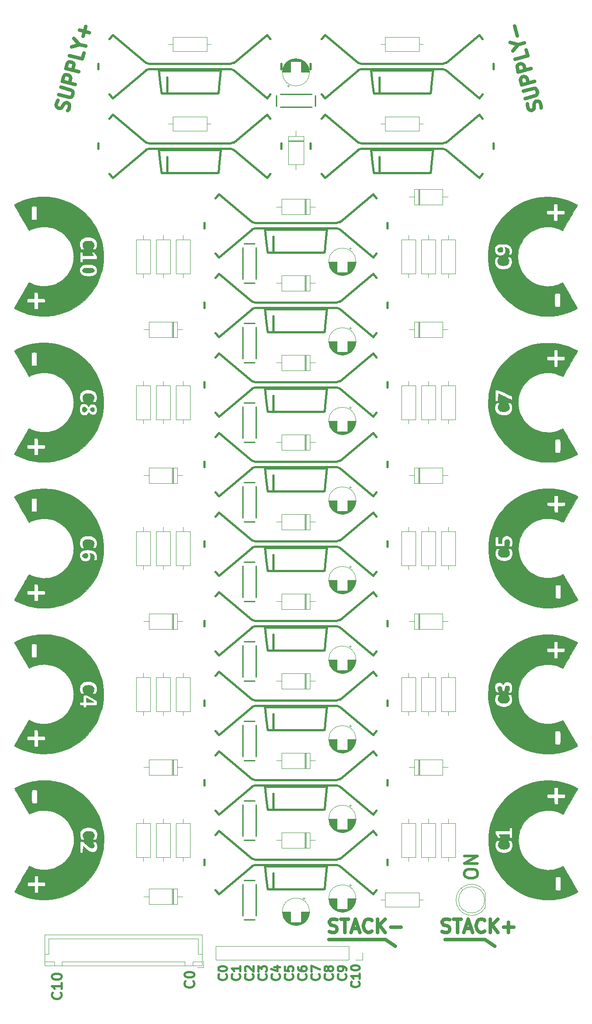
<source format=gbr>
G04 #@! TF.GenerationSoftware,KiCad,Pcbnew,(5.1.4)-1*
G04 #@! TF.CreationDate,2019-10-06T02:51:01-04:00*
G04 #@! TF.ProjectId,Fusion Cell Emulator,46757369-6f6e-4204-9365-6c6c20456d75,rev?*
G04 #@! TF.SameCoordinates,Original*
G04 #@! TF.FileFunction,Legend,Top*
G04 #@! TF.FilePolarity,Positive*
%FSLAX46Y46*%
G04 Gerber Fmt 4.6, Leading zero omitted, Abs format (unit mm)*
G04 Created by KiCad (PCBNEW (5.1.4)-1) date 2019-10-06 02:51:01*
%MOMM*%
%LPD*%
G04 APERTURE LIST*
%ADD10C,0.635000*%
%ADD11C,0.508000*%
%ADD12C,0.381000*%
%ADD13C,0.010000*%
%ADD14C,0.400000*%
%ADD15C,0.120000*%
%ADD16C,0.254000*%
G04 APERTURE END LIST*
D10*
X188595000Y-123190000D02*
X190500000Y-124460000D01*
X180975000Y-123190000D02*
X188595000Y-123190000D01*
X180430714Y-121678095D02*
X180793571Y-121799047D01*
X181398333Y-121799047D01*
X181640238Y-121678095D01*
X181761190Y-121557142D01*
X181882142Y-121315238D01*
X181882142Y-121073333D01*
X181761190Y-120831428D01*
X181640238Y-120710476D01*
X181398333Y-120589523D01*
X180914523Y-120468571D01*
X180672619Y-120347619D01*
X180551666Y-120226666D01*
X180430714Y-119984761D01*
X180430714Y-119742857D01*
X180551666Y-119500952D01*
X180672619Y-119380000D01*
X180914523Y-119259047D01*
X181519285Y-119259047D01*
X181882142Y-119380000D01*
X182607857Y-119259047D02*
X184059285Y-119259047D01*
X183333571Y-121799047D02*
X183333571Y-119259047D01*
X184785000Y-121073333D02*
X185994523Y-121073333D01*
X184543095Y-121799047D02*
X185389761Y-119259047D01*
X186236428Y-121799047D01*
X188534523Y-121557142D02*
X188413571Y-121678095D01*
X188050714Y-121799047D01*
X187808809Y-121799047D01*
X187445952Y-121678095D01*
X187204047Y-121436190D01*
X187083095Y-121194285D01*
X186962142Y-120710476D01*
X186962142Y-120347619D01*
X187083095Y-119863809D01*
X187204047Y-119621904D01*
X187445952Y-119380000D01*
X187808809Y-119259047D01*
X188050714Y-119259047D01*
X188413571Y-119380000D01*
X188534523Y-119500952D01*
X189623095Y-121799047D02*
X189623095Y-119259047D01*
X191074523Y-121799047D02*
X189985952Y-120347619D01*
X191074523Y-119259047D02*
X189623095Y-120710476D01*
X192163095Y-120831428D02*
X194098333Y-120831428D01*
X193130714Y-121799047D02*
X193130714Y-119863809D01*
X169545000Y-123190000D02*
X171450000Y-124460000D01*
X158750000Y-123190000D02*
X169545000Y-123190000D01*
X158840714Y-121678095D02*
X159203571Y-121799047D01*
X159808333Y-121799047D01*
X160050238Y-121678095D01*
X160171190Y-121557142D01*
X160292142Y-121315238D01*
X160292142Y-121073333D01*
X160171190Y-120831428D01*
X160050238Y-120710476D01*
X159808333Y-120589523D01*
X159324523Y-120468571D01*
X159082619Y-120347619D01*
X158961666Y-120226666D01*
X158840714Y-119984761D01*
X158840714Y-119742857D01*
X158961666Y-119500952D01*
X159082619Y-119380000D01*
X159324523Y-119259047D01*
X159929285Y-119259047D01*
X160292142Y-119380000D01*
X161017857Y-119259047D02*
X162469285Y-119259047D01*
X161743571Y-121799047D02*
X161743571Y-119259047D01*
X163195000Y-121073333D02*
X164404523Y-121073333D01*
X162953095Y-121799047D02*
X163799761Y-119259047D01*
X164646428Y-121799047D01*
X166944523Y-121557142D02*
X166823571Y-121678095D01*
X166460714Y-121799047D01*
X166218809Y-121799047D01*
X165855952Y-121678095D01*
X165614047Y-121436190D01*
X165493095Y-121194285D01*
X165372142Y-120710476D01*
X165372142Y-120347619D01*
X165493095Y-119863809D01*
X165614047Y-119621904D01*
X165855952Y-119380000D01*
X166218809Y-119259047D01*
X166460714Y-119259047D01*
X166823571Y-119380000D01*
X166944523Y-119500952D01*
X168033095Y-121799047D02*
X168033095Y-119259047D01*
X169484523Y-121799047D02*
X168395952Y-120347619D01*
X169484523Y-119259047D02*
X168033095Y-120710476D01*
X170573095Y-120831428D02*
X172508333Y-120831428D01*
X108703686Y35545983D02*
X108914431Y35865172D01*
X109070955Y36449327D01*
X109016734Y36714294D01*
X108931207Y36862430D01*
X108728850Y37041870D01*
X108495188Y37104480D01*
X108230221Y37050258D01*
X108082085Y36964732D01*
X107902645Y36762375D01*
X107660595Y36326355D01*
X107481154Y36123998D01*
X107333018Y36038472D01*
X107068051Y35984250D01*
X106834389Y36046860D01*
X106632032Y36226300D01*
X106546506Y36374436D01*
X106492284Y36639403D01*
X106648808Y37223558D01*
X106859554Y37542747D01*
X107024466Y38625531D02*
X109010593Y38093349D01*
X109275560Y38147571D01*
X109423696Y38233097D01*
X109603136Y38435454D01*
X109728355Y38902778D01*
X109674134Y39167745D01*
X109588608Y39315881D01*
X109386250Y39495322D01*
X107400123Y40027503D01*
X110166622Y40538413D02*
X107713171Y41195813D01*
X107963609Y42130461D01*
X108143050Y42332819D01*
X108291185Y42418345D01*
X108556152Y42472566D01*
X108906645Y42378652D01*
X109109003Y42199212D01*
X109194529Y42051076D01*
X109248750Y41786109D01*
X108998312Y40851461D01*
X110824023Y42991864D02*
X108370571Y43649265D01*
X108621009Y44583913D01*
X108800450Y44786270D01*
X108948586Y44871797D01*
X109213553Y44926018D01*
X109564046Y44832104D01*
X109766403Y44652663D01*
X109851929Y44504527D01*
X109906151Y44239560D01*
X109655712Y43304912D01*
X111794471Y46613626D02*
X111481423Y45445316D01*
X109027972Y46102716D01*
X110970513Y48211815D02*
X112138824Y47898768D01*
X109466238Y47738351D02*
X110970513Y48211815D01*
X109904505Y49373985D01*
X111642442Y49784840D02*
X112143319Y51654137D01*
X112827529Y50469050D02*
X110958232Y50969927D01*
X199352441Y36078165D02*
X199375357Y36459963D01*
X199218833Y37044118D01*
X199039393Y37246475D01*
X198891257Y37332001D01*
X198626290Y37386223D01*
X198392628Y37323613D01*
X198190271Y37144173D01*
X198104745Y36996037D01*
X198050523Y36731070D01*
X198058911Y36232441D01*
X198004690Y35967474D01*
X197919164Y35819338D01*
X197716806Y35639898D01*
X197483144Y35577288D01*
X197218177Y35631510D01*
X197070042Y35717036D01*
X196890601Y35919393D01*
X196734077Y36503548D01*
X196756994Y36885346D01*
X196358420Y37905521D02*
X198344547Y38437702D01*
X198546904Y38617143D01*
X198632431Y38765278D01*
X198686652Y39030245D01*
X198561433Y39497569D01*
X198381992Y39699927D01*
X198233857Y39785453D01*
X197968890Y39839674D01*
X195982762Y39307493D01*
X198123166Y41133204D02*
X195669715Y40475803D01*
X195419276Y41410452D01*
X195473498Y41675418D01*
X195559024Y41823554D01*
X195761381Y42002995D01*
X196111874Y42096909D01*
X196376841Y42042688D01*
X196524977Y41957161D01*
X196704418Y41754804D01*
X196954856Y40820156D01*
X197465766Y43586655D02*
X195012314Y42929255D01*
X194761876Y43863903D01*
X194816097Y44128870D01*
X194901624Y44277006D01*
X195103981Y44456446D01*
X195454474Y44550361D01*
X195719441Y44496139D01*
X195867577Y44410613D01*
X196047017Y44208256D01*
X196297455Y43273607D01*
X196495318Y47208417D02*
X196808365Y46040107D01*
X194354914Y45382707D01*
X194982655Y48180511D02*
X196150965Y48493558D01*
X193916647Y47018341D02*
X194982655Y48180511D01*
X193478380Y48653975D01*
X194778050Y49878755D02*
X194277173Y51748051D01*
D11*
X184664047Y-110792380D02*
X184664047Y-110308571D01*
X184785000Y-110066666D01*
X185026904Y-109824761D01*
X185510714Y-109703809D01*
X186357380Y-109703809D01*
X186841190Y-109824761D01*
X187083095Y-110066666D01*
X187204047Y-110308571D01*
X187204047Y-110792380D01*
X187083095Y-111034285D01*
X186841190Y-111276190D01*
X186357380Y-111397142D01*
X185510714Y-111397142D01*
X185026904Y-111276190D01*
X184785000Y-111034285D01*
X184664047Y-110792380D01*
X187204047Y-108615238D02*
X184664047Y-108615238D01*
X187204047Y-107163809D01*
X184664047Y-107163809D01*
D12*
X164419642Y-131236357D02*
X164498261Y-131314976D01*
X164576880Y-131550833D01*
X164576880Y-131708071D01*
X164498261Y-131943928D01*
X164341023Y-132101166D01*
X164183785Y-132179785D01*
X163869309Y-132258404D01*
X163633452Y-132258404D01*
X163318976Y-132179785D01*
X163161738Y-132101166D01*
X163004500Y-131943928D01*
X162925880Y-131708071D01*
X162925880Y-131550833D01*
X163004500Y-131314976D01*
X163083119Y-131236357D01*
X164576880Y-129663976D02*
X164576880Y-130607404D01*
X164576880Y-130135690D02*
X162925880Y-130135690D01*
X163161738Y-130292928D01*
X163318976Y-130450166D01*
X163397595Y-130607404D01*
X162925880Y-128641928D02*
X162925880Y-128484690D01*
X163004500Y-128327452D01*
X163083119Y-128248833D01*
X163240357Y-128170214D01*
X163554833Y-128091595D01*
X163947928Y-128091595D01*
X164262404Y-128170214D01*
X164419642Y-128248833D01*
X164498261Y-128327452D01*
X164576880Y-128484690D01*
X164576880Y-128641928D01*
X164498261Y-128799166D01*
X164419642Y-128877785D01*
X164262404Y-128956404D01*
X163947928Y-129035023D01*
X163554833Y-129035023D01*
X163240357Y-128956404D01*
X163083119Y-128877785D01*
X163004500Y-128799166D01*
X162925880Y-128641928D01*
X161879642Y-129815166D02*
X161958261Y-129893785D01*
X162036880Y-130129642D01*
X162036880Y-130286880D01*
X161958261Y-130522738D01*
X161801023Y-130679976D01*
X161643785Y-130758595D01*
X161329309Y-130837214D01*
X161093452Y-130837214D01*
X160778976Y-130758595D01*
X160621738Y-130679976D01*
X160464500Y-130522738D01*
X160385880Y-130286880D01*
X160385880Y-130129642D01*
X160464500Y-129893785D01*
X160543119Y-129815166D01*
X162036880Y-129028976D02*
X162036880Y-128714500D01*
X161958261Y-128557261D01*
X161879642Y-128478642D01*
X161643785Y-128321404D01*
X161329309Y-128242785D01*
X160700357Y-128242785D01*
X160543119Y-128321404D01*
X160464500Y-128400023D01*
X160385880Y-128557261D01*
X160385880Y-128871738D01*
X160464500Y-129028976D01*
X160543119Y-129107595D01*
X160700357Y-129186214D01*
X161093452Y-129186214D01*
X161250690Y-129107595D01*
X161329309Y-129028976D01*
X161407928Y-128871738D01*
X161407928Y-128557261D01*
X161329309Y-128400023D01*
X161250690Y-128321404D01*
X161093452Y-128242785D01*
X159339642Y-129815166D02*
X159418261Y-129893785D01*
X159496880Y-130129642D01*
X159496880Y-130286880D01*
X159418261Y-130522738D01*
X159261023Y-130679976D01*
X159103785Y-130758595D01*
X158789309Y-130837214D01*
X158553452Y-130837214D01*
X158238976Y-130758595D01*
X158081738Y-130679976D01*
X157924500Y-130522738D01*
X157845880Y-130286880D01*
X157845880Y-130129642D01*
X157924500Y-129893785D01*
X158003119Y-129815166D01*
X158553452Y-128871738D02*
X158474833Y-129028976D01*
X158396214Y-129107595D01*
X158238976Y-129186214D01*
X158160357Y-129186214D01*
X158003119Y-129107595D01*
X157924500Y-129028976D01*
X157845880Y-128871738D01*
X157845880Y-128557261D01*
X157924500Y-128400023D01*
X158003119Y-128321404D01*
X158160357Y-128242785D01*
X158238976Y-128242785D01*
X158396214Y-128321404D01*
X158474833Y-128400023D01*
X158553452Y-128557261D01*
X158553452Y-128871738D01*
X158632071Y-129028976D01*
X158710690Y-129107595D01*
X158867928Y-129186214D01*
X159182404Y-129186214D01*
X159339642Y-129107595D01*
X159418261Y-129028976D01*
X159496880Y-128871738D01*
X159496880Y-128557261D01*
X159418261Y-128400023D01*
X159339642Y-128321404D01*
X159182404Y-128242785D01*
X158867928Y-128242785D01*
X158710690Y-128321404D01*
X158632071Y-128400023D01*
X158553452Y-128557261D01*
X156799642Y-129815166D02*
X156878261Y-129893785D01*
X156956880Y-130129642D01*
X156956880Y-130286880D01*
X156878261Y-130522738D01*
X156721023Y-130679976D01*
X156563785Y-130758595D01*
X156249309Y-130837214D01*
X156013452Y-130837214D01*
X155698976Y-130758595D01*
X155541738Y-130679976D01*
X155384500Y-130522738D01*
X155305880Y-130286880D01*
X155305880Y-130129642D01*
X155384500Y-129893785D01*
X155463119Y-129815166D01*
X155305880Y-129264833D02*
X155305880Y-128164166D01*
X156956880Y-128871738D01*
X154259642Y-129815166D02*
X154338261Y-129893785D01*
X154416880Y-130129642D01*
X154416880Y-130286880D01*
X154338261Y-130522738D01*
X154181023Y-130679976D01*
X154023785Y-130758595D01*
X153709309Y-130837214D01*
X153473452Y-130837214D01*
X153158976Y-130758595D01*
X153001738Y-130679976D01*
X152844500Y-130522738D01*
X152765880Y-130286880D01*
X152765880Y-130129642D01*
X152844500Y-129893785D01*
X152923119Y-129815166D01*
X152765880Y-128400023D02*
X152765880Y-128714500D01*
X152844500Y-128871738D01*
X152923119Y-128950357D01*
X153158976Y-129107595D01*
X153473452Y-129186214D01*
X154102404Y-129186214D01*
X154259642Y-129107595D01*
X154338261Y-129028976D01*
X154416880Y-128871738D01*
X154416880Y-128557261D01*
X154338261Y-128400023D01*
X154259642Y-128321404D01*
X154102404Y-128242785D01*
X153709309Y-128242785D01*
X153552071Y-128321404D01*
X153473452Y-128400023D01*
X153394833Y-128557261D01*
X153394833Y-128871738D01*
X153473452Y-129028976D01*
X153552071Y-129107595D01*
X153709309Y-129186214D01*
X151719642Y-129815166D02*
X151798261Y-129893785D01*
X151876880Y-130129642D01*
X151876880Y-130286880D01*
X151798261Y-130522738D01*
X151641023Y-130679976D01*
X151483785Y-130758595D01*
X151169309Y-130837214D01*
X150933452Y-130837214D01*
X150618976Y-130758595D01*
X150461738Y-130679976D01*
X150304500Y-130522738D01*
X150225880Y-130286880D01*
X150225880Y-130129642D01*
X150304500Y-129893785D01*
X150383119Y-129815166D01*
X150225880Y-128321404D02*
X150225880Y-129107595D01*
X151012071Y-129186214D01*
X150933452Y-129107595D01*
X150854833Y-128950357D01*
X150854833Y-128557261D01*
X150933452Y-128400023D01*
X151012071Y-128321404D01*
X151169309Y-128242785D01*
X151562404Y-128242785D01*
X151719642Y-128321404D01*
X151798261Y-128400023D01*
X151876880Y-128557261D01*
X151876880Y-128950357D01*
X151798261Y-129107595D01*
X151719642Y-129186214D01*
X149179642Y-129815166D02*
X149258261Y-129893785D01*
X149336880Y-130129642D01*
X149336880Y-130286880D01*
X149258261Y-130522738D01*
X149101023Y-130679976D01*
X148943785Y-130758595D01*
X148629309Y-130837214D01*
X148393452Y-130837214D01*
X148078976Y-130758595D01*
X147921738Y-130679976D01*
X147764500Y-130522738D01*
X147685880Y-130286880D01*
X147685880Y-130129642D01*
X147764500Y-129893785D01*
X147843119Y-129815166D01*
X148236214Y-128400023D02*
X149336880Y-128400023D01*
X147607261Y-128793119D02*
X148786547Y-129186214D01*
X148786547Y-128164166D01*
X146639642Y-129815166D02*
X146718261Y-129893785D01*
X146796880Y-130129642D01*
X146796880Y-130286880D01*
X146718261Y-130522738D01*
X146561023Y-130679976D01*
X146403785Y-130758595D01*
X146089309Y-130837214D01*
X145853452Y-130837214D01*
X145538976Y-130758595D01*
X145381738Y-130679976D01*
X145224500Y-130522738D01*
X145145880Y-130286880D01*
X145145880Y-130129642D01*
X145224500Y-129893785D01*
X145303119Y-129815166D01*
X145145880Y-129264833D02*
X145145880Y-128242785D01*
X145774833Y-128793119D01*
X145774833Y-128557261D01*
X145853452Y-128400023D01*
X145932071Y-128321404D01*
X146089309Y-128242785D01*
X146482404Y-128242785D01*
X146639642Y-128321404D01*
X146718261Y-128400023D01*
X146796880Y-128557261D01*
X146796880Y-129028976D01*
X146718261Y-129186214D01*
X146639642Y-129264833D01*
X144099642Y-129815166D02*
X144178261Y-129893785D01*
X144256880Y-130129642D01*
X144256880Y-130286880D01*
X144178261Y-130522738D01*
X144021023Y-130679976D01*
X143863785Y-130758595D01*
X143549309Y-130837214D01*
X143313452Y-130837214D01*
X142998976Y-130758595D01*
X142841738Y-130679976D01*
X142684500Y-130522738D01*
X142605880Y-130286880D01*
X142605880Y-130129642D01*
X142684500Y-129893785D01*
X142763119Y-129815166D01*
X142763119Y-129186214D02*
X142684500Y-129107595D01*
X142605880Y-128950357D01*
X142605880Y-128557261D01*
X142684500Y-128400023D01*
X142763119Y-128321404D01*
X142920357Y-128242785D01*
X143077595Y-128242785D01*
X143313452Y-128321404D01*
X144256880Y-129264833D01*
X144256880Y-128242785D01*
X141559642Y-129815166D02*
X141638261Y-129893785D01*
X141716880Y-130129642D01*
X141716880Y-130286880D01*
X141638261Y-130522738D01*
X141481023Y-130679976D01*
X141323785Y-130758595D01*
X141009309Y-130837214D01*
X140773452Y-130837214D01*
X140458976Y-130758595D01*
X140301738Y-130679976D01*
X140144500Y-130522738D01*
X140065880Y-130286880D01*
X140065880Y-130129642D01*
X140144500Y-129893785D01*
X140223119Y-129815166D01*
X141716880Y-128242785D02*
X141716880Y-129186214D01*
X141716880Y-128714500D02*
X140065880Y-128714500D01*
X140301738Y-128871738D01*
X140458976Y-129028976D01*
X140537595Y-129186214D01*
X139019642Y-129815166D02*
X139098261Y-129893785D01*
X139176880Y-130129642D01*
X139176880Y-130286880D01*
X139098261Y-130522738D01*
X138941023Y-130679976D01*
X138783785Y-130758595D01*
X138469309Y-130837214D01*
X138233452Y-130837214D01*
X137918976Y-130758595D01*
X137761738Y-130679976D01*
X137604500Y-130522738D01*
X137525880Y-130286880D01*
X137525880Y-130129642D01*
X137604500Y-129893785D01*
X137683119Y-129815166D01*
X137525880Y-128793119D02*
X137525880Y-128635880D01*
X137604500Y-128478642D01*
X137683119Y-128400023D01*
X137840357Y-128321404D01*
X138154833Y-128242785D01*
X138547928Y-128242785D01*
X138862404Y-128321404D01*
X139019642Y-128400023D01*
X139098261Y-128478642D01*
X139176880Y-128635880D01*
X139176880Y-128793119D01*
X139098261Y-128950357D01*
X139019642Y-129028976D01*
X138862404Y-129107595D01*
X138547928Y-129186214D01*
X138154833Y-129186214D01*
X137840357Y-129107595D01*
X137683119Y-129028976D01*
X137604500Y-128950357D01*
X137525880Y-128793119D01*
X132760357Y-131127500D02*
X132851071Y-131218214D01*
X132941785Y-131490357D01*
X132941785Y-131671785D01*
X132851071Y-131943928D01*
X132669642Y-132125357D01*
X132488214Y-132216071D01*
X132125357Y-132306785D01*
X131853214Y-132306785D01*
X131490357Y-132216071D01*
X131308928Y-132125357D01*
X131127500Y-131943928D01*
X131036785Y-131671785D01*
X131036785Y-131490357D01*
X131127500Y-131218214D01*
X131218214Y-131127500D01*
X131036785Y-129948214D02*
X131036785Y-129766785D01*
X131127500Y-129585357D01*
X131218214Y-129494642D01*
X131399642Y-129403928D01*
X131762500Y-129313214D01*
X132216071Y-129313214D01*
X132578928Y-129403928D01*
X132760357Y-129494642D01*
X132851071Y-129585357D01*
X132941785Y-129766785D01*
X132941785Y-129948214D01*
X132851071Y-130129642D01*
X132760357Y-130220357D01*
X132578928Y-130311071D01*
X132216071Y-130401785D01*
X131762500Y-130401785D01*
X131399642Y-130311071D01*
X131218214Y-130220357D01*
X131127500Y-130129642D01*
X131036785Y-129948214D01*
X107360357Y-133304642D02*
X107451071Y-133395357D01*
X107541785Y-133667500D01*
X107541785Y-133848928D01*
X107451071Y-134121071D01*
X107269642Y-134302500D01*
X107088214Y-134393214D01*
X106725357Y-134483928D01*
X106453214Y-134483928D01*
X106090357Y-134393214D01*
X105908928Y-134302500D01*
X105727500Y-134121071D01*
X105636785Y-133848928D01*
X105636785Y-133667500D01*
X105727500Y-133395357D01*
X105818214Y-133304642D01*
X107541785Y-131490357D02*
X107541785Y-132578928D01*
X107541785Y-132034642D02*
X105636785Y-132034642D01*
X105908928Y-132216071D01*
X106090357Y-132397500D01*
X106181071Y-132578928D01*
X105636785Y-130311071D02*
X105636785Y-130129642D01*
X105727500Y-129948214D01*
X105818214Y-129857500D01*
X105999642Y-129766785D01*
X106362500Y-129676071D01*
X106816071Y-129676071D01*
X107178928Y-129766785D01*
X107360357Y-129857500D01*
X107451071Y-129948214D01*
X107541785Y-130129642D01*
X107541785Y-130311071D01*
X107451071Y-130492500D01*
X107360357Y-130583214D01*
X107178928Y-130673928D01*
X106816071Y-130764642D01*
X106362500Y-130764642D01*
X105999642Y-130673928D01*
X105818214Y-130583214D01*
X105727500Y-130492500D01*
X105636785Y-130311071D01*
D13*
G04 #@! TO.C,G\002A\002A\002A*
G36*
X189274687Y-103883200D02*
G01*
X189310000Y-103181537D01*
X189383330Y-102505899D01*
X189496294Y-101846879D01*
X189650511Y-101195065D01*
X189847599Y-100541047D01*
X189851147Y-100530400D01*
X190115678Y-99816384D01*
X190423353Y-99127759D01*
X190772528Y-98465946D01*
X191161557Y-97832365D01*
X191588797Y-97228437D01*
X192052602Y-96655582D01*
X192551329Y-96115221D01*
X193083332Y-95608774D01*
X193646967Y-95137662D01*
X194240589Y-94703304D01*
X194862554Y-94307123D01*
X195511216Y-93950537D01*
X196184933Y-93634967D01*
X196882058Y-93361834D01*
X197600947Y-93132559D01*
X198339956Y-92948562D01*
X198715600Y-92874148D01*
X198945946Y-92833749D01*
X199153514Y-92800908D01*
X199347787Y-92774882D01*
X199538248Y-92754931D01*
X199734379Y-92740315D01*
X199945663Y-92730291D01*
X200181584Y-92724121D01*
X200451623Y-92721062D01*
X200684100Y-92720363D01*
X200974794Y-92720980D01*
X201223917Y-92723602D01*
X201440683Y-92728900D01*
X201634302Y-92737543D01*
X201813986Y-92750199D01*
X201988949Y-92767539D01*
X202168400Y-92790231D01*
X202361554Y-92818945D01*
X202577621Y-92854349D01*
X202614500Y-92860606D01*
X203282979Y-92993595D01*
X203927667Y-93161912D01*
X204558236Y-93368756D01*
X205184360Y-93617322D01*
X205815713Y-93910809D01*
X205861484Y-93933685D01*
X206037888Y-94022864D01*
X206173289Y-94092993D01*
X206272504Y-94146962D01*
X206340347Y-94187663D01*
X206381632Y-94217988D01*
X206401175Y-94240829D01*
X206403791Y-94259075D01*
X206403729Y-94259319D01*
X206390308Y-94284814D01*
X206353486Y-94350884D01*
X206295235Y-94454094D01*
X206217527Y-94591009D01*
X206122336Y-94758194D01*
X206011634Y-94952215D01*
X205887393Y-95169636D01*
X205751586Y-95407025D01*
X205606185Y-95660944D01*
X205453163Y-95927961D01*
X205294493Y-96204640D01*
X205132147Y-96487547D01*
X204968097Y-96773247D01*
X204804317Y-97058305D01*
X204642778Y-97339287D01*
X204485453Y-97612757D01*
X204334316Y-97875282D01*
X204191338Y-98123426D01*
X204058491Y-98353755D01*
X203937749Y-98562835D01*
X203831084Y-98747230D01*
X203740469Y-98903505D01*
X203667876Y-99028227D01*
X203615277Y-99117961D01*
X203584646Y-99169271D01*
X203577727Y-99180065D01*
X203553859Y-99172545D01*
X203492594Y-99146117D01*
X203402038Y-99104467D01*
X203290295Y-99051275D01*
X203232468Y-99023191D01*
X202756850Y-98813861D01*
X202282601Y-98652663D01*
X202220391Y-98637796D01*
X202220391Y-97304600D01*
X202368034Y-97297806D01*
X202472174Y-97277798D01*
X202501461Y-97265848D01*
X202576400Y-97227096D01*
X202576400Y-96060000D01*
X203193845Y-96060000D01*
X203398005Y-96059689D01*
X203557393Y-96057986D01*
X203678033Y-96053734D01*
X203765951Y-96045778D01*
X203827175Y-96032962D01*
X203867730Y-96014130D01*
X203893642Y-95988127D01*
X203910937Y-95953797D01*
X203922393Y-95920271D01*
X203937182Y-95838481D01*
X203942075Y-95730279D01*
X203938054Y-95611809D01*
X203926098Y-95499213D01*
X203907189Y-95408636D01*
X203888609Y-95364208D01*
X203845228Y-95298000D01*
X202576400Y-95298000D01*
X202576400Y-94130772D01*
X202507667Y-94085736D01*
X202455317Y-94061294D01*
X202382224Y-94047089D01*
X202276015Y-94041178D01*
X202220799Y-94040700D01*
X202097672Y-94043807D01*
X202012667Y-94054422D01*
X201953413Y-94074487D01*
X201933932Y-94085736D01*
X201865200Y-94130772D01*
X201865200Y-95298000D01*
X200596371Y-95298000D01*
X200552161Y-95365473D01*
X200528823Y-95415671D01*
X200514840Y-95486763D01*
X200508467Y-95590435D01*
X200507575Y-95663923D01*
X200513428Y-95817808D01*
X200532698Y-95928804D01*
X200567084Y-96003453D01*
X200605352Y-96040562D01*
X200637630Y-96045778D01*
X200713378Y-96050464D01*
X200825267Y-96054403D01*
X200965967Y-96057379D01*
X201128150Y-96059174D01*
X201249250Y-96059612D01*
X201865200Y-96060000D01*
X201865588Y-96625150D01*
X201866509Y-96790516D01*
X201868871Y-96939315D01*
X201872427Y-97063857D01*
X201876929Y-97156449D01*
X201882132Y-97209399D01*
X201884638Y-97218248D01*
X201935231Y-97262419D01*
X202020373Y-97290226D01*
X202146008Y-97303195D01*
X202220391Y-97304600D01*
X202220391Y-98637796D01*
X201802052Y-98537815D01*
X201307533Y-98467534D01*
X200791372Y-98440034D01*
X200722200Y-98439509D01*
X200223410Y-98456286D01*
X199751110Y-98510788D01*
X199295421Y-98605268D01*
X198846468Y-98741981D01*
X198394374Y-98923179D01*
X198194900Y-99016131D01*
X197730742Y-99268851D01*
X197295985Y-99561716D01*
X196892563Y-99892136D01*
X196522412Y-100257521D01*
X196187466Y-100655281D01*
X195889659Y-101082825D01*
X195630925Y-101537565D01*
X195413201Y-102016910D01*
X195238420Y-102518271D01*
X195108517Y-103039057D01*
X195081030Y-103184700D01*
X195052415Y-103388781D01*
X195030731Y-103627825D01*
X195016495Y-103886403D01*
X195010224Y-104149086D01*
X195012433Y-104400444D01*
X195023638Y-104625048D01*
X195030328Y-104699838D01*
X195105352Y-105211741D01*
X195223714Y-105703508D01*
X195387859Y-106183614D01*
X195589640Y-106639100D01*
X195852616Y-107119898D01*
X196150909Y-107564266D01*
X196485064Y-107972806D01*
X196855626Y-108346123D01*
X197263140Y-108684820D01*
X197708150Y-108989500D01*
X197715425Y-108994008D01*
X198171514Y-109247111D01*
X198646684Y-109455483D01*
X199137080Y-109619005D01*
X199638845Y-109737556D01*
X200148125Y-109811016D01*
X200661064Y-109839264D01*
X201173805Y-109822180D01*
X201682494Y-109759645D01*
X202183275Y-109651538D01*
X202672291Y-109497739D01*
X203145688Y-109298127D01*
X203393860Y-109171033D01*
X203475904Y-109128438D01*
X203539257Y-109099662D01*
X203572355Y-109089858D01*
X203574326Y-109090628D01*
X203589354Y-109115190D01*
X203627698Y-109180370D01*
X203687380Y-109282733D01*
X203766421Y-109418841D01*
X203862842Y-109585260D01*
X203974665Y-109778552D01*
X204099912Y-109995282D01*
X204236603Y-110232013D01*
X204382760Y-110485309D01*
X204536405Y-110751734D01*
X204695559Y-111027852D01*
X204858244Y-111310226D01*
X205022481Y-111595420D01*
X205186291Y-111879999D01*
X205347695Y-112160525D01*
X205504717Y-112433563D01*
X205655375Y-112695676D01*
X205797693Y-112943429D01*
X205929691Y-113173385D01*
X206049392Y-113382107D01*
X206154816Y-113566160D01*
X206243984Y-113722108D01*
X206314919Y-113846514D01*
X206365642Y-113935942D01*
X206394174Y-113986955D01*
X206399825Y-113997713D01*
X206396754Y-114037776D01*
X206352067Y-114080795D01*
X206331569Y-114094322D01*
X206248059Y-114142291D01*
X206126423Y-114206291D01*
X205975204Y-114282290D01*
X205802947Y-114366255D01*
X205618195Y-114454153D01*
X205429492Y-114541951D01*
X205245383Y-114625617D01*
X205074410Y-114701119D01*
X204925117Y-114764424D01*
X204837000Y-114799742D01*
X204171380Y-115034797D01*
X203497458Y-115227363D01*
X202806405Y-115379621D01*
X202570564Y-115417162D01*
X202570564Y-113763659D01*
X202694334Y-113761137D01*
X202809194Y-113754456D01*
X202899382Y-113744749D01*
X202937601Y-113737272D01*
X202976866Y-113726453D01*
X203009664Y-113714815D01*
X203036575Y-113698010D01*
X203058181Y-113671692D01*
X203075063Y-113631515D01*
X203087803Y-113573132D01*
X203096981Y-113492196D01*
X203103181Y-113384361D01*
X203106983Y-113245281D01*
X203108968Y-113070609D01*
X203109718Y-112855998D01*
X203109815Y-112597103D01*
X203109800Y-112450049D01*
X203109720Y-112178115D01*
X203109359Y-111952437D01*
X203108528Y-111768468D01*
X203107043Y-111621665D01*
X203104716Y-111507482D01*
X203101362Y-111421374D01*
X203096793Y-111358796D01*
X203090825Y-111315204D01*
X203083270Y-111286052D01*
X203073943Y-111266795D01*
X203062656Y-111252889D01*
X203060649Y-111250850D01*
X202991078Y-111203490D01*
X202889261Y-111171373D01*
X202749358Y-111153257D01*
X202576400Y-111147884D01*
X202406169Y-111152693D01*
X202278312Y-111168368D01*
X202185205Y-111196783D01*
X202119224Y-111239813D01*
X202094955Y-111266201D01*
X202082497Y-111283509D01*
X202072207Y-111303957D01*
X202063878Y-111332246D01*
X202057304Y-111373076D01*
X202052276Y-111431146D01*
X202048589Y-111511157D01*
X202046034Y-111617808D01*
X202044405Y-111755801D01*
X202043494Y-111929833D01*
X202043095Y-112144607D01*
X202043000Y-112404820D01*
X202043000Y-112445231D01*
X202043533Y-112750475D01*
X202045164Y-113006807D01*
X202047939Y-113216104D01*
X202051904Y-113380242D01*
X202057104Y-113501099D01*
X202063586Y-113580552D01*
X202071396Y-113620478D01*
X202071849Y-113621528D01*
X202117587Y-113680358D01*
X202196299Y-113722511D01*
X202312650Y-113749317D01*
X202471306Y-113762106D01*
X202570564Y-113763659D01*
X202570564Y-115417162D01*
X202089391Y-115493755D01*
X201966800Y-115509218D01*
X201793619Y-115525666D01*
X201579369Y-115538667D01*
X201333665Y-115548221D01*
X201066121Y-115554328D01*
X200786351Y-115556987D01*
X200503969Y-115556200D01*
X200228590Y-115551966D01*
X199969828Y-115544285D01*
X199737297Y-115533157D01*
X199540612Y-115518581D01*
X199452200Y-115509218D01*
X198676781Y-115390508D01*
X197920663Y-115225583D01*
X197184993Y-115015004D01*
X196470921Y-114759334D01*
X195779596Y-114459136D01*
X195112168Y-114114971D01*
X194469784Y-113727403D01*
X193853596Y-113296992D01*
X193264751Y-112824302D01*
X192704399Y-112309895D01*
X192505187Y-112109790D01*
X192149700Y-111722885D01*
X192149700Y-106567862D01*
X192474744Y-106563504D01*
X192770022Y-106522645D01*
X193033888Y-106446270D01*
X193264699Y-106335361D01*
X193460813Y-106190903D01*
X193620585Y-106013880D01*
X193742371Y-105805275D01*
X193824530Y-105566072D01*
X193824755Y-105565147D01*
X193851203Y-105402342D01*
X193861854Y-105211247D01*
X193856959Y-105011769D01*
X193836769Y-104823816D01*
X193813955Y-104710871D01*
X193768267Y-104561300D01*
X193713638Y-104428552D01*
X193676326Y-104361159D01*
X193676326Y-103706692D01*
X193718222Y-103701320D01*
X193750667Y-103685727D01*
X193774857Y-103655256D01*
X193791986Y-103605249D01*
X193803250Y-103531048D01*
X193809846Y-103427998D01*
X193812967Y-103291440D01*
X193813811Y-103116717D01*
X193813571Y-102899172D01*
X193813400Y-102715877D01*
X193813400Y-101778940D01*
X193721538Y-101748623D01*
X193634089Y-101731926D01*
X193532149Y-101729696D01*
X193434849Y-101740633D01*
X193361318Y-101763434D01*
X193344342Y-101774301D01*
X193326174Y-101800590D01*
X193314380Y-101849252D01*
X193307849Y-101929069D01*
X193305475Y-102048822D01*
X193305400Y-102082688D01*
X193305400Y-102358755D01*
X191952850Y-102365328D01*
X190600300Y-102371900D01*
X190582470Y-102486200D01*
X190574905Y-102577570D01*
X190574741Y-102688591D01*
X190578754Y-102756210D01*
X190586193Y-102818152D01*
X190599070Y-102874061D01*
X190621708Y-102933049D01*
X190658432Y-103004230D01*
X190713567Y-103096716D01*
X190791436Y-103219619D01*
X190818931Y-103262318D01*
X190914316Y-103410408D01*
X190987257Y-103521528D01*
X191043676Y-103600851D01*
X191089494Y-103653549D01*
X191130633Y-103684796D01*
X191173015Y-103699763D01*
X191222561Y-103703624D01*
X191285193Y-103701552D01*
X191320005Y-103700032D01*
X191424070Y-103693924D01*
X191493998Y-103680759D01*
X191531237Y-103654153D01*
X191537236Y-103607719D01*
X191513442Y-103535070D01*
X191461305Y-103429822D01*
X191404782Y-103326210D01*
X191345743Y-103218626D01*
X191296864Y-103127923D01*
X191262804Y-103062865D01*
X191248222Y-103032219D01*
X191248000Y-103031198D01*
X191272509Y-103028683D01*
X191342475Y-103026357D01*
X191452553Y-103024278D01*
X191597401Y-103022507D01*
X191771675Y-103021104D01*
X191970032Y-103020130D01*
X192187128Y-103019644D01*
X192276700Y-103019600D01*
X193305400Y-103019600D01*
X193305400Y-103336207D01*
X193306288Y-103479817D01*
X193312484Y-103580319D01*
X193329278Y-103645408D01*
X193361963Y-103682775D01*
X193415833Y-103700115D01*
X193496180Y-103705119D01*
X193559400Y-103705400D01*
X193623784Y-103706500D01*
X193676326Y-103706692D01*
X193676326Y-104361159D01*
X193655116Y-104322848D01*
X193597751Y-104254407D01*
X193583167Y-104243675D01*
X193512203Y-104215294D01*
X193417569Y-104198236D01*
X193312713Y-104192247D01*
X193211081Y-104197073D01*
X193126120Y-104212462D01*
X193071278Y-104238158D01*
X193059800Y-104253546D01*
X193064839Y-104290366D01*
X193089590Y-104360659D01*
X193129704Y-104453154D01*
X193164465Y-104524818D01*
X193222771Y-104645399D01*
X193260331Y-104740074D01*
X193282637Y-104826436D01*
X193295180Y-104922080D01*
X193297566Y-104951263D01*
X193292984Y-105165287D01*
X193245456Y-105352727D01*
X193155450Y-105512758D01*
X193023431Y-105644558D01*
X192849864Y-105747303D01*
X192846652Y-105748751D01*
X192661333Y-105810527D01*
X192445868Y-105847170D01*
X192214337Y-105858543D01*
X191980820Y-105844504D01*
X191759399Y-105804915D01*
X191616487Y-105760933D01*
X191485998Y-105694267D01*
X191360814Y-105599161D01*
X191253094Y-105487433D01*
X191175002Y-105370905D01*
X191148023Y-105305600D01*
X191115356Y-105113551D01*
X191126235Y-104909849D01*
X191178699Y-104705421D01*
X191270785Y-104511190D01*
X191298501Y-104467400D01*
X191354116Y-104367081D01*
X191372906Y-104290091D01*
X191354242Y-104240550D01*
X191334822Y-104228818D01*
X191271486Y-104216866D01*
X191176681Y-104212532D01*
X191068051Y-104215070D01*
X190963240Y-104223735D01*
X190879891Y-104237780D01*
X190845462Y-104249503D01*
X190770320Y-104313362D01*
X190701632Y-104419031D01*
X190642486Y-104557634D01*
X190595972Y-104720292D01*
X190565178Y-104898129D01*
X190553193Y-105082267D01*
X190553148Y-105089700D01*
X190573951Y-105371045D01*
X190637671Y-105627758D01*
X190743098Y-105857783D01*
X190889024Y-106059063D01*
X191074237Y-106229540D01*
X191297530Y-106367159D01*
X191307096Y-106371882D01*
X191466747Y-106444101D01*
X191614891Y-106496203D01*
X191766935Y-106531770D01*
X191938284Y-106554387D01*
X192144346Y-106567636D01*
X192149700Y-106567862D01*
X192149700Y-111722885D01*
X192030478Y-111593126D01*
X191599466Y-111063559D01*
X191206451Y-110513003D01*
X190845736Y-109933372D01*
X190511619Y-109316580D01*
X190451143Y-109195472D01*
X190133690Y-108498028D01*
X189866493Y-107794709D01*
X189649180Y-107083840D01*
X189481379Y-106363746D01*
X189362721Y-105632751D01*
X189292834Y-104889180D01*
X189271346Y-104131357D01*
X189274687Y-103883200D01*
X189274687Y-103883200D01*
G37*
X189274687Y-103883200D02*
X189310000Y-103181537D01*
X189383330Y-102505899D01*
X189496294Y-101846879D01*
X189650511Y-101195065D01*
X189847599Y-100541047D01*
X189851147Y-100530400D01*
X190115678Y-99816384D01*
X190423353Y-99127759D01*
X190772528Y-98465946D01*
X191161557Y-97832365D01*
X191588797Y-97228437D01*
X192052602Y-96655582D01*
X192551329Y-96115221D01*
X193083332Y-95608774D01*
X193646967Y-95137662D01*
X194240589Y-94703304D01*
X194862554Y-94307123D01*
X195511216Y-93950537D01*
X196184933Y-93634967D01*
X196882058Y-93361834D01*
X197600947Y-93132559D01*
X198339956Y-92948562D01*
X198715600Y-92874148D01*
X198945946Y-92833749D01*
X199153514Y-92800908D01*
X199347787Y-92774882D01*
X199538248Y-92754931D01*
X199734379Y-92740315D01*
X199945663Y-92730291D01*
X200181584Y-92724121D01*
X200451623Y-92721062D01*
X200684100Y-92720363D01*
X200974794Y-92720980D01*
X201223917Y-92723602D01*
X201440683Y-92728900D01*
X201634302Y-92737543D01*
X201813986Y-92750199D01*
X201988949Y-92767539D01*
X202168400Y-92790231D01*
X202361554Y-92818945D01*
X202577621Y-92854349D01*
X202614500Y-92860606D01*
X203282979Y-92993595D01*
X203927667Y-93161912D01*
X204558236Y-93368756D01*
X205184360Y-93617322D01*
X205815713Y-93910809D01*
X205861484Y-93933685D01*
X206037888Y-94022864D01*
X206173289Y-94092993D01*
X206272504Y-94146962D01*
X206340347Y-94187663D01*
X206381632Y-94217988D01*
X206401175Y-94240829D01*
X206403791Y-94259075D01*
X206403729Y-94259319D01*
X206390308Y-94284814D01*
X206353486Y-94350884D01*
X206295235Y-94454094D01*
X206217527Y-94591009D01*
X206122336Y-94758194D01*
X206011634Y-94952215D01*
X205887393Y-95169636D01*
X205751586Y-95407025D01*
X205606185Y-95660944D01*
X205453163Y-95927961D01*
X205294493Y-96204640D01*
X205132147Y-96487547D01*
X204968097Y-96773247D01*
X204804317Y-97058305D01*
X204642778Y-97339287D01*
X204485453Y-97612757D01*
X204334316Y-97875282D01*
X204191338Y-98123426D01*
X204058491Y-98353755D01*
X203937749Y-98562835D01*
X203831084Y-98747230D01*
X203740469Y-98903505D01*
X203667876Y-99028227D01*
X203615277Y-99117961D01*
X203584646Y-99169271D01*
X203577727Y-99180065D01*
X203553859Y-99172545D01*
X203492594Y-99146117D01*
X203402038Y-99104467D01*
X203290295Y-99051275D01*
X203232468Y-99023191D01*
X202756850Y-98813861D01*
X202282601Y-98652663D01*
X202220391Y-98637796D01*
X202220391Y-97304600D01*
X202368034Y-97297806D01*
X202472174Y-97277798D01*
X202501461Y-97265848D01*
X202576400Y-97227096D01*
X202576400Y-96060000D01*
X203193845Y-96060000D01*
X203398005Y-96059689D01*
X203557393Y-96057986D01*
X203678033Y-96053734D01*
X203765951Y-96045778D01*
X203827175Y-96032962D01*
X203867730Y-96014130D01*
X203893642Y-95988127D01*
X203910937Y-95953797D01*
X203922393Y-95920271D01*
X203937182Y-95838481D01*
X203942075Y-95730279D01*
X203938054Y-95611809D01*
X203926098Y-95499213D01*
X203907189Y-95408636D01*
X203888609Y-95364208D01*
X203845228Y-95298000D01*
X202576400Y-95298000D01*
X202576400Y-94130772D01*
X202507667Y-94085736D01*
X202455317Y-94061294D01*
X202382224Y-94047089D01*
X202276015Y-94041178D01*
X202220799Y-94040700D01*
X202097672Y-94043807D01*
X202012667Y-94054422D01*
X201953413Y-94074487D01*
X201933932Y-94085736D01*
X201865200Y-94130772D01*
X201865200Y-95298000D01*
X200596371Y-95298000D01*
X200552161Y-95365473D01*
X200528823Y-95415671D01*
X200514840Y-95486763D01*
X200508467Y-95590435D01*
X200507575Y-95663923D01*
X200513428Y-95817808D01*
X200532698Y-95928804D01*
X200567084Y-96003453D01*
X200605352Y-96040562D01*
X200637630Y-96045778D01*
X200713378Y-96050464D01*
X200825267Y-96054403D01*
X200965967Y-96057379D01*
X201128150Y-96059174D01*
X201249250Y-96059612D01*
X201865200Y-96060000D01*
X201865588Y-96625150D01*
X201866509Y-96790516D01*
X201868871Y-96939315D01*
X201872427Y-97063857D01*
X201876929Y-97156449D01*
X201882132Y-97209399D01*
X201884638Y-97218248D01*
X201935231Y-97262419D01*
X202020373Y-97290226D01*
X202146008Y-97303195D01*
X202220391Y-97304600D01*
X202220391Y-98637796D01*
X201802052Y-98537815D01*
X201307533Y-98467534D01*
X200791372Y-98440034D01*
X200722200Y-98439509D01*
X200223410Y-98456286D01*
X199751110Y-98510788D01*
X199295421Y-98605268D01*
X198846468Y-98741981D01*
X198394374Y-98923179D01*
X198194900Y-99016131D01*
X197730742Y-99268851D01*
X197295985Y-99561716D01*
X196892563Y-99892136D01*
X196522412Y-100257521D01*
X196187466Y-100655281D01*
X195889659Y-101082825D01*
X195630925Y-101537565D01*
X195413201Y-102016910D01*
X195238420Y-102518271D01*
X195108517Y-103039057D01*
X195081030Y-103184700D01*
X195052415Y-103388781D01*
X195030731Y-103627825D01*
X195016495Y-103886403D01*
X195010224Y-104149086D01*
X195012433Y-104400444D01*
X195023638Y-104625048D01*
X195030328Y-104699838D01*
X195105352Y-105211741D01*
X195223714Y-105703508D01*
X195387859Y-106183614D01*
X195589640Y-106639100D01*
X195852616Y-107119898D01*
X196150909Y-107564266D01*
X196485064Y-107972806D01*
X196855626Y-108346123D01*
X197263140Y-108684820D01*
X197708150Y-108989500D01*
X197715425Y-108994008D01*
X198171514Y-109247111D01*
X198646684Y-109455483D01*
X199137080Y-109619005D01*
X199638845Y-109737556D01*
X200148125Y-109811016D01*
X200661064Y-109839264D01*
X201173805Y-109822180D01*
X201682494Y-109759645D01*
X202183275Y-109651538D01*
X202672291Y-109497739D01*
X203145688Y-109298127D01*
X203393860Y-109171033D01*
X203475904Y-109128438D01*
X203539257Y-109099662D01*
X203572355Y-109089858D01*
X203574326Y-109090628D01*
X203589354Y-109115190D01*
X203627698Y-109180370D01*
X203687380Y-109282733D01*
X203766421Y-109418841D01*
X203862842Y-109585260D01*
X203974665Y-109778552D01*
X204099912Y-109995282D01*
X204236603Y-110232013D01*
X204382760Y-110485309D01*
X204536405Y-110751734D01*
X204695559Y-111027852D01*
X204858244Y-111310226D01*
X205022481Y-111595420D01*
X205186291Y-111879999D01*
X205347695Y-112160525D01*
X205504717Y-112433563D01*
X205655375Y-112695676D01*
X205797693Y-112943429D01*
X205929691Y-113173385D01*
X206049392Y-113382107D01*
X206154816Y-113566160D01*
X206243984Y-113722108D01*
X206314919Y-113846514D01*
X206365642Y-113935942D01*
X206394174Y-113986955D01*
X206399825Y-113997713D01*
X206396754Y-114037776D01*
X206352067Y-114080795D01*
X206331569Y-114094322D01*
X206248059Y-114142291D01*
X206126423Y-114206291D01*
X205975204Y-114282290D01*
X205802947Y-114366255D01*
X205618195Y-114454153D01*
X205429492Y-114541951D01*
X205245383Y-114625617D01*
X205074410Y-114701119D01*
X204925117Y-114764424D01*
X204837000Y-114799742D01*
X204171380Y-115034797D01*
X203497458Y-115227363D01*
X202806405Y-115379621D01*
X202570564Y-115417162D01*
X202570564Y-113763659D01*
X202694334Y-113761137D01*
X202809194Y-113754456D01*
X202899382Y-113744749D01*
X202937601Y-113737272D01*
X202976866Y-113726453D01*
X203009664Y-113714815D01*
X203036575Y-113698010D01*
X203058181Y-113671692D01*
X203075063Y-113631515D01*
X203087803Y-113573132D01*
X203096981Y-113492196D01*
X203103181Y-113384361D01*
X203106983Y-113245281D01*
X203108968Y-113070609D01*
X203109718Y-112855998D01*
X203109815Y-112597103D01*
X203109800Y-112450049D01*
X203109720Y-112178115D01*
X203109359Y-111952437D01*
X203108528Y-111768468D01*
X203107043Y-111621665D01*
X203104716Y-111507482D01*
X203101362Y-111421374D01*
X203096793Y-111358796D01*
X203090825Y-111315204D01*
X203083270Y-111286052D01*
X203073943Y-111266795D01*
X203062656Y-111252889D01*
X203060649Y-111250850D01*
X202991078Y-111203490D01*
X202889261Y-111171373D01*
X202749358Y-111153257D01*
X202576400Y-111147884D01*
X202406169Y-111152693D01*
X202278312Y-111168368D01*
X202185205Y-111196783D01*
X202119224Y-111239813D01*
X202094955Y-111266201D01*
X202082497Y-111283509D01*
X202072207Y-111303957D01*
X202063878Y-111332246D01*
X202057304Y-111373076D01*
X202052276Y-111431146D01*
X202048589Y-111511157D01*
X202046034Y-111617808D01*
X202044405Y-111755801D01*
X202043494Y-111929833D01*
X202043095Y-112144607D01*
X202043000Y-112404820D01*
X202043000Y-112445231D01*
X202043533Y-112750475D01*
X202045164Y-113006807D01*
X202047939Y-113216104D01*
X202051904Y-113380242D01*
X202057104Y-113501099D01*
X202063586Y-113580552D01*
X202071396Y-113620478D01*
X202071849Y-113621528D01*
X202117587Y-113680358D01*
X202196299Y-113722511D01*
X202312650Y-113749317D01*
X202471306Y-113762106D01*
X202570564Y-113763659D01*
X202570564Y-115417162D01*
X202089391Y-115493755D01*
X201966800Y-115509218D01*
X201793619Y-115525666D01*
X201579369Y-115538667D01*
X201333665Y-115548221D01*
X201066121Y-115554328D01*
X200786351Y-115556987D01*
X200503969Y-115556200D01*
X200228590Y-115551966D01*
X199969828Y-115544285D01*
X199737297Y-115533157D01*
X199540612Y-115518581D01*
X199452200Y-115509218D01*
X198676781Y-115390508D01*
X197920663Y-115225583D01*
X197184993Y-115015004D01*
X196470921Y-114759334D01*
X195779596Y-114459136D01*
X195112168Y-114114971D01*
X194469784Y-113727403D01*
X193853596Y-113296992D01*
X193264751Y-112824302D01*
X192704399Y-112309895D01*
X192505187Y-112109790D01*
X192149700Y-111722885D01*
X192149700Y-106567862D01*
X192474744Y-106563504D01*
X192770022Y-106522645D01*
X193033888Y-106446270D01*
X193264699Y-106335361D01*
X193460813Y-106190903D01*
X193620585Y-106013880D01*
X193742371Y-105805275D01*
X193824530Y-105566072D01*
X193824755Y-105565147D01*
X193851203Y-105402342D01*
X193861854Y-105211247D01*
X193856959Y-105011769D01*
X193836769Y-104823816D01*
X193813955Y-104710871D01*
X193768267Y-104561300D01*
X193713638Y-104428552D01*
X193676326Y-104361159D01*
X193676326Y-103706692D01*
X193718222Y-103701320D01*
X193750667Y-103685727D01*
X193774857Y-103655256D01*
X193791986Y-103605249D01*
X193803250Y-103531048D01*
X193809846Y-103427998D01*
X193812967Y-103291440D01*
X193813811Y-103116717D01*
X193813571Y-102899172D01*
X193813400Y-102715877D01*
X193813400Y-101778940D01*
X193721538Y-101748623D01*
X193634089Y-101731926D01*
X193532149Y-101729696D01*
X193434849Y-101740633D01*
X193361318Y-101763434D01*
X193344342Y-101774301D01*
X193326174Y-101800590D01*
X193314380Y-101849252D01*
X193307849Y-101929069D01*
X193305475Y-102048822D01*
X193305400Y-102082688D01*
X193305400Y-102358755D01*
X191952850Y-102365328D01*
X190600300Y-102371900D01*
X190582470Y-102486200D01*
X190574905Y-102577570D01*
X190574741Y-102688591D01*
X190578754Y-102756210D01*
X190586193Y-102818152D01*
X190599070Y-102874061D01*
X190621708Y-102933049D01*
X190658432Y-103004230D01*
X190713567Y-103096716D01*
X190791436Y-103219619D01*
X190818931Y-103262318D01*
X190914316Y-103410408D01*
X190987257Y-103521528D01*
X191043676Y-103600851D01*
X191089494Y-103653549D01*
X191130633Y-103684796D01*
X191173015Y-103699763D01*
X191222561Y-103703624D01*
X191285193Y-103701552D01*
X191320005Y-103700032D01*
X191424070Y-103693924D01*
X191493998Y-103680759D01*
X191531237Y-103654153D01*
X191537236Y-103607719D01*
X191513442Y-103535070D01*
X191461305Y-103429822D01*
X191404782Y-103326210D01*
X191345743Y-103218626D01*
X191296864Y-103127923D01*
X191262804Y-103062865D01*
X191248222Y-103032219D01*
X191248000Y-103031198D01*
X191272509Y-103028683D01*
X191342475Y-103026357D01*
X191452553Y-103024278D01*
X191597401Y-103022507D01*
X191771675Y-103021104D01*
X191970032Y-103020130D01*
X192187128Y-103019644D01*
X192276700Y-103019600D01*
X193305400Y-103019600D01*
X193305400Y-103336207D01*
X193306288Y-103479817D01*
X193312484Y-103580319D01*
X193329278Y-103645408D01*
X193361963Y-103682775D01*
X193415833Y-103700115D01*
X193496180Y-103705119D01*
X193559400Y-103705400D01*
X193623784Y-103706500D01*
X193676326Y-103706692D01*
X193676326Y-104361159D01*
X193655116Y-104322848D01*
X193597751Y-104254407D01*
X193583167Y-104243675D01*
X193512203Y-104215294D01*
X193417569Y-104198236D01*
X193312713Y-104192247D01*
X193211081Y-104197073D01*
X193126120Y-104212462D01*
X193071278Y-104238158D01*
X193059800Y-104253546D01*
X193064839Y-104290366D01*
X193089590Y-104360659D01*
X193129704Y-104453154D01*
X193164465Y-104524818D01*
X193222771Y-104645399D01*
X193260331Y-104740074D01*
X193282637Y-104826436D01*
X193295180Y-104922080D01*
X193297566Y-104951263D01*
X193292984Y-105165287D01*
X193245456Y-105352727D01*
X193155450Y-105512758D01*
X193023431Y-105644558D01*
X192849864Y-105747303D01*
X192846652Y-105748751D01*
X192661333Y-105810527D01*
X192445868Y-105847170D01*
X192214337Y-105858543D01*
X191980820Y-105844504D01*
X191759399Y-105804915D01*
X191616487Y-105760933D01*
X191485998Y-105694267D01*
X191360814Y-105599161D01*
X191253094Y-105487433D01*
X191175002Y-105370905D01*
X191148023Y-105305600D01*
X191115356Y-105113551D01*
X191126235Y-104909849D01*
X191178699Y-104705421D01*
X191270785Y-104511190D01*
X191298501Y-104467400D01*
X191354116Y-104367081D01*
X191372906Y-104290091D01*
X191354242Y-104240550D01*
X191334822Y-104228818D01*
X191271486Y-104216866D01*
X191176681Y-104212532D01*
X191068051Y-104215070D01*
X190963240Y-104223735D01*
X190879891Y-104237780D01*
X190845462Y-104249503D01*
X190770320Y-104313362D01*
X190701632Y-104419031D01*
X190642486Y-104557634D01*
X190595972Y-104720292D01*
X190565178Y-104898129D01*
X190553193Y-105082267D01*
X190553148Y-105089700D01*
X190573951Y-105371045D01*
X190637671Y-105627758D01*
X190743098Y-105857783D01*
X190889024Y-106059063D01*
X191074237Y-106229540D01*
X191297530Y-106367159D01*
X191307096Y-106371882D01*
X191466747Y-106444101D01*
X191614891Y-106496203D01*
X191766935Y-106531770D01*
X191938284Y-106554387D01*
X192144346Y-106567636D01*
X192149700Y-106567862D01*
X192149700Y-111722885D01*
X192030478Y-111593126D01*
X191599466Y-111063559D01*
X191206451Y-110513003D01*
X190845736Y-109933372D01*
X190511619Y-109316580D01*
X190451143Y-109195472D01*
X190133690Y-108498028D01*
X189866493Y-107794709D01*
X189649180Y-107083840D01*
X189481379Y-106363746D01*
X189362721Y-105632751D01*
X189292834Y-104889180D01*
X189271346Y-104131357D01*
X189274687Y-103883200D01*
G36*
X189224687Y-75933200D02*
G01*
X189260000Y-75231537D01*
X189333330Y-74555899D01*
X189446294Y-73896879D01*
X189600511Y-73245065D01*
X189797599Y-72591047D01*
X189801147Y-72580400D01*
X190065678Y-71866384D01*
X190373353Y-71177759D01*
X190722528Y-70515946D01*
X191111557Y-69882365D01*
X191538797Y-69278437D01*
X192002602Y-68705582D01*
X192501329Y-68165221D01*
X193033332Y-67658774D01*
X193596967Y-67187662D01*
X194190589Y-66753304D01*
X194812554Y-66357123D01*
X195461216Y-66000537D01*
X196134933Y-65684967D01*
X196832058Y-65411834D01*
X197550947Y-65182559D01*
X198289956Y-64998562D01*
X198665600Y-64924148D01*
X198895946Y-64883749D01*
X199103514Y-64850908D01*
X199297787Y-64824882D01*
X199488248Y-64804931D01*
X199684379Y-64790315D01*
X199895663Y-64780291D01*
X200131584Y-64774121D01*
X200401623Y-64771062D01*
X200634100Y-64770363D01*
X200924794Y-64770980D01*
X201173917Y-64773602D01*
X201390683Y-64778900D01*
X201584302Y-64787543D01*
X201763986Y-64800199D01*
X201938949Y-64817539D01*
X202118400Y-64840231D01*
X202311554Y-64868945D01*
X202527621Y-64904349D01*
X202564500Y-64910606D01*
X203232979Y-65043595D01*
X203877667Y-65211912D01*
X204508236Y-65418756D01*
X205134360Y-65667322D01*
X205765713Y-65960809D01*
X205811484Y-65983685D01*
X205987888Y-66072864D01*
X206123289Y-66142993D01*
X206222504Y-66196962D01*
X206290347Y-66237663D01*
X206331632Y-66267988D01*
X206351175Y-66290829D01*
X206353791Y-66309075D01*
X206353729Y-66309319D01*
X206340308Y-66334814D01*
X206303486Y-66400884D01*
X206245235Y-66504094D01*
X206167527Y-66641009D01*
X206072336Y-66808194D01*
X205961634Y-67002215D01*
X205837393Y-67219636D01*
X205701586Y-67457025D01*
X205556185Y-67710944D01*
X205403163Y-67977961D01*
X205244493Y-68254640D01*
X205082147Y-68537547D01*
X204918097Y-68823247D01*
X204754317Y-69108305D01*
X204592778Y-69389287D01*
X204435453Y-69662757D01*
X204284316Y-69925282D01*
X204141338Y-70173426D01*
X204008491Y-70403755D01*
X203887749Y-70612835D01*
X203781084Y-70797230D01*
X203690469Y-70953505D01*
X203617876Y-71078227D01*
X203565277Y-71167961D01*
X203534646Y-71219271D01*
X203527727Y-71230065D01*
X203503859Y-71222545D01*
X203442594Y-71196117D01*
X203352038Y-71154467D01*
X203240295Y-71101275D01*
X203182468Y-71073191D01*
X202706850Y-70863861D01*
X202232601Y-70702663D01*
X202170391Y-70687796D01*
X202170391Y-69354600D01*
X202318034Y-69347806D01*
X202422174Y-69327798D01*
X202451461Y-69315848D01*
X202526400Y-69277096D01*
X202526400Y-68110000D01*
X203143845Y-68110000D01*
X203348005Y-68109689D01*
X203507393Y-68107986D01*
X203628033Y-68103734D01*
X203715951Y-68095778D01*
X203777175Y-68082962D01*
X203817730Y-68064130D01*
X203843642Y-68038127D01*
X203860937Y-68003797D01*
X203872393Y-67970271D01*
X203887182Y-67888481D01*
X203892075Y-67780279D01*
X203888054Y-67661809D01*
X203876098Y-67549213D01*
X203857189Y-67458636D01*
X203838609Y-67414208D01*
X203795228Y-67348000D01*
X202526400Y-67348000D01*
X202526400Y-66180772D01*
X202457667Y-66135736D01*
X202405317Y-66111294D01*
X202332224Y-66097089D01*
X202226015Y-66091178D01*
X202170799Y-66090700D01*
X202047672Y-66093807D01*
X201962667Y-66104422D01*
X201903413Y-66124487D01*
X201883932Y-66135736D01*
X201815200Y-66180772D01*
X201815200Y-67348000D01*
X200546371Y-67348000D01*
X200502161Y-67415473D01*
X200478823Y-67465671D01*
X200464840Y-67536763D01*
X200458467Y-67640435D01*
X200457575Y-67713923D01*
X200463428Y-67867808D01*
X200482698Y-67978804D01*
X200517084Y-68053453D01*
X200555352Y-68090562D01*
X200587630Y-68095778D01*
X200663378Y-68100464D01*
X200775267Y-68104403D01*
X200915967Y-68107379D01*
X201078150Y-68109174D01*
X201199250Y-68109612D01*
X201815200Y-68110000D01*
X201815588Y-68675150D01*
X201816509Y-68840516D01*
X201818871Y-68989315D01*
X201822427Y-69113857D01*
X201826929Y-69206449D01*
X201832132Y-69259399D01*
X201834638Y-69268248D01*
X201885231Y-69312419D01*
X201970373Y-69340226D01*
X202096008Y-69353195D01*
X202170391Y-69354600D01*
X202170391Y-70687796D01*
X201752052Y-70587815D01*
X201257533Y-70517534D01*
X200741372Y-70490034D01*
X200672200Y-70489509D01*
X200173410Y-70506286D01*
X199701110Y-70560788D01*
X199245421Y-70655268D01*
X198796468Y-70791981D01*
X198344374Y-70973179D01*
X198144900Y-71066131D01*
X197680742Y-71318851D01*
X197245985Y-71611716D01*
X196842563Y-71942136D01*
X196472412Y-72307521D01*
X196137466Y-72705281D01*
X195839659Y-73132825D01*
X195580925Y-73587565D01*
X195363201Y-74066910D01*
X195188420Y-74568271D01*
X195058517Y-75089057D01*
X195031030Y-75234700D01*
X195002415Y-75438781D01*
X194980731Y-75677825D01*
X194966495Y-75936403D01*
X194960224Y-76199086D01*
X194962433Y-76450444D01*
X194973638Y-76675048D01*
X194980328Y-76749838D01*
X195055352Y-77261741D01*
X195173714Y-77753508D01*
X195337859Y-78233614D01*
X195539640Y-78689100D01*
X195802616Y-79169898D01*
X196100909Y-79614266D01*
X196435064Y-80022806D01*
X196805626Y-80396123D01*
X197213140Y-80734820D01*
X197658150Y-81039500D01*
X197665425Y-81044008D01*
X198121514Y-81297111D01*
X198596684Y-81505483D01*
X199087080Y-81669005D01*
X199588845Y-81787556D01*
X200098125Y-81861016D01*
X200611064Y-81889264D01*
X201123805Y-81872180D01*
X201632494Y-81809645D01*
X202133275Y-81701538D01*
X202622291Y-81547739D01*
X203095688Y-81348127D01*
X203343860Y-81221033D01*
X203425904Y-81178438D01*
X203489257Y-81149662D01*
X203522355Y-81139858D01*
X203524326Y-81140628D01*
X203539354Y-81165190D01*
X203577698Y-81230370D01*
X203637380Y-81332733D01*
X203716421Y-81468841D01*
X203812842Y-81635260D01*
X203924665Y-81828552D01*
X204049912Y-82045282D01*
X204186603Y-82282013D01*
X204332760Y-82535309D01*
X204486405Y-82801734D01*
X204645559Y-83077852D01*
X204808244Y-83360226D01*
X204972481Y-83645420D01*
X205136291Y-83929999D01*
X205297695Y-84210525D01*
X205454717Y-84483563D01*
X205605375Y-84745676D01*
X205747693Y-84993429D01*
X205879691Y-85223385D01*
X205999392Y-85432107D01*
X206104816Y-85616160D01*
X206193984Y-85772108D01*
X206264919Y-85896514D01*
X206315642Y-85985942D01*
X206344174Y-86036955D01*
X206349825Y-86047713D01*
X206346754Y-86087776D01*
X206302067Y-86130795D01*
X206281569Y-86144322D01*
X206198059Y-86192291D01*
X206076423Y-86256291D01*
X205925204Y-86332290D01*
X205752947Y-86416255D01*
X205568195Y-86504153D01*
X205379492Y-86591951D01*
X205195383Y-86675617D01*
X205024410Y-86751119D01*
X204875117Y-86814424D01*
X204787000Y-86849742D01*
X204121380Y-87084797D01*
X203447458Y-87277363D01*
X202756405Y-87429621D01*
X202520564Y-87467162D01*
X202520564Y-85813659D01*
X202644334Y-85811137D01*
X202759194Y-85804456D01*
X202849382Y-85794749D01*
X202887601Y-85787272D01*
X202926866Y-85776453D01*
X202959664Y-85764815D01*
X202986575Y-85748010D01*
X203008181Y-85721692D01*
X203025063Y-85681515D01*
X203037803Y-85623132D01*
X203046981Y-85542196D01*
X203053181Y-85434361D01*
X203056983Y-85295281D01*
X203058968Y-85120609D01*
X203059718Y-84905998D01*
X203059815Y-84647103D01*
X203059800Y-84500049D01*
X203059720Y-84228115D01*
X203059359Y-84002437D01*
X203058528Y-83818468D01*
X203057043Y-83671665D01*
X203054716Y-83557482D01*
X203051362Y-83471374D01*
X203046793Y-83408796D01*
X203040825Y-83365204D01*
X203033270Y-83336052D01*
X203023943Y-83316795D01*
X203012656Y-83302889D01*
X203010649Y-83300850D01*
X202941078Y-83253490D01*
X202839261Y-83221373D01*
X202699358Y-83203257D01*
X202526400Y-83197884D01*
X202356169Y-83202693D01*
X202228312Y-83218368D01*
X202135205Y-83246783D01*
X202069224Y-83289813D01*
X202044955Y-83316201D01*
X202032497Y-83333509D01*
X202022207Y-83353957D01*
X202013878Y-83382246D01*
X202007304Y-83423076D01*
X202002276Y-83481146D01*
X201998589Y-83561157D01*
X201996034Y-83667808D01*
X201994405Y-83805801D01*
X201993494Y-83979833D01*
X201993095Y-84194607D01*
X201993000Y-84454820D01*
X201993000Y-84495231D01*
X201993533Y-84800475D01*
X201995164Y-85056807D01*
X201997939Y-85266104D01*
X202001904Y-85430242D01*
X202007104Y-85551099D01*
X202013586Y-85630552D01*
X202021396Y-85670478D01*
X202021849Y-85671528D01*
X202067587Y-85730358D01*
X202146299Y-85772511D01*
X202262650Y-85799317D01*
X202421306Y-85812106D01*
X202520564Y-85813659D01*
X202520564Y-87467162D01*
X202039391Y-87543755D01*
X201916800Y-87559218D01*
X201743619Y-87575666D01*
X201529369Y-87588667D01*
X201283665Y-87598221D01*
X201016121Y-87604328D01*
X200736351Y-87606987D01*
X200453969Y-87606200D01*
X200178590Y-87601966D01*
X199919828Y-87594285D01*
X199687297Y-87583157D01*
X199490612Y-87568581D01*
X199402200Y-87559218D01*
X198626781Y-87440508D01*
X197870663Y-87275583D01*
X197134993Y-87065004D01*
X196420921Y-86809334D01*
X195729596Y-86509136D01*
X195062168Y-86164971D01*
X194419784Y-85777403D01*
X193803596Y-85346992D01*
X193214751Y-84874302D01*
X192654399Y-84359895D01*
X192455187Y-84159790D01*
X192099700Y-83772885D01*
X192099700Y-78617862D01*
X192424744Y-78613504D01*
X192720022Y-78572645D01*
X192983888Y-78496270D01*
X193214699Y-78385361D01*
X193410813Y-78240903D01*
X193570585Y-78063880D01*
X193692371Y-77855275D01*
X193774530Y-77616072D01*
X193774755Y-77615147D01*
X193801203Y-77452342D01*
X193811854Y-77261247D01*
X193806959Y-77061769D01*
X193786769Y-76873816D01*
X193763955Y-76760871D01*
X193718267Y-76611300D01*
X193663638Y-76478552D01*
X193605116Y-76372848D01*
X193547751Y-76304407D01*
X193533167Y-76293675D01*
X193462203Y-76265294D01*
X193367569Y-76248236D01*
X193329409Y-76246057D01*
X193329409Y-75919111D01*
X193452270Y-75911109D01*
X193546349Y-75884874D01*
X193618464Y-75833718D01*
X193675433Y-75750953D01*
X193724074Y-75629890D01*
X193763626Y-75493170D01*
X193791295Y-75346838D01*
X193807996Y-75171694D01*
X193813511Y-74984905D01*
X193807621Y-74803639D01*
X193790109Y-74645067D01*
X193775326Y-74573287D01*
X193694676Y-74338595D01*
X193583987Y-74143161D01*
X193444528Y-73988133D01*
X193277571Y-73874660D01*
X193084384Y-73803890D01*
X192895718Y-73777939D01*
X192713410Y-73781760D01*
X192563343Y-73814567D01*
X192433414Y-73880557D01*
X192316547Y-73978872D01*
X192234730Y-74077754D01*
X192163355Y-74194887D01*
X192111015Y-74313519D01*
X192086302Y-74416897D01*
X192085536Y-74429203D01*
X192075727Y-74432685D01*
X192051786Y-74397294D01*
X192025971Y-74345700D01*
X191929609Y-74186617D01*
X191802038Y-74065178D01*
X191640459Y-73979409D01*
X191442068Y-73927333D01*
X191429888Y-73925385D01*
X191232813Y-73915514D01*
X191047956Y-73946241D01*
X190883330Y-74014738D01*
X190746949Y-74118180D01*
X190688396Y-74186845D01*
X190590016Y-74363400D01*
X190525378Y-74568974D01*
X190494712Y-74794402D01*
X190498250Y-75030524D01*
X190536221Y-75268179D01*
X190608858Y-75498203D01*
X190652893Y-75596738D01*
X190719410Y-75716926D01*
X190785191Y-75795085D01*
X190861849Y-75838462D01*
X190960997Y-75854303D01*
X191062200Y-75852157D01*
X191167859Y-75842392D01*
X191232189Y-75824137D01*
X191258561Y-75789612D01*
X191250350Y-75731032D01*
X191210926Y-75640617D01*
X191180084Y-75580116D01*
X191084687Y-75364759D01*
X191034328Y-75171899D01*
X191028918Y-75000702D01*
X191068371Y-74850332D01*
X191097684Y-74794195D01*
X191176808Y-74709409D01*
X191283531Y-74657205D01*
X191405707Y-74638521D01*
X191531193Y-74654297D01*
X191647844Y-74705472D01*
X191702121Y-74747442D01*
X191769981Y-74823742D01*
X191818516Y-74913147D01*
X191850993Y-75025779D01*
X191870679Y-75171760D01*
X191878352Y-75293596D01*
X191884403Y-75418297D01*
X191890945Y-75501662D01*
X191900229Y-75553121D01*
X191914501Y-75582109D01*
X191936011Y-75598057D01*
X191952585Y-75605010D01*
X192032202Y-75621219D01*
X192136624Y-75624894D01*
X192241409Y-75615983D01*
X192290200Y-75605738D01*
X192316454Y-75596599D01*
X192334801Y-75580522D01*
X192347294Y-75548824D01*
X192355987Y-75492826D01*
X192362933Y-75403846D01*
X192370188Y-75273203D01*
X192370561Y-75266084D01*
X192390462Y-75045255D01*
X192426110Y-74869900D01*
X192479859Y-74736489D01*
X192554062Y-74641494D01*
X192651075Y-74581385D01*
X192773252Y-74552632D01*
X192849000Y-74548900D01*
X192992835Y-74564081D01*
X193104283Y-74611712D01*
X193185952Y-74694933D01*
X193240450Y-74816880D01*
X193270386Y-74980690D01*
X193276268Y-75062866D01*
X193263524Y-75301891D01*
X193205702Y-75543174D01*
X193123652Y-75739305D01*
X193094140Y-75815787D01*
X193099509Y-75868538D01*
X193143670Y-75900976D01*
X193230531Y-75916516D01*
X193329409Y-75919111D01*
X193329409Y-76246057D01*
X193262713Y-76242247D01*
X193161081Y-76247073D01*
X193076120Y-76262462D01*
X193021278Y-76288158D01*
X193009800Y-76303546D01*
X193014839Y-76340366D01*
X193039590Y-76410659D01*
X193079704Y-76503154D01*
X193114465Y-76574818D01*
X193172771Y-76695399D01*
X193210331Y-76790074D01*
X193232637Y-76876436D01*
X193245180Y-76972080D01*
X193247566Y-77001263D01*
X193242984Y-77215287D01*
X193195456Y-77402727D01*
X193105450Y-77562758D01*
X192973431Y-77694558D01*
X192799864Y-77797303D01*
X192796652Y-77798751D01*
X192611333Y-77860527D01*
X192395868Y-77897170D01*
X192164337Y-77908543D01*
X191930820Y-77894504D01*
X191709399Y-77854915D01*
X191566487Y-77810933D01*
X191435998Y-77744267D01*
X191310814Y-77649161D01*
X191203094Y-77537433D01*
X191125002Y-77420905D01*
X191098023Y-77355600D01*
X191065356Y-77163551D01*
X191076235Y-76959849D01*
X191128699Y-76755421D01*
X191220785Y-76561190D01*
X191248501Y-76517400D01*
X191304116Y-76417081D01*
X191322906Y-76340091D01*
X191304242Y-76290550D01*
X191284822Y-76278818D01*
X191221486Y-76266866D01*
X191126681Y-76262532D01*
X191018051Y-76265070D01*
X190913240Y-76273735D01*
X190829891Y-76287780D01*
X190795462Y-76299503D01*
X190720320Y-76363362D01*
X190651632Y-76469031D01*
X190592486Y-76607634D01*
X190545972Y-76770292D01*
X190515178Y-76948129D01*
X190503193Y-77132267D01*
X190503148Y-77139700D01*
X190523951Y-77421045D01*
X190587671Y-77677758D01*
X190693098Y-77907783D01*
X190839024Y-78109063D01*
X191024237Y-78279540D01*
X191247530Y-78417159D01*
X191257096Y-78421882D01*
X191416747Y-78494101D01*
X191564891Y-78546203D01*
X191716935Y-78581770D01*
X191888284Y-78604387D01*
X192094346Y-78617636D01*
X192099700Y-78617862D01*
X192099700Y-83772885D01*
X191980478Y-83643126D01*
X191549466Y-83113559D01*
X191156451Y-82563003D01*
X190795736Y-81983372D01*
X190461619Y-81366580D01*
X190401143Y-81245472D01*
X190083690Y-80548028D01*
X189816493Y-79844709D01*
X189599180Y-79133840D01*
X189431379Y-78413746D01*
X189312721Y-77682751D01*
X189242834Y-76939180D01*
X189221346Y-76181357D01*
X189224687Y-75933200D01*
X189224687Y-75933200D01*
G37*
X189224687Y-75933200D02*
X189260000Y-75231537D01*
X189333330Y-74555899D01*
X189446294Y-73896879D01*
X189600511Y-73245065D01*
X189797599Y-72591047D01*
X189801147Y-72580400D01*
X190065678Y-71866384D01*
X190373353Y-71177759D01*
X190722528Y-70515946D01*
X191111557Y-69882365D01*
X191538797Y-69278437D01*
X192002602Y-68705582D01*
X192501329Y-68165221D01*
X193033332Y-67658774D01*
X193596967Y-67187662D01*
X194190589Y-66753304D01*
X194812554Y-66357123D01*
X195461216Y-66000537D01*
X196134933Y-65684967D01*
X196832058Y-65411834D01*
X197550947Y-65182559D01*
X198289956Y-64998562D01*
X198665600Y-64924148D01*
X198895946Y-64883749D01*
X199103514Y-64850908D01*
X199297787Y-64824882D01*
X199488248Y-64804931D01*
X199684379Y-64790315D01*
X199895663Y-64780291D01*
X200131584Y-64774121D01*
X200401623Y-64771062D01*
X200634100Y-64770363D01*
X200924794Y-64770980D01*
X201173917Y-64773602D01*
X201390683Y-64778900D01*
X201584302Y-64787543D01*
X201763986Y-64800199D01*
X201938949Y-64817539D01*
X202118400Y-64840231D01*
X202311554Y-64868945D01*
X202527621Y-64904349D01*
X202564500Y-64910606D01*
X203232979Y-65043595D01*
X203877667Y-65211912D01*
X204508236Y-65418756D01*
X205134360Y-65667322D01*
X205765713Y-65960809D01*
X205811484Y-65983685D01*
X205987888Y-66072864D01*
X206123289Y-66142993D01*
X206222504Y-66196962D01*
X206290347Y-66237663D01*
X206331632Y-66267988D01*
X206351175Y-66290829D01*
X206353791Y-66309075D01*
X206353729Y-66309319D01*
X206340308Y-66334814D01*
X206303486Y-66400884D01*
X206245235Y-66504094D01*
X206167527Y-66641009D01*
X206072336Y-66808194D01*
X205961634Y-67002215D01*
X205837393Y-67219636D01*
X205701586Y-67457025D01*
X205556185Y-67710944D01*
X205403163Y-67977961D01*
X205244493Y-68254640D01*
X205082147Y-68537547D01*
X204918097Y-68823247D01*
X204754317Y-69108305D01*
X204592778Y-69389287D01*
X204435453Y-69662757D01*
X204284316Y-69925282D01*
X204141338Y-70173426D01*
X204008491Y-70403755D01*
X203887749Y-70612835D01*
X203781084Y-70797230D01*
X203690469Y-70953505D01*
X203617876Y-71078227D01*
X203565277Y-71167961D01*
X203534646Y-71219271D01*
X203527727Y-71230065D01*
X203503859Y-71222545D01*
X203442594Y-71196117D01*
X203352038Y-71154467D01*
X203240295Y-71101275D01*
X203182468Y-71073191D01*
X202706850Y-70863861D01*
X202232601Y-70702663D01*
X202170391Y-70687796D01*
X202170391Y-69354600D01*
X202318034Y-69347806D01*
X202422174Y-69327798D01*
X202451461Y-69315848D01*
X202526400Y-69277096D01*
X202526400Y-68110000D01*
X203143845Y-68110000D01*
X203348005Y-68109689D01*
X203507393Y-68107986D01*
X203628033Y-68103734D01*
X203715951Y-68095778D01*
X203777175Y-68082962D01*
X203817730Y-68064130D01*
X203843642Y-68038127D01*
X203860937Y-68003797D01*
X203872393Y-67970271D01*
X203887182Y-67888481D01*
X203892075Y-67780279D01*
X203888054Y-67661809D01*
X203876098Y-67549213D01*
X203857189Y-67458636D01*
X203838609Y-67414208D01*
X203795228Y-67348000D01*
X202526400Y-67348000D01*
X202526400Y-66180772D01*
X202457667Y-66135736D01*
X202405317Y-66111294D01*
X202332224Y-66097089D01*
X202226015Y-66091178D01*
X202170799Y-66090700D01*
X202047672Y-66093807D01*
X201962667Y-66104422D01*
X201903413Y-66124487D01*
X201883932Y-66135736D01*
X201815200Y-66180772D01*
X201815200Y-67348000D01*
X200546371Y-67348000D01*
X200502161Y-67415473D01*
X200478823Y-67465671D01*
X200464840Y-67536763D01*
X200458467Y-67640435D01*
X200457575Y-67713923D01*
X200463428Y-67867808D01*
X200482698Y-67978804D01*
X200517084Y-68053453D01*
X200555352Y-68090562D01*
X200587630Y-68095778D01*
X200663378Y-68100464D01*
X200775267Y-68104403D01*
X200915967Y-68107379D01*
X201078150Y-68109174D01*
X201199250Y-68109612D01*
X201815200Y-68110000D01*
X201815588Y-68675150D01*
X201816509Y-68840516D01*
X201818871Y-68989315D01*
X201822427Y-69113857D01*
X201826929Y-69206449D01*
X201832132Y-69259399D01*
X201834638Y-69268248D01*
X201885231Y-69312419D01*
X201970373Y-69340226D01*
X202096008Y-69353195D01*
X202170391Y-69354600D01*
X202170391Y-70687796D01*
X201752052Y-70587815D01*
X201257533Y-70517534D01*
X200741372Y-70490034D01*
X200672200Y-70489509D01*
X200173410Y-70506286D01*
X199701110Y-70560788D01*
X199245421Y-70655268D01*
X198796468Y-70791981D01*
X198344374Y-70973179D01*
X198144900Y-71066131D01*
X197680742Y-71318851D01*
X197245985Y-71611716D01*
X196842563Y-71942136D01*
X196472412Y-72307521D01*
X196137466Y-72705281D01*
X195839659Y-73132825D01*
X195580925Y-73587565D01*
X195363201Y-74066910D01*
X195188420Y-74568271D01*
X195058517Y-75089057D01*
X195031030Y-75234700D01*
X195002415Y-75438781D01*
X194980731Y-75677825D01*
X194966495Y-75936403D01*
X194960224Y-76199086D01*
X194962433Y-76450444D01*
X194973638Y-76675048D01*
X194980328Y-76749838D01*
X195055352Y-77261741D01*
X195173714Y-77753508D01*
X195337859Y-78233614D01*
X195539640Y-78689100D01*
X195802616Y-79169898D01*
X196100909Y-79614266D01*
X196435064Y-80022806D01*
X196805626Y-80396123D01*
X197213140Y-80734820D01*
X197658150Y-81039500D01*
X197665425Y-81044008D01*
X198121514Y-81297111D01*
X198596684Y-81505483D01*
X199087080Y-81669005D01*
X199588845Y-81787556D01*
X200098125Y-81861016D01*
X200611064Y-81889264D01*
X201123805Y-81872180D01*
X201632494Y-81809645D01*
X202133275Y-81701538D01*
X202622291Y-81547739D01*
X203095688Y-81348127D01*
X203343860Y-81221033D01*
X203425904Y-81178438D01*
X203489257Y-81149662D01*
X203522355Y-81139858D01*
X203524326Y-81140628D01*
X203539354Y-81165190D01*
X203577698Y-81230370D01*
X203637380Y-81332733D01*
X203716421Y-81468841D01*
X203812842Y-81635260D01*
X203924665Y-81828552D01*
X204049912Y-82045282D01*
X204186603Y-82282013D01*
X204332760Y-82535309D01*
X204486405Y-82801734D01*
X204645559Y-83077852D01*
X204808244Y-83360226D01*
X204972481Y-83645420D01*
X205136291Y-83929999D01*
X205297695Y-84210525D01*
X205454717Y-84483563D01*
X205605375Y-84745676D01*
X205747693Y-84993429D01*
X205879691Y-85223385D01*
X205999392Y-85432107D01*
X206104816Y-85616160D01*
X206193984Y-85772108D01*
X206264919Y-85896514D01*
X206315642Y-85985942D01*
X206344174Y-86036955D01*
X206349825Y-86047713D01*
X206346754Y-86087776D01*
X206302067Y-86130795D01*
X206281569Y-86144322D01*
X206198059Y-86192291D01*
X206076423Y-86256291D01*
X205925204Y-86332290D01*
X205752947Y-86416255D01*
X205568195Y-86504153D01*
X205379492Y-86591951D01*
X205195383Y-86675617D01*
X205024410Y-86751119D01*
X204875117Y-86814424D01*
X204787000Y-86849742D01*
X204121380Y-87084797D01*
X203447458Y-87277363D01*
X202756405Y-87429621D01*
X202520564Y-87467162D01*
X202520564Y-85813659D01*
X202644334Y-85811137D01*
X202759194Y-85804456D01*
X202849382Y-85794749D01*
X202887601Y-85787272D01*
X202926866Y-85776453D01*
X202959664Y-85764815D01*
X202986575Y-85748010D01*
X203008181Y-85721692D01*
X203025063Y-85681515D01*
X203037803Y-85623132D01*
X203046981Y-85542196D01*
X203053181Y-85434361D01*
X203056983Y-85295281D01*
X203058968Y-85120609D01*
X203059718Y-84905998D01*
X203059815Y-84647103D01*
X203059800Y-84500049D01*
X203059720Y-84228115D01*
X203059359Y-84002437D01*
X203058528Y-83818468D01*
X203057043Y-83671665D01*
X203054716Y-83557482D01*
X203051362Y-83471374D01*
X203046793Y-83408796D01*
X203040825Y-83365204D01*
X203033270Y-83336052D01*
X203023943Y-83316795D01*
X203012656Y-83302889D01*
X203010649Y-83300850D01*
X202941078Y-83253490D01*
X202839261Y-83221373D01*
X202699358Y-83203257D01*
X202526400Y-83197884D01*
X202356169Y-83202693D01*
X202228312Y-83218368D01*
X202135205Y-83246783D01*
X202069224Y-83289813D01*
X202044955Y-83316201D01*
X202032497Y-83333509D01*
X202022207Y-83353957D01*
X202013878Y-83382246D01*
X202007304Y-83423076D01*
X202002276Y-83481146D01*
X201998589Y-83561157D01*
X201996034Y-83667808D01*
X201994405Y-83805801D01*
X201993494Y-83979833D01*
X201993095Y-84194607D01*
X201993000Y-84454820D01*
X201993000Y-84495231D01*
X201993533Y-84800475D01*
X201995164Y-85056807D01*
X201997939Y-85266104D01*
X202001904Y-85430242D01*
X202007104Y-85551099D01*
X202013586Y-85630552D01*
X202021396Y-85670478D01*
X202021849Y-85671528D01*
X202067587Y-85730358D01*
X202146299Y-85772511D01*
X202262650Y-85799317D01*
X202421306Y-85812106D01*
X202520564Y-85813659D01*
X202520564Y-87467162D01*
X202039391Y-87543755D01*
X201916800Y-87559218D01*
X201743619Y-87575666D01*
X201529369Y-87588667D01*
X201283665Y-87598221D01*
X201016121Y-87604328D01*
X200736351Y-87606987D01*
X200453969Y-87606200D01*
X200178590Y-87601966D01*
X199919828Y-87594285D01*
X199687297Y-87583157D01*
X199490612Y-87568581D01*
X199402200Y-87559218D01*
X198626781Y-87440508D01*
X197870663Y-87275583D01*
X197134993Y-87065004D01*
X196420921Y-86809334D01*
X195729596Y-86509136D01*
X195062168Y-86164971D01*
X194419784Y-85777403D01*
X193803596Y-85346992D01*
X193214751Y-84874302D01*
X192654399Y-84359895D01*
X192455187Y-84159790D01*
X192099700Y-83772885D01*
X192099700Y-78617862D01*
X192424744Y-78613504D01*
X192720022Y-78572645D01*
X192983888Y-78496270D01*
X193214699Y-78385361D01*
X193410813Y-78240903D01*
X193570585Y-78063880D01*
X193692371Y-77855275D01*
X193774530Y-77616072D01*
X193774755Y-77615147D01*
X193801203Y-77452342D01*
X193811854Y-77261247D01*
X193806959Y-77061769D01*
X193786769Y-76873816D01*
X193763955Y-76760871D01*
X193718267Y-76611300D01*
X193663638Y-76478552D01*
X193605116Y-76372848D01*
X193547751Y-76304407D01*
X193533167Y-76293675D01*
X193462203Y-76265294D01*
X193367569Y-76248236D01*
X193329409Y-76246057D01*
X193329409Y-75919111D01*
X193452270Y-75911109D01*
X193546349Y-75884874D01*
X193618464Y-75833718D01*
X193675433Y-75750953D01*
X193724074Y-75629890D01*
X193763626Y-75493170D01*
X193791295Y-75346838D01*
X193807996Y-75171694D01*
X193813511Y-74984905D01*
X193807621Y-74803639D01*
X193790109Y-74645067D01*
X193775326Y-74573287D01*
X193694676Y-74338595D01*
X193583987Y-74143161D01*
X193444528Y-73988133D01*
X193277571Y-73874660D01*
X193084384Y-73803890D01*
X192895718Y-73777939D01*
X192713410Y-73781760D01*
X192563343Y-73814567D01*
X192433414Y-73880557D01*
X192316547Y-73978872D01*
X192234730Y-74077754D01*
X192163355Y-74194887D01*
X192111015Y-74313519D01*
X192086302Y-74416897D01*
X192085536Y-74429203D01*
X192075727Y-74432685D01*
X192051786Y-74397294D01*
X192025971Y-74345700D01*
X191929609Y-74186617D01*
X191802038Y-74065178D01*
X191640459Y-73979409D01*
X191442068Y-73927333D01*
X191429888Y-73925385D01*
X191232813Y-73915514D01*
X191047956Y-73946241D01*
X190883330Y-74014738D01*
X190746949Y-74118180D01*
X190688396Y-74186845D01*
X190590016Y-74363400D01*
X190525378Y-74568974D01*
X190494712Y-74794402D01*
X190498250Y-75030524D01*
X190536221Y-75268179D01*
X190608858Y-75498203D01*
X190652893Y-75596738D01*
X190719410Y-75716926D01*
X190785191Y-75795085D01*
X190861849Y-75838462D01*
X190960997Y-75854303D01*
X191062200Y-75852157D01*
X191167859Y-75842392D01*
X191232189Y-75824137D01*
X191258561Y-75789612D01*
X191250350Y-75731032D01*
X191210926Y-75640617D01*
X191180084Y-75580116D01*
X191084687Y-75364759D01*
X191034328Y-75171899D01*
X191028918Y-75000702D01*
X191068371Y-74850332D01*
X191097684Y-74794195D01*
X191176808Y-74709409D01*
X191283531Y-74657205D01*
X191405707Y-74638521D01*
X191531193Y-74654297D01*
X191647844Y-74705472D01*
X191702121Y-74747442D01*
X191769981Y-74823742D01*
X191818516Y-74913147D01*
X191850993Y-75025779D01*
X191870679Y-75171760D01*
X191878352Y-75293596D01*
X191884403Y-75418297D01*
X191890945Y-75501662D01*
X191900229Y-75553121D01*
X191914501Y-75582109D01*
X191936011Y-75598057D01*
X191952585Y-75605010D01*
X192032202Y-75621219D01*
X192136624Y-75624894D01*
X192241409Y-75615983D01*
X192290200Y-75605738D01*
X192316454Y-75596599D01*
X192334801Y-75580522D01*
X192347294Y-75548824D01*
X192355987Y-75492826D01*
X192362933Y-75403846D01*
X192370188Y-75273203D01*
X192370561Y-75266084D01*
X192390462Y-75045255D01*
X192426110Y-74869900D01*
X192479859Y-74736489D01*
X192554062Y-74641494D01*
X192651075Y-74581385D01*
X192773252Y-74552632D01*
X192849000Y-74548900D01*
X192992835Y-74564081D01*
X193104283Y-74611712D01*
X193185952Y-74694933D01*
X193240450Y-74816880D01*
X193270386Y-74980690D01*
X193276268Y-75062866D01*
X193263524Y-75301891D01*
X193205702Y-75543174D01*
X193123652Y-75739305D01*
X193094140Y-75815787D01*
X193099509Y-75868538D01*
X193143670Y-75900976D01*
X193230531Y-75916516D01*
X193329409Y-75919111D01*
X193329409Y-76246057D01*
X193262713Y-76242247D01*
X193161081Y-76247073D01*
X193076120Y-76262462D01*
X193021278Y-76288158D01*
X193009800Y-76303546D01*
X193014839Y-76340366D01*
X193039590Y-76410659D01*
X193079704Y-76503154D01*
X193114465Y-76574818D01*
X193172771Y-76695399D01*
X193210331Y-76790074D01*
X193232637Y-76876436D01*
X193245180Y-76972080D01*
X193247566Y-77001263D01*
X193242984Y-77215287D01*
X193195456Y-77402727D01*
X193105450Y-77562758D01*
X192973431Y-77694558D01*
X192799864Y-77797303D01*
X192796652Y-77798751D01*
X192611333Y-77860527D01*
X192395868Y-77897170D01*
X192164337Y-77908543D01*
X191930820Y-77894504D01*
X191709399Y-77854915D01*
X191566487Y-77810933D01*
X191435998Y-77744267D01*
X191310814Y-77649161D01*
X191203094Y-77537433D01*
X191125002Y-77420905D01*
X191098023Y-77355600D01*
X191065356Y-77163551D01*
X191076235Y-76959849D01*
X191128699Y-76755421D01*
X191220785Y-76561190D01*
X191248501Y-76517400D01*
X191304116Y-76417081D01*
X191322906Y-76340091D01*
X191304242Y-76290550D01*
X191284822Y-76278818D01*
X191221486Y-76266866D01*
X191126681Y-76262532D01*
X191018051Y-76265070D01*
X190913240Y-76273735D01*
X190829891Y-76287780D01*
X190795462Y-76299503D01*
X190720320Y-76363362D01*
X190651632Y-76469031D01*
X190592486Y-76607634D01*
X190545972Y-76770292D01*
X190515178Y-76948129D01*
X190503193Y-77132267D01*
X190503148Y-77139700D01*
X190523951Y-77421045D01*
X190587671Y-77677758D01*
X190693098Y-77907783D01*
X190839024Y-78109063D01*
X191024237Y-78279540D01*
X191247530Y-78417159D01*
X191257096Y-78421882D01*
X191416747Y-78494101D01*
X191564891Y-78546203D01*
X191716935Y-78581770D01*
X191888284Y-78604387D01*
X192094346Y-78617636D01*
X192099700Y-78617862D01*
X192099700Y-83772885D01*
X191980478Y-83643126D01*
X191549466Y-83113559D01*
X191156451Y-82563003D01*
X190795736Y-81983372D01*
X190461619Y-81366580D01*
X190401143Y-81245472D01*
X190083690Y-80548028D01*
X189816493Y-79844709D01*
X189599180Y-79133840D01*
X189431379Y-78413746D01*
X189312721Y-77682751D01*
X189242834Y-76939180D01*
X189221346Y-76181357D01*
X189224687Y-75933200D01*
G36*
X189274687Y-47983200D02*
G01*
X189310000Y-47281537D01*
X189383330Y-46605899D01*
X189496294Y-45946879D01*
X189650511Y-45295065D01*
X189847599Y-44641047D01*
X189851147Y-44630400D01*
X190115678Y-43916384D01*
X190423353Y-43227759D01*
X190772528Y-42565946D01*
X191161557Y-41932365D01*
X191588797Y-41328437D01*
X192052602Y-40755582D01*
X192551329Y-40215221D01*
X193083332Y-39708774D01*
X193646967Y-39237662D01*
X194240589Y-38803304D01*
X194862554Y-38407123D01*
X195511216Y-38050537D01*
X196184933Y-37734967D01*
X196882058Y-37461834D01*
X197600947Y-37232559D01*
X198339956Y-37048562D01*
X198715600Y-36974148D01*
X198945946Y-36933749D01*
X199153514Y-36900908D01*
X199347787Y-36874882D01*
X199538248Y-36854931D01*
X199734379Y-36840315D01*
X199945663Y-36830291D01*
X200181584Y-36824121D01*
X200451623Y-36821062D01*
X200684100Y-36820363D01*
X200974794Y-36820980D01*
X201223917Y-36823602D01*
X201440683Y-36828900D01*
X201634302Y-36837543D01*
X201813986Y-36850199D01*
X201988949Y-36867539D01*
X202168400Y-36890231D01*
X202361554Y-36918945D01*
X202577621Y-36954349D01*
X202614500Y-36960606D01*
X203282979Y-37093595D01*
X203927667Y-37261912D01*
X204558236Y-37468756D01*
X205184360Y-37717322D01*
X205815713Y-38010809D01*
X205861484Y-38033685D01*
X206037888Y-38122864D01*
X206173289Y-38192993D01*
X206272504Y-38246962D01*
X206340347Y-38287663D01*
X206381632Y-38317988D01*
X206401175Y-38340829D01*
X206403791Y-38359075D01*
X206403729Y-38359319D01*
X206390308Y-38384814D01*
X206353486Y-38450884D01*
X206295235Y-38554094D01*
X206217527Y-38691009D01*
X206122336Y-38858194D01*
X206011634Y-39052215D01*
X205887393Y-39269636D01*
X205751586Y-39507025D01*
X205606185Y-39760944D01*
X205453163Y-40027961D01*
X205294493Y-40304640D01*
X205132147Y-40587547D01*
X204968097Y-40873247D01*
X204804317Y-41158305D01*
X204642778Y-41439287D01*
X204485453Y-41712757D01*
X204334316Y-41975282D01*
X204191338Y-42223426D01*
X204058491Y-42453755D01*
X203937749Y-42662835D01*
X203831084Y-42847230D01*
X203740469Y-43003505D01*
X203667876Y-43128227D01*
X203615277Y-43217961D01*
X203584646Y-43269271D01*
X203577727Y-43280065D01*
X203553859Y-43272545D01*
X203492594Y-43246117D01*
X203402038Y-43204467D01*
X203290295Y-43151275D01*
X203232468Y-43123191D01*
X202756850Y-42913861D01*
X202282601Y-42752663D01*
X202220391Y-42737796D01*
X202220391Y-41404600D01*
X202368034Y-41397806D01*
X202472174Y-41377798D01*
X202501461Y-41365848D01*
X202576400Y-41327096D01*
X202576400Y-40160000D01*
X203193845Y-40160000D01*
X203398005Y-40159689D01*
X203557393Y-40157986D01*
X203678033Y-40153734D01*
X203765951Y-40145778D01*
X203827175Y-40132962D01*
X203867730Y-40114130D01*
X203893642Y-40088127D01*
X203910937Y-40053797D01*
X203922393Y-40020271D01*
X203937182Y-39938481D01*
X203942075Y-39830279D01*
X203938054Y-39711809D01*
X203926098Y-39599213D01*
X203907189Y-39508636D01*
X203888609Y-39464208D01*
X203845228Y-39398000D01*
X202576400Y-39398000D01*
X202576400Y-38230772D01*
X202507667Y-38185736D01*
X202455317Y-38161294D01*
X202382224Y-38147089D01*
X202276015Y-38141178D01*
X202220799Y-38140700D01*
X202097672Y-38143807D01*
X202012667Y-38154422D01*
X201953413Y-38174487D01*
X201933932Y-38185736D01*
X201865200Y-38230772D01*
X201865200Y-39398000D01*
X200596371Y-39398000D01*
X200552161Y-39465473D01*
X200528823Y-39515671D01*
X200514840Y-39586763D01*
X200508467Y-39690435D01*
X200507575Y-39763923D01*
X200513428Y-39917808D01*
X200532698Y-40028804D01*
X200567084Y-40103453D01*
X200605352Y-40140562D01*
X200637630Y-40145778D01*
X200713378Y-40150464D01*
X200825267Y-40154403D01*
X200965967Y-40157379D01*
X201128150Y-40159174D01*
X201249250Y-40159612D01*
X201865200Y-40160000D01*
X201865588Y-40725150D01*
X201866509Y-40890516D01*
X201868871Y-41039315D01*
X201872427Y-41163857D01*
X201876929Y-41256449D01*
X201882132Y-41309399D01*
X201884638Y-41318248D01*
X201935231Y-41362419D01*
X202020373Y-41390226D01*
X202146008Y-41403195D01*
X202220391Y-41404600D01*
X202220391Y-42737796D01*
X201802052Y-42637815D01*
X201307533Y-42567534D01*
X200791372Y-42540034D01*
X200722200Y-42539509D01*
X200223410Y-42556286D01*
X199751110Y-42610788D01*
X199295421Y-42705268D01*
X198846468Y-42841981D01*
X198394374Y-43023179D01*
X198194900Y-43116131D01*
X197730742Y-43368851D01*
X197295985Y-43661716D01*
X196892563Y-43992136D01*
X196522412Y-44357521D01*
X196187466Y-44755281D01*
X195889659Y-45182825D01*
X195630925Y-45637565D01*
X195413201Y-46116910D01*
X195238420Y-46618271D01*
X195108517Y-47139057D01*
X195081030Y-47284700D01*
X195052415Y-47488781D01*
X195030731Y-47727825D01*
X195016495Y-47986403D01*
X195010224Y-48249086D01*
X195012433Y-48500444D01*
X195023638Y-48725048D01*
X195030328Y-48799838D01*
X195105352Y-49311741D01*
X195223714Y-49803508D01*
X195387859Y-50283614D01*
X195589640Y-50739100D01*
X195852616Y-51219898D01*
X196150909Y-51664266D01*
X196485064Y-52072806D01*
X196855626Y-52446123D01*
X197263140Y-52784820D01*
X197708150Y-53089500D01*
X197715425Y-53094008D01*
X198171514Y-53347111D01*
X198646684Y-53555483D01*
X199137080Y-53719005D01*
X199638845Y-53837556D01*
X200148125Y-53911016D01*
X200661064Y-53939264D01*
X201173805Y-53922180D01*
X201682494Y-53859645D01*
X202183275Y-53751538D01*
X202672291Y-53597739D01*
X203145688Y-53398127D01*
X203393860Y-53271033D01*
X203475904Y-53228438D01*
X203539257Y-53199662D01*
X203572355Y-53189858D01*
X203574326Y-53190628D01*
X203589354Y-53215190D01*
X203627698Y-53280370D01*
X203687380Y-53382733D01*
X203766421Y-53518841D01*
X203862842Y-53685260D01*
X203974665Y-53878552D01*
X204099912Y-54095282D01*
X204236603Y-54332013D01*
X204382760Y-54585309D01*
X204536405Y-54851734D01*
X204695559Y-55127852D01*
X204858244Y-55410226D01*
X205022481Y-55695420D01*
X205186291Y-55979999D01*
X205347695Y-56260525D01*
X205504717Y-56533563D01*
X205655375Y-56795676D01*
X205797693Y-57043429D01*
X205929691Y-57273385D01*
X206049392Y-57482107D01*
X206154816Y-57666160D01*
X206243984Y-57822108D01*
X206314919Y-57946514D01*
X206365642Y-58035942D01*
X206394174Y-58086955D01*
X206399825Y-58097713D01*
X206396754Y-58137776D01*
X206352067Y-58180795D01*
X206331569Y-58194322D01*
X206248059Y-58242291D01*
X206126423Y-58306291D01*
X205975204Y-58382290D01*
X205802947Y-58466255D01*
X205618195Y-58554153D01*
X205429492Y-58641951D01*
X205245383Y-58725617D01*
X205074410Y-58801119D01*
X204925117Y-58864424D01*
X204837000Y-58899742D01*
X204171380Y-59134797D01*
X203497458Y-59327363D01*
X202806405Y-59479621D01*
X202570564Y-59517162D01*
X202570564Y-57863659D01*
X202694334Y-57861137D01*
X202809194Y-57854456D01*
X202899382Y-57844749D01*
X202937601Y-57837272D01*
X202976866Y-57826453D01*
X203009664Y-57814815D01*
X203036575Y-57798010D01*
X203058181Y-57771692D01*
X203075063Y-57731515D01*
X203087803Y-57673132D01*
X203096981Y-57592196D01*
X203103181Y-57484361D01*
X203106983Y-57345281D01*
X203108968Y-57170609D01*
X203109718Y-56955998D01*
X203109815Y-56697103D01*
X203109800Y-56550049D01*
X203109720Y-56278115D01*
X203109359Y-56052437D01*
X203108528Y-55868468D01*
X203107043Y-55721665D01*
X203104716Y-55607482D01*
X203101362Y-55521374D01*
X203096793Y-55458796D01*
X203090825Y-55415204D01*
X203083270Y-55386052D01*
X203073943Y-55366795D01*
X203062656Y-55352889D01*
X203060649Y-55350850D01*
X202991078Y-55303490D01*
X202889261Y-55271373D01*
X202749358Y-55253257D01*
X202576400Y-55247884D01*
X202406169Y-55252693D01*
X202278312Y-55268368D01*
X202185205Y-55296783D01*
X202119224Y-55339813D01*
X202094955Y-55366201D01*
X202082497Y-55383509D01*
X202072207Y-55403957D01*
X202063878Y-55432246D01*
X202057304Y-55473076D01*
X202052276Y-55531146D01*
X202048589Y-55611157D01*
X202046034Y-55717808D01*
X202044405Y-55855801D01*
X202043494Y-56029833D01*
X202043095Y-56244607D01*
X202043000Y-56504820D01*
X202043000Y-56545231D01*
X202043533Y-56850475D01*
X202045164Y-57106807D01*
X202047939Y-57316104D01*
X202051904Y-57480242D01*
X202057104Y-57601099D01*
X202063586Y-57680552D01*
X202071396Y-57720478D01*
X202071849Y-57721528D01*
X202117587Y-57780358D01*
X202196299Y-57822511D01*
X202312650Y-57849317D01*
X202471306Y-57862106D01*
X202570564Y-57863659D01*
X202570564Y-59517162D01*
X202089391Y-59593755D01*
X201966800Y-59609218D01*
X201793619Y-59625666D01*
X201579369Y-59638667D01*
X201333665Y-59648221D01*
X201066121Y-59654328D01*
X200786351Y-59656987D01*
X200503969Y-59656200D01*
X200228590Y-59651966D01*
X199969828Y-59644285D01*
X199737297Y-59633157D01*
X199540612Y-59618581D01*
X199452200Y-59609218D01*
X198676781Y-59490508D01*
X197920663Y-59325583D01*
X197184993Y-59115004D01*
X196470921Y-58859334D01*
X195779596Y-58559136D01*
X195112168Y-58214971D01*
X194469784Y-57827403D01*
X193853596Y-57396992D01*
X193264751Y-56924302D01*
X192704399Y-56409895D01*
X192505187Y-56209790D01*
X192149700Y-55822885D01*
X192149700Y-50667862D01*
X192474744Y-50663504D01*
X192770022Y-50622645D01*
X193033888Y-50546270D01*
X193264699Y-50435361D01*
X193460813Y-50290903D01*
X193620585Y-50113880D01*
X193742371Y-49905275D01*
X193824530Y-49666072D01*
X193824755Y-49665147D01*
X193851203Y-49502342D01*
X193861854Y-49311247D01*
X193856959Y-49111769D01*
X193836769Y-48923816D01*
X193813955Y-48810871D01*
X193768267Y-48661300D01*
X193713638Y-48528552D01*
X193655116Y-48422848D01*
X193597751Y-48354407D01*
X193583167Y-48343675D01*
X193512203Y-48315294D01*
X193498297Y-48312788D01*
X193498297Y-47944471D01*
X193569362Y-47937013D01*
X193644258Y-47913470D01*
X193702506Y-47867313D01*
X193749961Y-47790498D01*
X193792479Y-47674987D01*
X193813184Y-47602200D01*
X193838905Y-47466282D01*
X193854216Y-47299928D01*
X193859321Y-47117666D01*
X193854424Y-46934020D01*
X193839726Y-46763516D01*
X193815432Y-46620680D01*
X193798612Y-46560800D01*
X193701468Y-46349613D01*
X193568173Y-46170379D01*
X193404121Y-46025814D01*
X193214707Y-45918636D01*
X193005325Y-45851563D01*
X192781368Y-45827311D01*
X192548230Y-45848598D01*
X192437296Y-45875027D01*
X192304288Y-45932690D01*
X192171631Y-46023660D01*
X192058134Y-46133916D01*
X192016586Y-46188666D01*
X191954038Y-46293606D01*
X191907929Y-46401323D01*
X191875590Y-46522835D01*
X191854350Y-46669162D01*
X191841538Y-46851322D01*
X191838649Y-46922750D01*
X191826435Y-47272000D01*
X191171800Y-47272000D01*
X191171800Y-46689241D01*
X191171799Y-46488955D01*
X191170093Y-46333731D01*
X191164127Y-46217835D01*
X191151348Y-46135536D01*
X191129201Y-46081102D01*
X191095132Y-46048801D01*
X191046586Y-46032900D01*
X190981008Y-46027667D01*
X190895845Y-46027372D01*
X190876862Y-46027400D01*
X190799424Y-46026814D01*
X190737000Y-46028335D01*
X190688027Y-46036880D01*
X190650943Y-46057369D01*
X190624187Y-46094720D01*
X190606197Y-46153851D01*
X190595412Y-46239681D01*
X190590268Y-46357128D01*
X190589205Y-46511112D01*
X190590661Y-46706549D01*
X190592834Y-46921877D01*
X190595124Y-47147115D01*
X190597594Y-47327012D01*
X190600580Y-47467029D01*
X190604423Y-47572625D01*
X190609462Y-47649260D01*
X190616034Y-47702392D01*
X190624480Y-47737482D01*
X190635137Y-47759989D01*
X190645657Y-47772777D01*
X190661735Y-47785454D01*
X190685460Y-47795536D01*
X190722320Y-47803316D01*
X190777802Y-47809087D01*
X190857394Y-47813143D01*
X190966582Y-47815779D01*
X191110854Y-47817287D01*
X191295697Y-47817962D01*
X191492254Y-47818100D01*
X191716026Y-47817928D01*
X191894413Y-47817213D01*
X192032831Y-47815657D01*
X192136695Y-47812962D01*
X192211419Y-47808829D01*
X192262420Y-47802961D01*
X192295112Y-47795060D01*
X192314909Y-47784828D01*
X192327096Y-47772148D01*
X192341015Y-47739507D01*
X192349235Y-47682823D01*
X192352124Y-47594659D01*
X192350050Y-47467572D01*
X192346781Y-47374686D01*
X192343434Y-47156419D01*
X192353828Y-46981673D01*
X192379882Y-46844562D01*
X192423510Y-46739201D01*
X192486631Y-46659707D01*
X192571161Y-46600195D01*
X192604387Y-46583799D01*
X192754315Y-46540105D01*
X192905060Y-46540267D01*
X193045760Y-46582367D01*
X193165550Y-46664492D01*
X193186908Y-46686506D01*
X193252728Y-46773415D01*
X193296160Y-46869312D01*
X193320800Y-46986665D01*
X193330246Y-47137946D01*
X193330658Y-47184840D01*
X193308059Y-47438991D01*
X193240496Y-47672808D01*
X193199494Y-47762886D01*
X193169384Y-47836083D01*
X193170197Y-47881650D01*
X193177126Y-47892766D01*
X193221253Y-47916290D01*
X193300101Y-47933946D01*
X193397754Y-47943938D01*
X193498297Y-47944471D01*
X193498297Y-48312788D01*
X193417569Y-48298236D01*
X193312713Y-48292247D01*
X193211081Y-48297073D01*
X193126120Y-48312462D01*
X193071278Y-48338158D01*
X193059800Y-48353546D01*
X193064839Y-48390366D01*
X193089590Y-48460659D01*
X193129704Y-48553154D01*
X193164465Y-48624818D01*
X193222771Y-48745399D01*
X193260331Y-48840074D01*
X193282637Y-48926436D01*
X193295180Y-49022080D01*
X193297566Y-49051263D01*
X193292984Y-49265287D01*
X193245456Y-49452727D01*
X193155450Y-49612758D01*
X193023431Y-49744558D01*
X192849864Y-49847303D01*
X192846652Y-49848751D01*
X192661333Y-49910527D01*
X192445868Y-49947170D01*
X192214337Y-49958543D01*
X191980820Y-49944504D01*
X191759399Y-49904915D01*
X191616487Y-49860933D01*
X191485998Y-49794267D01*
X191360814Y-49699161D01*
X191253094Y-49587433D01*
X191175002Y-49470905D01*
X191148023Y-49405600D01*
X191115356Y-49213551D01*
X191126235Y-49009849D01*
X191178699Y-48805421D01*
X191270785Y-48611190D01*
X191298501Y-48567400D01*
X191354116Y-48467081D01*
X191372906Y-48390091D01*
X191354242Y-48340550D01*
X191334822Y-48328818D01*
X191271486Y-48316866D01*
X191176681Y-48312532D01*
X191068051Y-48315070D01*
X190963240Y-48323735D01*
X190879891Y-48337780D01*
X190845462Y-48349503D01*
X190770320Y-48413362D01*
X190701632Y-48519031D01*
X190642486Y-48657634D01*
X190595972Y-48820292D01*
X190565178Y-48998129D01*
X190553193Y-49182267D01*
X190553148Y-49189700D01*
X190573951Y-49471045D01*
X190637671Y-49727758D01*
X190743098Y-49957783D01*
X190889024Y-50159063D01*
X191074237Y-50329540D01*
X191297530Y-50467159D01*
X191307096Y-50471882D01*
X191466747Y-50544101D01*
X191614891Y-50596203D01*
X191766935Y-50631770D01*
X191938284Y-50654387D01*
X192144346Y-50667636D01*
X192149700Y-50667862D01*
X192149700Y-55822885D01*
X192030478Y-55693126D01*
X191599466Y-55163559D01*
X191206451Y-54613003D01*
X190845736Y-54033372D01*
X190511619Y-53416580D01*
X190451143Y-53295472D01*
X190133690Y-52598028D01*
X189866493Y-51894709D01*
X189649180Y-51183840D01*
X189481379Y-50463746D01*
X189362721Y-49732751D01*
X189292834Y-48989180D01*
X189271346Y-48231357D01*
X189274687Y-47983200D01*
X189274687Y-47983200D01*
G37*
X189274687Y-47983200D02*
X189310000Y-47281537D01*
X189383330Y-46605899D01*
X189496294Y-45946879D01*
X189650511Y-45295065D01*
X189847599Y-44641047D01*
X189851147Y-44630400D01*
X190115678Y-43916384D01*
X190423353Y-43227759D01*
X190772528Y-42565946D01*
X191161557Y-41932365D01*
X191588797Y-41328437D01*
X192052602Y-40755582D01*
X192551329Y-40215221D01*
X193083332Y-39708774D01*
X193646967Y-39237662D01*
X194240589Y-38803304D01*
X194862554Y-38407123D01*
X195511216Y-38050537D01*
X196184933Y-37734967D01*
X196882058Y-37461834D01*
X197600947Y-37232559D01*
X198339956Y-37048562D01*
X198715600Y-36974148D01*
X198945946Y-36933749D01*
X199153514Y-36900908D01*
X199347787Y-36874882D01*
X199538248Y-36854931D01*
X199734379Y-36840315D01*
X199945663Y-36830291D01*
X200181584Y-36824121D01*
X200451623Y-36821062D01*
X200684100Y-36820363D01*
X200974794Y-36820980D01*
X201223917Y-36823602D01*
X201440683Y-36828900D01*
X201634302Y-36837543D01*
X201813986Y-36850199D01*
X201988949Y-36867539D01*
X202168400Y-36890231D01*
X202361554Y-36918945D01*
X202577621Y-36954349D01*
X202614500Y-36960606D01*
X203282979Y-37093595D01*
X203927667Y-37261912D01*
X204558236Y-37468756D01*
X205184360Y-37717322D01*
X205815713Y-38010809D01*
X205861484Y-38033685D01*
X206037888Y-38122864D01*
X206173289Y-38192993D01*
X206272504Y-38246962D01*
X206340347Y-38287663D01*
X206381632Y-38317988D01*
X206401175Y-38340829D01*
X206403791Y-38359075D01*
X206403729Y-38359319D01*
X206390308Y-38384814D01*
X206353486Y-38450884D01*
X206295235Y-38554094D01*
X206217527Y-38691009D01*
X206122336Y-38858194D01*
X206011634Y-39052215D01*
X205887393Y-39269636D01*
X205751586Y-39507025D01*
X205606185Y-39760944D01*
X205453163Y-40027961D01*
X205294493Y-40304640D01*
X205132147Y-40587547D01*
X204968097Y-40873247D01*
X204804317Y-41158305D01*
X204642778Y-41439287D01*
X204485453Y-41712757D01*
X204334316Y-41975282D01*
X204191338Y-42223426D01*
X204058491Y-42453755D01*
X203937749Y-42662835D01*
X203831084Y-42847230D01*
X203740469Y-43003505D01*
X203667876Y-43128227D01*
X203615277Y-43217961D01*
X203584646Y-43269271D01*
X203577727Y-43280065D01*
X203553859Y-43272545D01*
X203492594Y-43246117D01*
X203402038Y-43204467D01*
X203290295Y-43151275D01*
X203232468Y-43123191D01*
X202756850Y-42913861D01*
X202282601Y-42752663D01*
X202220391Y-42737796D01*
X202220391Y-41404600D01*
X202368034Y-41397806D01*
X202472174Y-41377798D01*
X202501461Y-41365848D01*
X202576400Y-41327096D01*
X202576400Y-40160000D01*
X203193845Y-40160000D01*
X203398005Y-40159689D01*
X203557393Y-40157986D01*
X203678033Y-40153734D01*
X203765951Y-40145778D01*
X203827175Y-40132962D01*
X203867730Y-40114130D01*
X203893642Y-40088127D01*
X203910937Y-40053797D01*
X203922393Y-40020271D01*
X203937182Y-39938481D01*
X203942075Y-39830279D01*
X203938054Y-39711809D01*
X203926098Y-39599213D01*
X203907189Y-39508636D01*
X203888609Y-39464208D01*
X203845228Y-39398000D01*
X202576400Y-39398000D01*
X202576400Y-38230772D01*
X202507667Y-38185736D01*
X202455317Y-38161294D01*
X202382224Y-38147089D01*
X202276015Y-38141178D01*
X202220799Y-38140700D01*
X202097672Y-38143807D01*
X202012667Y-38154422D01*
X201953413Y-38174487D01*
X201933932Y-38185736D01*
X201865200Y-38230772D01*
X201865200Y-39398000D01*
X200596371Y-39398000D01*
X200552161Y-39465473D01*
X200528823Y-39515671D01*
X200514840Y-39586763D01*
X200508467Y-39690435D01*
X200507575Y-39763923D01*
X200513428Y-39917808D01*
X200532698Y-40028804D01*
X200567084Y-40103453D01*
X200605352Y-40140562D01*
X200637630Y-40145778D01*
X200713378Y-40150464D01*
X200825267Y-40154403D01*
X200965967Y-40157379D01*
X201128150Y-40159174D01*
X201249250Y-40159612D01*
X201865200Y-40160000D01*
X201865588Y-40725150D01*
X201866509Y-40890516D01*
X201868871Y-41039315D01*
X201872427Y-41163857D01*
X201876929Y-41256449D01*
X201882132Y-41309399D01*
X201884638Y-41318248D01*
X201935231Y-41362419D01*
X202020373Y-41390226D01*
X202146008Y-41403195D01*
X202220391Y-41404600D01*
X202220391Y-42737796D01*
X201802052Y-42637815D01*
X201307533Y-42567534D01*
X200791372Y-42540034D01*
X200722200Y-42539509D01*
X200223410Y-42556286D01*
X199751110Y-42610788D01*
X199295421Y-42705268D01*
X198846468Y-42841981D01*
X198394374Y-43023179D01*
X198194900Y-43116131D01*
X197730742Y-43368851D01*
X197295985Y-43661716D01*
X196892563Y-43992136D01*
X196522412Y-44357521D01*
X196187466Y-44755281D01*
X195889659Y-45182825D01*
X195630925Y-45637565D01*
X195413201Y-46116910D01*
X195238420Y-46618271D01*
X195108517Y-47139057D01*
X195081030Y-47284700D01*
X195052415Y-47488781D01*
X195030731Y-47727825D01*
X195016495Y-47986403D01*
X195010224Y-48249086D01*
X195012433Y-48500444D01*
X195023638Y-48725048D01*
X195030328Y-48799838D01*
X195105352Y-49311741D01*
X195223714Y-49803508D01*
X195387859Y-50283614D01*
X195589640Y-50739100D01*
X195852616Y-51219898D01*
X196150909Y-51664266D01*
X196485064Y-52072806D01*
X196855626Y-52446123D01*
X197263140Y-52784820D01*
X197708150Y-53089500D01*
X197715425Y-53094008D01*
X198171514Y-53347111D01*
X198646684Y-53555483D01*
X199137080Y-53719005D01*
X199638845Y-53837556D01*
X200148125Y-53911016D01*
X200661064Y-53939264D01*
X201173805Y-53922180D01*
X201682494Y-53859645D01*
X202183275Y-53751538D01*
X202672291Y-53597739D01*
X203145688Y-53398127D01*
X203393860Y-53271033D01*
X203475904Y-53228438D01*
X203539257Y-53199662D01*
X203572355Y-53189858D01*
X203574326Y-53190628D01*
X203589354Y-53215190D01*
X203627698Y-53280370D01*
X203687380Y-53382733D01*
X203766421Y-53518841D01*
X203862842Y-53685260D01*
X203974665Y-53878552D01*
X204099912Y-54095282D01*
X204236603Y-54332013D01*
X204382760Y-54585309D01*
X204536405Y-54851734D01*
X204695559Y-55127852D01*
X204858244Y-55410226D01*
X205022481Y-55695420D01*
X205186291Y-55979999D01*
X205347695Y-56260525D01*
X205504717Y-56533563D01*
X205655375Y-56795676D01*
X205797693Y-57043429D01*
X205929691Y-57273385D01*
X206049392Y-57482107D01*
X206154816Y-57666160D01*
X206243984Y-57822108D01*
X206314919Y-57946514D01*
X206365642Y-58035942D01*
X206394174Y-58086955D01*
X206399825Y-58097713D01*
X206396754Y-58137776D01*
X206352067Y-58180795D01*
X206331569Y-58194322D01*
X206248059Y-58242291D01*
X206126423Y-58306291D01*
X205975204Y-58382290D01*
X205802947Y-58466255D01*
X205618195Y-58554153D01*
X205429492Y-58641951D01*
X205245383Y-58725617D01*
X205074410Y-58801119D01*
X204925117Y-58864424D01*
X204837000Y-58899742D01*
X204171380Y-59134797D01*
X203497458Y-59327363D01*
X202806405Y-59479621D01*
X202570564Y-59517162D01*
X202570564Y-57863659D01*
X202694334Y-57861137D01*
X202809194Y-57854456D01*
X202899382Y-57844749D01*
X202937601Y-57837272D01*
X202976866Y-57826453D01*
X203009664Y-57814815D01*
X203036575Y-57798010D01*
X203058181Y-57771692D01*
X203075063Y-57731515D01*
X203087803Y-57673132D01*
X203096981Y-57592196D01*
X203103181Y-57484361D01*
X203106983Y-57345281D01*
X203108968Y-57170609D01*
X203109718Y-56955998D01*
X203109815Y-56697103D01*
X203109800Y-56550049D01*
X203109720Y-56278115D01*
X203109359Y-56052437D01*
X203108528Y-55868468D01*
X203107043Y-55721665D01*
X203104716Y-55607482D01*
X203101362Y-55521374D01*
X203096793Y-55458796D01*
X203090825Y-55415204D01*
X203083270Y-55386052D01*
X203073943Y-55366795D01*
X203062656Y-55352889D01*
X203060649Y-55350850D01*
X202991078Y-55303490D01*
X202889261Y-55271373D01*
X202749358Y-55253257D01*
X202576400Y-55247884D01*
X202406169Y-55252693D01*
X202278312Y-55268368D01*
X202185205Y-55296783D01*
X202119224Y-55339813D01*
X202094955Y-55366201D01*
X202082497Y-55383509D01*
X202072207Y-55403957D01*
X202063878Y-55432246D01*
X202057304Y-55473076D01*
X202052276Y-55531146D01*
X202048589Y-55611157D01*
X202046034Y-55717808D01*
X202044405Y-55855801D01*
X202043494Y-56029833D01*
X202043095Y-56244607D01*
X202043000Y-56504820D01*
X202043000Y-56545231D01*
X202043533Y-56850475D01*
X202045164Y-57106807D01*
X202047939Y-57316104D01*
X202051904Y-57480242D01*
X202057104Y-57601099D01*
X202063586Y-57680552D01*
X202071396Y-57720478D01*
X202071849Y-57721528D01*
X202117587Y-57780358D01*
X202196299Y-57822511D01*
X202312650Y-57849317D01*
X202471306Y-57862106D01*
X202570564Y-57863659D01*
X202570564Y-59517162D01*
X202089391Y-59593755D01*
X201966800Y-59609218D01*
X201793619Y-59625666D01*
X201579369Y-59638667D01*
X201333665Y-59648221D01*
X201066121Y-59654328D01*
X200786351Y-59656987D01*
X200503969Y-59656200D01*
X200228590Y-59651966D01*
X199969828Y-59644285D01*
X199737297Y-59633157D01*
X199540612Y-59618581D01*
X199452200Y-59609218D01*
X198676781Y-59490508D01*
X197920663Y-59325583D01*
X197184993Y-59115004D01*
X196470921Y-58859334D01*
X195779596Y-58559136D01*
X195112168Y-58214971D01*
X194469784Y-57827403D01*
X193853596Y-57396992D01*
X193264751Y-56924302D01*
X192704399Y-56409895D01*
X192505187Y-56209790D01*
X192149700Y-55822885D01*
X192149700Y-50667862D01*
X192474744Y-50663504D01*
X192770022Y-50622645D01*
X193033888Y-50546270D01*
X193264699Y-50435361D01*
X193460813Y-50290903D01*
X193620585Y-50113880D01*
X193742371Y-49905275D01*
X193824530Y-49666072D01*
X193824755Y-49665147D01*
X193851203Y-49502342D01*
X193861854Y-49311247D01*
X193856959Y-49111769D01*
X193836769Y-48923816D01*
X193813955Y-48810871D01*
X193768267Y-48661300D01*
X193713638Y-48528552D01*
X193655116Y-48422848D01*
X193597751Y-48354407D01*
X193583167Y-48343675D01*
X193512203Y-48315294D01*
X193498297Y-48312788D01*
X193498297Y-47944471D01*
X193569362Y-47937013D01*
X193644258Y-47913470D01*
X193702506Y-47867313D01*
X193749961Y-47790498D01*
X193792479Y-47674987D01*
X193813184Y-47602200D01*
X193838905Y-47466282D01*
X193854216Y-47299928D01*
X193859321Y-47117666D01*
X193854424Y-46934020D01*
X193839726Y-46763516D01*
X193815432Y-46620680D01*
X193798612Y-46560800D01*
X193701468Y-46349613D01*
X193568173Y-46170379D01*
X193404121Y-46025814D01*
X193214707Y-45918636D01*
X193005325Y-45851563D01*
X192781368Y-45827311D01*
X192548230Y-45848598D01*
X192437296Y-45875027D01*
X192304288Y-45932690D01*
X192171631Y-46023660D01*
X192058134Y-46133916D01*
X192016586Y-46188666D01*
X191954038Y-46293606D01*
X191907929Y-46401323D01*
X191875590Y-46522835D01*
X191854350Y-46669162D01*
X191841538Y-46851322D01*
X191838649Y-46922750D01*
X191826435Y-47272000D01*
X191171800Y-47272000D01*
X191171800Y-46689241D01*
X191171799Y-46488955D01*
X191170093Y-46333731D01*
X191164127Y-46217835D01*
X191151348Y-46135536D01*
X191129201Y-46081102D01*
X191095132Y-46048801D01*
X191046586Y-46032900D01*
X190981008Y-46027667D01*
X190895845Y-46027372D01*
X190876862Y-46027400D01*
X190799424Y-46026814D01*
X190737000Y-46028335D01*
X190688027Y-46036880D01*
X190650943Y-46057369D01*
X190624187Y-46094720D01*
X190606197Y-46153851D01*
X190595412Y-46239681D01*
X190590268Y-46357128D01*
X190589205Y-46511112D01*
X190590661Y-46706549D01*
X190592834Y-46921877D01*
X190595124Y-47147115D01*
X190597594Y-47327012D01*
X190600580Y-47467029D01*
X190604423Y-47572625D01*
X190609462Y-47649260D01*
X190616034Y-47702392D01*
X190624480Y-47737482D01*
X190635137Y-47759989D01*
X190645657Y-47772777D01*
X190661735Y-47785454D01*
X190685460Y-47795536D01*
X190722320Y-47803316D01*
X190777802Y-47809087D01*
X190857394Y-47813143D01*
X190966582Y-47815779D01*
X191110854Y-47817287D01*
X191295697Y-47817962D01*
X191492254Y-47818100D01*
X191716026Y-47817928D01*
X191894413Y-47817213D01*
X192032831Y-47815657D01*
X192136695Y-47812962D01*
X192211419Y-47808829D01*
X192262420Y-47802961D01*
X192295112Y-47795060D01*
X192314909Y-47784828D01*
X192327096Y-47772148D01*
X192341015Y-47739507D01*
X192349235Y-47682823D01*
X192352124Y-47594659D01*
X192350050Y-47467572D01*
X192346781Y-47374686D01*
X192343434Y-47156419D01*
X192353828Y-46981673D01*
X192379882Y-46844562D01*
X192423510Y-46739201D01*
X192486631Y-46659707D01*
X192571161Y-46600195D01*
X192604387Y-46583799D01*
X192754315Y-46540105D01*
X192905060Y-46540267D01*
X193045760Y-46582367D01*
X193165550Y-46664492D01*
X193186908Y-46686506D01*
X193252728Y-46773415D01*
X193296160Y-46869312D01*
X193320800Y-46986665D01*
X193330246Y-47137946D01*
X193330658Y-47184840D01*
X193308059Y-47438991D01*
X193240496Y-47672808D01*
X193199494Y-47762886D01*
X193169384Y-47836083D01*
X193170197Y-47881650D01*
X193177126Y-47892766D01*
X193221253Y-47916290D01*
X193300101Y-47933946D01*
X193397754Y-47943938D01*
X193498297Y-47944471D01*
X193498297Y-48312788D01*
X193417569Y-48298236D01*
X193312713Y-48292247D01*
X193211081Y-48297073D01*
X193126120Y-48312462D01*
X193071278Y-48338158D01*
X193059800Y-48353546D01*
X193064839Y-48390366D01*
X193089590Y-48460659D01*
X193129704Y-48553154D01*
X193164465Y-48624818D01*
X193222771Y-48745399D01*
X193260331Y-48840074D01*
X193282637Y-48926436D01*
X193295180Y-49022080D01*
X193297566Y-49051263D01*
X193292984Y-49265287D01*
X193245456Y-49452727D01*
X193155450Y-49612758D01*
X193023431Y-49744558D01*
X192849864Y-49847303D01*
X192846652Y-49848751D01*
X192661333Y-49910527D01*
X192445868Y-49947170D01*
X192214337Y-49958543D01*
X191980820Y-49944504D01*
X191759399Y-49904915D01*
X191616487Y-49860933D01*
X191485998Y-49794267D01*
X191360814Y-49699161D01*
X191253094Y-49587433D01*
X191175002Y-49470905D01*
X191148023Y-49405600D01*
X191115356Y-49213551D01*
X191126235Y-49009849D01*
X191178699Y-48805421D01*
X191270785Y-48611190D01*
X191298501Y-48567400D01*
X191354116Y-48467081D01*
X191372906Y-48390091D01*
X191354242Y-48340550D01*
X191334822Y-48328818D01*
X191271486Y-48316866D01*
X191176681Y-48312532D01*
X191068051Y-48315070D01*
X190963240Y-48323735D01*
X190879891Y-48337780D01*
X190845462Y-48349503D01*
X190770320Y-48413362D01*
X190701632Y-48519031D01*
X190642486Y-48657634D01*
X190595972Y-48820292D01*
X190565178Y-48998129D01*
X190553193Y-49182267D01*
X190553148Y-49189700D01*
X190573951Y-49471045D01*
X190637671Y-49727758D01*
X190743098Y-49957783D01*
X190889024Y-50159063D01*
X191074237Y-50329540D01*
X191297530Y-50467159D01*
X191307096Y-50471882D01*
X191466747Y-50544101D01*
X191614891Y-50596203D01*
X191766935Y-50631770D01*
X191938284Y-50654387D01*
X192144346Y-50667636D01*
X192149700Y-50667862D01*
X192149700Y-55822885D01*
X192030478Y-55693126D01*
X191599466Y-55163559D01*
X191206451Y-54613003D01*
X190845736Y-54033372D01*
X190511619Y-53416580D01*
X190451143Y-53295472D01*
X190133690Y-52598028D01*
X189866493Y-51894709D01*
X189649180Y-51183840D01*
X189481379Y-50463746D01*
X189362721Y-49732751D01*
X189292834Y-48989180D01*
X189271346Y-48231357D01*
X189274687Y-47983200D01*
G36*
X189224687Y-20083200D02*
G01*
X189260000Y-19381537D01*
X189333330Y-18705899D01*
X189446294Y-18046879D01*
X189600511Y-17395065D01*
X189797599Y-16741047D01*
X189801147Y-16730400D01*
X190065678Y-16016384D01*
X190373353Y-15327759D01*
X190722528Y-14665946D01*
X191111557Y-14032365D01*
X191538797Y-13428437D01*
X192002602Y-12855582D01*
X192501329Y-12315221D01*
X193033332Y-11808774D01*
X193596967Y-11337662D01*
X194190589Y-10903304D01*
X194812554Y-10507123D01*
X195461216Y-10150537D01*
X196134933Y-9834967D01*
X196832058Y-9561834D01*
X197550947Y-9332559D01*
X198289956Y-9148562D01*
X198665600Y-9074148D01*
X198895946Y-9033749D01*
X199103514Y-9000908D01*
X199297787Y-8974882D01*
X199488248Y-8954931D01*
X199684379Y-8940315D01*
X199895663Y-8930291D01*
X200131584Y-8924121D01*
X200401623Y-8921062D01*
X200634100Y-8920363D01*
X200924794Y-8920980D01*
X201173917Y-8923602D01*
X201390683Y-8928900D01*
X201584302Y-8937543D01*
X201763986Y-8950199D01*
X201938949Y-8967539D01*
X202118400Y-8990231D01*
X202311554Y-9018945D01*
X202527621Y-9054349D01*
X202564500Y-9060606D01*
X203232979Y-9193595D01*
X203877667Y-9361912D01*
X204508236Y-9568756D01*
X205134360Y-9817322D01*
X205765713Y-10110809D01*
X205811484Y-10133685D01*
X205987888Y-10222864D01*
X206123289Y-10292993D01*
X206222504Y-10346962D01*
X206290347Y-10387663D01*
X206331632Y-10417988D01*
X206351175Y-10440829D01*
X206353791Y-10459075D01*
X206353729Y-10459319D01*
X206340308Y-10484814D01*
X206303486Y-10550884D01*
X206245235Y-10654094D01*
X206167527Y-10791009D01*
X206072336Y-10958194D01*
X205961634Y-11152215D01*
X205837393Y-11369636D01*
X205701586Y-11607025D01*
X205556185Y-11860944D01*
X205403163Y-12127961D01*
X205244493Y-12404640D01*
X205082147Y-12687547D01*
X204918097Y-12973247D01*
X204754317Y-13258305D01*
X204592778Y-13539287D01*
X204435453Y-13812757D01*
X204284316Y-14075282D01*
X204141338Y-14323426D01*
X204008491Y-14553755D01*
X203887749Y-14762835D01*
X203781084Y-14947230D01*
X203690469Y-15103505D01*
X203617876Y-15228227D01*
X203565277Y-15317961D01*
X203534646Y-15369271D01*
X203527727Y-15380065D01*
X203503859Y-15372545D01*
X203442594Y-15346117D01*
X203352038Y-15304467D01*
X203240295Y-15251275D01*
X203182468Y-15223191D01*
X202706850Y-15013861D01*
X202232601Y-14852663D01*
X202170391Y-14837796D01*
X202170391Y-13504600D01*
X202318034Y-13497806D01*
X202422174Y-13477798D01*
X202451461Y-13465848D01*
X202526400Y-13427096D01*
X202526400Y-12260000D01*
X203143845Y-12260000D01*
X203348005Y-12259689D01*
X203507393Y-12257986D01*
X203628033Y-12253734D01*
X203715951Y-12245778D01*
X203777175Y-12232962D01*
X203817730Y-12214130D01*
X203843642Y-12188127D01*
X203860937Y-12153797D01*
X203872393Y-12120271D01*
X203887182Y-12038481D01*
X203892075Y-11930279D01*
X203888054Y-11811809D01*
X203876098Y-11699213D01*
X203857189Y-11608636D01*
X203838609Y-11564208D01*
X203795228Y-11498000D01*
X202526400Y-11498000D01*
X202526400Y-10330772D01*
X202457667Y-10285736D01*
X202405317Y-10261294D01*
X202332224Y-10247089D01*
X202226015Y-10241178D01*
X202170799Y-10240700D01*
X202047672Y-10243807D01*
X201962667Y-10254422D01*
X201903413Y-10274487D01*
X201883932Y-10285736D01*
X201815200Y-10330772D01*
X201815200Y-11498000D01*
X200546371Y-11498000D01*
X200502161Y-11565473D01*
X200478823Y-11615671D01*
X200464840Y-11686763D01*
X200458467Y-11790435D01*
X200457575Y-11863923D01*
X200463428Y-12017808D01*
X200482698Y-12128804D01*
X200517084Y-12203453D01*
X200555352Y-12240562D01*
X200587630Y-12245778D01*
X200663378Y-12250464D01*
X200775267Y-12254403D01*
X200915967Y-12257379D01*
X201078150Y-12259174D01*
X201199250Y-12259612D01*
X201815200Y-12260000D01*
X201815588Y-12825150D01*
X201816509Y-12990516D01*
X201818871Y-13139315D01*
X201822427Y-13263857D01*
X201826929Y-13356449D01*
X201832132Y-13409399D01*
X201834638Y-13418248D01*
X201885231Y-13462419D01*
X201970373Y-13490226D01*
X202096008Y-13503195D01*
X202170391Y-13504600D01*
X202170391Y-14837796D01*
X201752052Y-14737815D01*
X201257533Y-14667534D01*
X200741372Y-14640034D01*
X200672200Y-14639509D01*
X200173410Y-14656286D01*
X199701110Y-14710788D01*
X199245421Y-14805268D01*
X198796468Y-14941981D01*
X198344374Y-15123179D01*
X198144900Y-15216131D01*
X197680742Y-15468851D01*
X197245985Y-15761716D01*
X196842563Y-16092136D01*
X196472412Y-16457521D01*
X196137466Y-16855281D01*
X195839659Y-17282825D01*
X195580925Y-17737565D01*
X195363201Y-18216910D01*
X195188420Y-18718271D01*
X195058517Y-19239057D01*
X195031030Y-19384700D01*
X195002415Y-19588781D01*
X194980731Y-19827825D01*
X194966495Y-20086403D01*
X194960224Y-20349086D01*
X194962433Y-20600444D01*
X194973638Y-20825048D01*
X194980328Y-20899838D01*
X195055352Y-21411741D01*
X195173714Y-21903508D01*
X195337859Y-22383614D01*
X195539640Y-22839100D01*
X195802616Y-23319898D01*
X196100909Y-23764266D01*
X196435064Y-24172806D01*
X196805626Y-24546123D01*
X197213140Y-24884820D01*
X197658150Y-25189500D01*
X197665425Y-25194008D01*
X198121514Y-25447111D01*
X198596684Y-25655483D01*
X199087080Y-25819005D01*
X199588845Y-25937556D01*
X200098125Y-26011016D01*
X200611064Y-26039264D01*
X201123805Y-26022180D01*
X201632494Y-25959645D01*
X202133275Y-25851538D01*
X202622291Y-25697739D01*
X203095688Y-25498127D01*
X203343860Y-25371033D01*
X203425904Y-25328438D01*
X203489257Y-25299662D01*
X203522355Y-25289858D01*
X203524326Y-25290628D01*
X203539354Y-25315190D01*
X203577698Y-25380370D01*
X203637380Y-25482733D01*
X203716421Y-25618841D01*
X203812842Y-25785260D01*
X203924665Y-25978552D01*
X204049912Y-26195282D01*
X204186603Y-26432013D01*
X204332760Y-26685309D01*
X204486405Y-26951734D01*
X204645559Y-27227852D01*
X204808244Y-27510226D01*
X204972481Y-27795420D01*
X205136291Y-28079999D01*
X205297695Y-28360525D01*
X205454717Y-28633563D01*
X205605375Y-28895676D01*
X205747693Y-29143429D01*
X205879691Y-29373385D01*
X205999392Y-29582107D01*
X206104816Y-29766160D01*
X206193984Y-29922108D01*
X206264919Y-30046514D01*
X206315642Y-30135942D01*
X206344174Y-30186955D01*
X206349825Y-30197713D01*
X206346754Y-30237776D01*
X206302067Y-30280795D01*
X206281569Y-30294322D01*
X206198059Y-30342291D01*
X206076423Y-30406291D01*
X205925204Y-30482290D01*
X205752947Y-30566255D01*
X205568195Y-30654153D01*
X205379492Y-30741951D01*
X205195383Y-30825617D01*
X205024410Y-30901119D01*
X204875117Y-30964424D01*
X204787000Y-30999742D01*
X204121380Y-31234797D01*
X203447458Y-31427363D01*
X202756405Y-31579621D01*
X202520564Y-31617162D01*
X202520564Y-29963659D01*
X202644334Y-29961137D01*
X202759194Y-29954456D01*
X202849382Y-29944749D01*
X202887601Y-29937272D01*
X202926866Y-29926453D01*
X202959664Y-29914815D01*
X202986575Y-29898010D01*
X203008181Y-29871692D01*
X203025063Y-29831515D01*
X203037803Y-29773132D01*
X203046981Y-29692196D01*
X203053181Y-29584361D01*
X203056983Y-29445281D01*
X203058968Y-29270609D01*
X203059718Y-29055998D01*
X203059815Y-28797103D01*
X203059800Y-28650049D01*
X203059720Y-28378115D01*
X203059359Y-28152437D01*
X203058528Y-27968468D01*
X203057043Y-27821665D01*
X203054716Y-27707482D01*
X203051362Y-27621374D01*
X203046793Y-27558796D01*
X203040825Y-27515204D01*
X203033270Y-27486052D01*
X203023943Y-27466795D01*
X203012656Y-27452889D01*
X203010649Y-27450850D01*
X202941078Y-27403490D01*
X202839261Y-27371373D01*
X202699358Y-27353257D01*
X202526400Y-27347884D01*
X202356169Y-27352693D01*
X202228312Y-27368368D01*
X202135205Y-27396783D01*
X202069224Y-27439813D01*
X202044955Y-27466201D01*
X202032497Y-27483509D01*
X202022207Y-27503957D01*
X202013878Y-27532246D01*
X202007304Y-27573076D01*
X202002276Y-27631146D01*
X201998589Y-27711157D01*
X201996034Y-27817808D01*
X201994405Y-27955801D01*
X201993494Y-28129833D01*
X201993095Y-28344607D01*
X201993000Y-28604820D01*
X201993000Y-28645231D01*
X201993533Y-28950475D01*
X201995164Y-29206807D01*
X201997939Y-29416104D01*
X202001904Y-29580242D01*
X202007104Y-29701099D01*
X202013586Y-29780552D01*
X202021396Y-29820478D01*
X202021849Y-29821528D01*
X202067587Y-29880358D01*
X202146299Y-29922511D01*
X202262650Y-29949317D01*
X202421306Y-29962106D01*
X202520564Y-29963659D01*
X202520564Y-31617162D01*
X202039391Y-31693755D01*
X201916800Y-31709218D01*
X201743619Y-31725666D01*
X201529369Y-31738667D01*
X201283665Y-31748221D01*
X201016121Y-31754328D01*
X200736351Y-31756987D01*
X200453969Y-31756200D01*
X200178590Y-31751966D01*
X199919828Y-31744285D01*
X199687297Y-31733157D01*
X199490612Y-31718581D01*
X199402200Y-31709218D01*
X198626781Y-31590508D01*
X197870663Y-31425583D01*
X197134993Y-31215004D01*
X196420921Y-30959334D01*
X195729596Y-30659136D01*
X195062168Y-30314971D01*
X194419784Y-29927403D01*
X193803596Y-29496992D01*
X193214751Y-29024302D01*
X192654399Y-28509895D01*
X192455187Y-28309790D01*
X192099700Y-27922885D01*
X192099700Y-22767862D01*
X192424744Y-22763504D01*
X192720022Y-22722645D01*
X192983888Y-22646270D01*
X193214699Y-22535361D01*
X193410813Y-22390903D01*
X193570585Y-22213880D01*
X193692371Y-22005275D01*
X193774530Y-21766072D01*
X193774755Y-21765147D01*
X193801203Y-21602342D01*
X193811854Y-21411247D01*
X193806959Y-21211769D01*
X193786769Y-21023816D01*
X193763955Y-20910871D01*
X193718267Y-20761300D01*
X193663638Y-20628552D01*
X193605116Y-20522848D01*
X193547751Y-20454407D01*
X193533167Y-20443675D01*
X193462203Y-20415294D01*
X193367569Y-20398236D01*
X193262713Y-20392247D01*
X193161081Y-20397073D01*
X193076120Y-20412462D01*
X193021278Y-20438158D01*
X193009800Y-20453546D01*
X193014839Y-20490366D01*
X193039590Y-20560659D01*
X193079704Y-20653154D01*
X193114465Y-20724818D01*
X193172771Y-20845399D01*
X193210331Y-20940074D01*
X193232637Y-21026436D01*
X193245180Y-21122080D01*
X193247566Y-21151263D01*
X193242984Y-21365287D01*
X193195456Y-21552727D01*
X193105450Y-21712758D01*
X192973431Y-21844558D01*
X192799864Y-21947303D01*
X192796652Y-21948751D01*
X192611333Y-22010527D01*
X192395868Y-22047170D01*
X192164337Y-22058543D01*
X191930820Y-22044504D01*
X191709399Y-22004915D01*
X191566487Y-21960933D01*
X191435998Y-21894267D01*
X191310814Y-21799161D01*
X191203094Y-21687433D01*
X191125002Y-21570905D01*
X191098023Y-21505600D01*
X191065356Y-21313551D01*
X191076235Y-21109849D01*
X191128699Y-20905421D01*
X191220785Y-20711190D01*
X191248501Y-20667400D01*
X191304116Y-20567081D01*
X191322906Y-20490091D01*
X191304242Y-20440550D01*
X191284822Y-20428818D01*
X191221486Y-20416866D01*
X191126681Y-20412532D01*
X191018051Y-20415070D01*
X190913240Y-20423735D01*
X190899743Y-20426009D01*
X190899743Y-20079408D01*
X190990321Y-20069728D01*
X191045600Y-20051973D01*
X191109100Y-20018245D01*
X191134500Y-18637891D01*
X192390072Y-19208146D01*
X192627806Y-19315749D01*
X192852480Y-19416724D01*
X193059696Y-19509144D01*
X193245056Y-19591082D01*
X193404162Y-19660609D01*
X193532615Y-19715798D01*
X193626019Y-19754720D01*
X193679974Y-19775450D01*
X193691095Y-19778400D01*
X193732570Y-19756576D01*
X193761266Y-19690125D01*
X193777501Y-19577581D01*
X193781593Y-19417476D01*
X193780652Y-19365660D01*
X193774350Y-19232202D01*
X193762876Y-19142971D01*
X193745252Y-19091566D01*
X193737102Y-19080978D01*
X193707398Y-19064246D01*
X193635337Y-19029443D01*
X193525255Y-18978511D01*
X193381487Y-18913390D01*
X193208368Y-18836023D01*
X193010234Y-18748350D01*
X192791420Y-18652312D01*
X192556261Y-18549852D01*
X192391800Y-18478610D01*
X191083700Y-17913285D01*
X190850054Y-17912393D01*
X190713782Y-17915560D01*
X190625373Y-17926483D01*
X190583354Y-17944497D01*
X190573830Y-17978792D01*
X190565370Y-18057137D01*
X190558015Y-18172790D01*
X190551804Y-18319013D01*
X190546780Y-18489063D01*
X190542982Y-18676202D01*
X190540453Y-18873688D01*
X190539232Y-19074782D01*
X190539361Y-19272743D01*
X190540881Y-19460830D01*
X190543832Y-19632303D01*
X190548255Y-19780422D01*
X190554192Y-19898447D01*
X190561683Y-19979637D01*
X190570768Y-20017252D01*
X190570777Y-20017264D01*
X190616664Y-20045638D01*
X190697238Y-20066217D01*
X190796823Y-20077856D01*
X190899743Y-20079408D01*
X190899743Y-20426009D01*
X190829891Y-20437780D01*
X190795462Y-20449503D01*
X190720320Y-20513362D01*
X190651632Y-20619031D01*
X190592486Y-20757634D01*
X190545972Y-20920292D01*
X190515178Y-21098129D01*
X190503193Y-21282267D01*
X190503148Y-21289700D01*
X190523951Y-21571045D01*
X190587671Y-21827758D01*
X190693098Y-22057783D01*
X190839024Y-22259063D01*
X191024237Y-22429540D01*
X191247530Y-22567159D01*
X191257096Y-22571882D01*
X191416747Y-22644101D01*
X191564891Y-22696203D01*
X191716935Y-22731770D01*
X191888284Y-22754387D01*
X192094346Y-22767636D01*
X192099700Y-22767862D01*
X192099700Y-27922885D01*
X191980478Y-27793126D01*
X191549466Y-27263559D01*
X191156451Y-26713003D01*
X190795736Y-26133372D01*
X190461619Y-25516580D01*
X190401143Y-25395472D01*
X190083690Y-24698028D01*
X189816493Y-23994709D01*
X189599180Y-23283840D01*
X189431379Y-22563746D01*
X189312721Y-21832751D01*
X189242834Y-21089180D01*
X189221346Y-20331357D01*
X189224687Y-20083200D01*
X189224687Y-20083200D01*
G37*
X189224687Y-20083200D02*
X189260000Y-19381537D01*
X189333330Y-18705899D01*
X189446294Y-18046879D01*
X189600511Y-17395065D01*
X189797599Y-16741047D01*
X189801147Y-16730400D01*
X190065678Y-16016384D01*
X190373353Y-15327759D01*
X190722528Y-14665946D01*
X191111557Y-14032365D01*
X191538797Y-13428437D01*
X192002602Y-12855582D01*
X192501329Y-12315221D01*
X193033332Y-11808774D01*
X193596967Y-11337662D01*
X194190589Y-10903304D01*
X194812554Y-10507123D01*
X195461216Y-10150537D01*
X196134933Y-9834967D01*
X196832058Y-9561834D01*
X197550947Y-9332559D01*
X198289956Y-9148562D01*
X198665600Y-9074148D01*
X198895946Y-9033749D01*
X199103514Y-9000908D01*
X199297787Y-8974882D01*
X199488248Y-8954931D01*
X199684379Y-8940315D01*
X199895663Y-8930291D01*
X200131584Y-8924121D01*
X200401623Y-8921062D01*
X200634100Y-8920363D01*
X200924794Y-8920980D01*
X201173917Y-8923602D01*
X201390683Y-8928900D01*
X201584302Y-8937543D01*
X201763986Y-8950199D01*
X201938949Y-8967539D01*
X202118400Y-8990231D01*
X202311554Y-9018945D01*
X202527621Y-9054349D01*
X202564500Y-9060606D01*
X203232979Y-9193595D01*
X203877667Y-9361912D01*
X204508236Y-9568756D01*
X205134360Y-9817322D01*
X205765713Y-10110809D01*
X205811484Y-10133685D01*
X205987888Y-10222864D01*
X206123289Y-10292993D01*
X206222504Y-10346962D01*
X206290347Y-10387663D01*
X206331632Y-10417988D01*
X206351175Y-10440829D01*
X206353791Y-10459075D01*
X206353729Y-10459319D01*
X206340308Y-10484814D01*
X206303486Y-10550884D01*
X206245235Y-10654094D01*
X206167527Y-10791009D01*
X206072336Y-10958194D01*
X205961634Y-11152215D01*
X205837393Y-11369636D01*
X205701586Y-11607025D01*
X205556185Y-11860944D01*
X205403163Y-12127961D01*
X205244493Y-12404640D01*
X205082147Y-12687547D01*
X204918097Y-12973247D01*
X204754317Y-13258305D01*
X204592778Y-13539287D01*
X204435453Y-13812757D01*
X204284316Y-14075282D01*
X204141338Y-14323426D01*
X204008491Y-14553755D01*
X203887749Y-14762835D01*
X203781084Y-14947230D01*
X203690469Y-15103505D01*
X203617876Y-15228227D01*
X203565277Y-15317961D01*
X203534646Y-15369271D01*
X203527727Y-15380065D01*
X203503859Y-15372545D01*
X203442594Y-15346117D01*
X203352038Y-15304467D01*
X203240295Y-15251275D01*
X203182468Y-15223191D01*
X202706850Y-15013861D01*
X202232601Y-14852663D01*
X202170391Y-14837796D01*
X202170391Y-13504600D01*
X202318034Y-13497806D01*
X202422174Y-13477798D01*
X202451461Y-13465848D01*
X202526400Y-13427096D01*
X202526400Y-12260000D01*
X203143845Y-12260000D01*
X203348005Y-12259689D01*
X203507393Y-12257986D01*
X203628033Y-12253734D01*
X203715951Y-12245778D01*
X203777175Y-12232962D01*
X203817730Y-12214130D01*
X203843642Y-12188127D01*
X203860937Y-12153797D01*
X203872393Y-12120271D01*
X203887182Y-12038481D01*
X203892075Y-11930279D01*
X203888054Y-11811809D01*
X203876098Y-11699213D01*
X203857189Y-11608636D01*
X203838609Y-11564208D01*
X203795228Y-11498000D01*
X202526400Y-11498000D01*
X202526400Y-10330772D01*
X202457667Y-10285736D01*
X202405317Y-10261294D01*
X202332224Y-10247089D01*
X202226015Y-10241178D01*
X202170799Y-10240700D01*
X202047672Y-10243807D01*
X201962667Y-10254422D01*
X201903413Y-10274487D01*
X201883932Y-10285736D01*
X201815200Y-10330772D01*
X201815200Y-11498000D01*
X200546371Y-11498000D01*
X200502161Y-11565473D01*
X200478823Y-11615671D01*
X200464840Y-11686763D01*
X200458467Y-11790435D01*
X200457575Y-11863923D01*
X200463428Y-12017808D01*
X200482698Y-12128804D01*
X200517084Y-12203453D01*
X200555352Y-12240562D01*
X200587630Y-12245778D01*
X200663378Y-12250464D01*
X200775267Y-12254403D01*
X200915967Y-12257379D01*
X201078150Y-12259174D01*
X201199250Y-12259612D01*
X201815200Y-12260000D01*
X201815588Y-12825150D01*
X201816509Y-12990516D01*
X201818871Y-13139315D01*
X201822427Y-13263857D01*
X201826929Y-13356449D01*
X201832132Y-13409399D01*
X201834638Y-13418248D01*
X201885231Y-13462419D01*
X201970373Y-13490226D01*
X202096008Y-13503195D01*
X202170391Y-13504600D01*
X202170391Y-14837796D01*
X201752052Y-14737815D01*
X201257533Y-14667534D01*
X200741372Y-14640034D01*
X200672200Y-14639509D01*
X200173410Y-14656286D01*
X199701110Y-14710788D01*
X199245421Y-14805268D01*
X198796468Y-14941981D01*
X198344374Y-15123179D01*
X198144900Y-15216131D01*
X197680742Y-15468851D01*
X197245985Y-15761716D01*
X196842563Y-16092136D01*
X196472412Y-16457521D01*
X196137466Y-16855281D01*
X195839659Y-17282825D01*
X195580925Y-17737565D01*
X195363201Y-18216910D01*
X195188420Y-18718271D01*
X195058517Y-19239057D01*
X195031030Y-19384700D01*
X195002415Y-19588781D01*
X194980731Y-19827825D01*
X194966495Y-20086403D01*
X194960224Y-20349086D01*
X194962433Y-20600444D01*
X194973638Y-20825048D01*
X194980328Y-20899838D01*
X195055352Y-21411741D01*
X195173714Y-21903508D01*
X195337859Y-22383614D01*
X195539640Y-22839100D01*
X195802616Y-23319898D01*
X196100909Y-23764266D01*
X196435064Y-24172806D01*
X196805626Y-24546123D01*
X197213140Y-24884820D01*
X197658150Y-25189500D01*
X197665425Y-25194008D01*
X198121514Y-25447111D01*
X198596684Y-25655483D01*
X199087080Y-25819005D01*
X199588845Y-25937556D01*
X200098125Y-26011016D01*
X200611064Y-26039264D01*
X201123805Y-26022180D01*
X201632494Y-25959645D01*
X202133275Y-25851538D01*
X202622291Y-25697739D01*
X203095688Y-25498127D01*
X203343860Y-25371033D01*
X203425904Y-25328438D01*
X203489257Y-25299662D01*
X203522355Y-25289858D01*
X203524326Y-25290628D01*
X203539354Y-25315190D01*
X203577698Y-25380370D01*
X203637380Y-25482733D01*
X203716421Y-25618841D01*
X203812842Y-25785260D01*
X203924665Y-25978552D01*
X204049912Y-26195282D01*
X204186603Y-26432013D01*
X204332760Y-26685309D01*
X204486405Y-26951734D01*
X204645559Y-27227852D01*
X204808244Y-27510226D01*
X204972481Y-27795420D01*
X205136291Y-28079999D01*
X205297695Y-28360525D01*
X205454717Y-28633563D01*
X205605375Y-28895676D01*
X205747693Y-29143429D01*
X205879691Y-29373385D01*
X205999392Y-29582107D01*
X206104816Y-29766160D01*
X206193984Y-29922108D01*
X206264919Y-30046514D01*
X206315642Y-30135942D01*
X206344174Y-30186955D01*
X206349825Y-30197713D01*
X206346754Y-30237776D01*
X206302067Y-30280795D01*
X206281569Y-30294322D01*
X206198059Y-30342291D01*
X206076423Y-30406291D01*
X205925204Y-30482290D01*
X205752947Y-30566255D01*
X205568195Y-30654153D01*
X205379492Y-30741951D01*
X205195383Y-30825617D01*
X205024410Y-30901119D01*
X204875117Y-30964424D01*
X204787000Y-30999742D01*
X204121380Y-31234797D01*
X203447458Y-31427363D01*
X202756405Y-31579621D01*
X202520564Y-31617162D01*
X202520564Y-29963659D01*
X202644334Y-29961137D01*
X202759194Y-29954456D01*
X202849382Y-29944749D01*
X202887601Y-29937272D01*
X202926866Y-29926453D01*
X202959664Y-29914815D01*
X202986575Y-29898010D01*
X203008181Y-29871692D01*
X203025063Y-29831515D01*
X203037803Y-29773132D01*
X203046981Y-29692196D01*
X203053181Y-29584361D01*
X203056983Y-29445281D01*
X203058968Y-29270609D01*
X203059718Y-29055998D01*
X203059815Y-28797103D01*
X203059800Y-28650049D01*
X203059720Y-28378115D01*
X203059359Y-28152437D01*
X203058528Y-27968468D01*
X203057043Y-27821665D01*
X203054716Y-27707482D01*
X203051362Y-27621374D01*
X203046793Y-27558796D01*
X203040825Y-27515204D01*
X203033270Y-27486052D01*
X203023943Y-27466795D01*
X203012656Y-27452889D01*
X203010649Y-27450850D01*
X202941078Y-27403490D01*
X202839261Y-27371373D01*
X202699358Y-27353257D01*
X202526400Y-27347884D01*
X202356169Y-27352693D01*
X202228312Y-27368368D01*
X202135205Y-27396783D01*
X202069224Y-27439813D01*
X202044955Y-27466201D01*
X202032497Y-27483509D01*
X202022207Y-27503957D01*
X202013878Y-27532246D01*
X202007304Y-27573076D01*
X202002276Y-27631146D01*
X201998589Y-27711157D01*
X201996034Y-27817808D01*
X201994405Y-27955801D01*
X201993494Y-28129833D01*
X201993095Y-28344607D01*
X201993000Y-28604820D01*
X201993000Y-28645231D01*
X201993533Y-28950475D01*
X201995164Y-29206807D01*
X201997939Y-29416104D01*
X202001904Y-29580242D01*
X202007104Y-29701099D01*
X202013586Y-29780552D01*
X202021396Y-29820478D01*
X202021849Y-29821528D01*
X202067587Y-29880358D01*
X202146299Y-29922511D01*
X202262650Y-29949317D01*
X202421306Y-29962106D01*
X202520564Y-29963659D01*
X202520564Y-31617162D01*
X202039391Y-31693755D01*
X201916800Y-31709218D01*
X201743619Y-31725666D01*
X201529369Y-31738667D01*
X201283665Y-31748221D01*
X201016121Y-31754328D01*
X200736351Y-31756987D01*
X200453969Y-31756200D01*
X200178590Y-31751966D01*
X199919828Y-31744285D01*
X199687297Y-31733157D01*
X199490612Y-31718581D01*
X199402200Y-31709218D01*
X198626781Y-31590508D01*
X197870663Y-31425583D01*
X197134993Y-31215004D01*
X196420921Y-30959334D01*
X195729596Y-30659136D01*
X195062168Y-30314971D01*
X194419784Y-29927403D01*
X193803596Y-29496992D01*
X193214751Y-29024302D01*
X192654399Y-28509895D01*
X192455187Y-28309790D01*
X192099700Y-27922885D01*
X192099700Y-22767862D01*
X192424744Y-22763504D01*
X192720022Y-22722645D01*
X192983888Y-22646270D01*
X193214699Y-22535361D01*
X193410813Y-22390903D01*
X193570585Y-22213880D01*
X193692371Y-22005275D01*
X193774530Y-21766072D01*
X193774755Y-21765147D01*
X193801203Y-21602342D01*
X193811854Y-21411247D01*
X193806959Y-21211769D01*
X193786769Y-21023816D01*
X193763955Y-20910871D01*
X193718267Y-20761300D01*
X193663638Y-20628552D01*
X193605116Y-20522848D01*
X193547751Y-20454407D01*
X193533167Y-20443675D01*
X193462203Y-20415294D01*
X193367569Y-20398236D01*
X193262713Y-20392247D01*
X193161081Y-20397073D01*
X193076120Y-20412462D01*
X193021278Y-20438158D01*
X193009800Y-20453546D01*
X193014839Y-20490366D01*
X193039590Y-20560659D01*
X193079704Y-20653154D01*
X193114465Y-20724818D01*
X193172771Y-20845399D01*
X193210331Y-20940074D01*
X193232637Y-21026436D01*
X193245180Y-21122080D01*
X193247566Y-21151263D01*
X193242984Y-21365287D01*
X193195456Y-21552727D01*
X193105450Y-21712758D01*
X192973431Y-21844558D01*
X192799864Y-21947303D01*
X192796652Y-21948751D01*
X192611333Y-22010527D01*
X192395868Y-22047170D01*
X192164337Y-22058543D01*
X191930820Y-22044504D01*
X191709399Y-22004915D01*
X191566487Y-21960933D01*
X191435998Y-21894267D01*
X191310814Y-21799161D01*
X191203094Y-21687433D01*
X191125002Y-21570905D01*
X191098023Y-21505600D01*
X191065356Y-21313551D01*
X191076235Y-21109849D01*
X191128699Y-20905421D01*
X191220785Y-20711190D01*
X191248501Y-20667400D01*
X191304116Y-20567081D01*
X191322906Y-20490091D01*
X191304242Y-20440550D01*
X191284822Y-20428818D01*
X191221486Y-20416866D01*
X191126681Y-20412532D01*
X191018051Y-20415070D01*
X190913240Y-20423735D01*
X190899743Y-20426009D01*
X190899743Y-20079408D01*
X190990321Y-20069728D01*
X191045600Y-20051973D01*
X191109100Y-20018245D01*
X191134500Y-18637891D01*
X192390072Y-19208146D01*
X192627806Y-19315749D01*
X192852480Y-19416724D01*
X193059696Y-19509144D01*
X193245056Y-19591082D01*
X193404162Y-19660609D01*
X193532615Y-19715798D01*
X193626019Y-19754720D01*
X193679974Y-19775450D01*
X193691095Y-19778400D01*
X193732570Y-19756576D01*
X193761266Y-19690125D01*
X193777501Y-19577581D01*
X193781593Y-19417476D01*
X193780652Y-19365660D01*
X193774350Y-19232202D01*
X193762876Y-19142971D01*
X193745252Y-19091566D01*
X193737102Y-19080978D01*
X193707398Y-19064246D01*
X193635337Y-19029443D01*
X193525255Y-18978511D01*
X193381487Y-18913390D01*
X193208368Y-18836023D01*
X193010234Y-18748350D01*
X192791420Y-18652312D01*
X192556261Y-18549852D01*
X192391800Y-18478610D01*
X191083700Y-17913285D01*
X190850054Y-17912393D01*
X190713782Y-17915560D01*
X190625373Y-17926483D01*
X190583354Y-17944497D01*
X190573830Y-17978792D01*
X190565370Y-18057137D01*
X190558015Y-18172790D01*
X190551804Y-18319013D01*
X190546780Y-18489063D01*
X190542982Y-18676202D01*
X190540453Y-18873688D01*
X190539232Y-19074782D01*
X190539361Y-19272743D01*
X190540881Y-19460830D01*
X190543832Y-19632303D01*
X190548255Y-19780422D01*
X190554192Y-19898447D01*
X190561683Y-19979637D01*
X190570768Y-20017252D01*
X190570777Y-20017264D01*
X190616664Y-20045638D01*
X190697238Y-20066217D01*
X190796823Y-20077856D01*
X190899743Y-20079408D01*
X190899743Y-20426009D01*
X190829891Y-20437780D01*
X190795462Y-20449503D01*
X190720320Y-20513362D01*
X190651632Y-20619031D01*
X190592486Y-20757634D01*
X190545972Y-20920292D01*
X190515178Y-21098129D01*
X190503193Y-21282267D01*
X190503148Y-21289700D01*
X190523951Y-21571045D01*
X190587671Y-21827758D01*
X190693098Y-22057783D01*
X190839024Y-22259063D01*
X191024237Y-22429540D01*
X191247530Y-22567159D01*
X191257096Y-22571882D01*
X191416747Y-22644101D01*
X191564891Y-22696203D01*
X191716935Y-22731770D01*
X191888284Y-22754387D01*
X192094346Y-22767636D01*
X192099700Y-22767862D01*
X192099700Y-27922885D01*
X191980478Y-27793126D01*
X191549466Y-27263559D01*
X191156451Y-26713003D01*
X190795736Y-26133372D01*
X190461619Y-25516580D01*
X190401143Y-25395472D01*
X190083690Y-24698028D01*
X189816493Y-23994709D01*
X189599180Y-23283840D01*
X189431379Y-22563746D01*
X189312721Y-21832751D01*
X189242834Y-21089180D01*
X189221346Y-20331357D01*
X189224687Y-20083200D01*
G36*
X189174687Y7866800D02*
G01*
X189210000Y8568463D01*
X189283330Y9244101D01*
X189396294Y9903121D01*
X189550511Y10554935D01*
X189747599Y11208953D01*
X189751147Y11219600D01*
X190015678Y11933616D01*
X190323353Y12622241D01*
X190672528Y13284054D01*
X191061557Y13917635D01*
X191488797Y14521563D01*
X191952602Y15094418D01*
X192451329Y15634779D01*
X192983332Y16141226D01*
X193546967Y16612338D01*
X194140589Y17046696D01*
X194762554Y17442877D01*
X195411216Y17799463D01*
X196084933Y18115033D01*
X196782058Y18388166D01*
X197500947Y18617441D01*
X198239956Y18801438D01*
X198615600Y18875852D01*
X198845946Y18916251D01*
X199053514Y18949092D01*
X199247787Y18975118D01*
X199438248Y18995069D01*
X199634379Y19009685D01*
X199845663Y19019709D01*
X200081584Y19025879D01*
X200351623Y19028938D01*
X200584100Y19029637D01*
X200874794Y19029020D01*
X201123917Y19026398D01*
X201340683Y19021100D01*
X201534302Y19012457D01*
X201713986Y18999801D01*
X201888949Y18982461D01*
X202068400Y18959769D01*
X202261554Y18931055D01*
X202477621Y18895651D01*
X202514500Y18889394D01*
X203182979Y18756405D01*
X203827667Y18588088D01*
X204458236Y18381244D01*
X205084360Y18132678D01*
X205715713Y17839191D01*
X205761484Y17816315D01*
X205937888Y17727136D01*
X206073289Y17657007D01*
X206172504Y17603038D01*
X206240347Y17562337D01*
X206281632Y17532012D01*
X206301175Y17509171D01*
X206303791Y17490925D01*
X206303729Y17490681D01*
X206290308Y17465186D01*
X206253486Y17399116D01*
X206195235Y17295906D01*
X206117527Y17158991D01*
X206022336Y16991806D01*
X205911634Y16797785D01*
X205787393Y16580364D01*
X205651586Y16342975D01*
X205506185Y16089056D01*
X205353163Y15822039D01*
X205194493Y15545360D01*
X205032147Y15262453D01*
X204868097Y14976753D01*
X204704317Y14691695D01*
X204542778Y14410713D01*
X204385453Y14137243D01*
X204234316Y13874718D01*
X204091338Y13626574D01*
X203958491Y13396245D01*
X203837749Y13187165D01*
X203731084Y13002770D01*
X203640469Y12846495D01*
X203567876Y12721773D01*
X203515277Y12632039D01*
X203484646Y12580729D01*
X203477727Y12569935D01*
X203453859Y12577455D01*
X203392594Y12603883D01*
X203302038Y12645533D01*
X203190295Y12698725D01*
X203132468Y12726809D01*
X202656850Y12936139D01*
X202182601Y13097337D01*
X202120391Y13112204D01*
X202120391Y14445400D01*
X202268034Y14452194D01*
X202372174Y14472202D01*
X202401461Y14484152D01*
X202476400Y14522904D01*
X202476400Y15690000D01*
X203093845Y15690000D01*
X203298005Y15690311D01*
X203457393Y15692014D01*
X203578033Y15696266D01*
X203665951Y15704222D01*
X203727175Y15717038D01*
X203767730Y15735870D01*
X203793642Y15761873D01*
X203810937Y15796203D01*
X203822393Y15829729D01*
X203837182Y15911519D01*
X203842075Y16019721D01*
X203838054Y16138191D01*
X203826098Y16250787D01*
X203807189Y16341364D01*
X203788609Y16385792D01*
X203745228Y16452000D01*
X202476400Y16452000D01*
X202476400Y17619228D01*
X202407667Y17664264D01*
X202355317Y17688706D01*
X202282224Y17702911D01*
X202176015Y17708822D01*
X202120799Y17709300D01*
X201997672Y17706193D01*
X201912667Y17695578D01*
X201853413Y17675513D01*
X201833932Y17664264D01*
X201765200Y17619228D01*
X201765200Y16452000D01*
X200496371Y16452000D01*
X200452161Y16384527D01*
X200428823Y16334329D01*
X200414840Y16263237D01*
X200408467Y16159565D01*
X200407575Y16086077D01*
X200413428Y15932192D01*
X200432698Y15821196D01*
X200467084Y15746547D01*
X200505352Y15709438D01*
X200537630Y15704222D01*
X200613378Y15699536D01*
X200725267Y15695597D01*
X200865967Y15692621D01*
X201028150Y15690826D01*
X201149250Y15690388D01*
X201765200Y15690000D01*
X201765588Y15124850D01*
X201766509Y14959484D01*
X201768871Y14810685D01*
X201772427Y14686143D01*
X201776929Y14593551D01*
X201782132Y14540601D01*
X201784638Y14531752D01*
X201835231Y14487581D01*
X201920373Y14459774D01*
X202046008Y14446805D01*
X202120391Y14445400D01*
X202120391Y13112204D01*
X201702052Y13212185D01*
X201207533Y13282466D01*
X200691372Y13309966D01*
X200622200Y13310491D01*
X200123410Y13293714D01*
X199651110Y13239212D01*
X199195421Y13144732D01*
X198746468Y13008019D01*
X198294374Y12826821D01*
X198094900Y12733869D01*
X197630742Y12481149D01*
X197195985Y12188284D01*
X196792563Y11857864D01*
X196422412Y11492479D01*
X196087466Y11094719D01*
X195789659Y10667175D01*
X195530925Y10212435D01*
X195313201Y9733090D01*
X195138420Y9231729D01*
X195008517Y8710943D01*
X194981030Y8565300D01*
X194952415Y8361219D01*
X194930731Y8122175D01*
X194916495Y7863597D01*
X194910224Y7600914D01*
X194912433Y7349556D01*
X194923638Y7124952D01*
X194930328Y7050162D01*
X195005352Y6538259D01*
X195123714Y6046492D01*
X195287859Y5566386D01*
X195489640Y5110900D01*
X195752616Y4630102D01*
X196050909Y4185734D01*
X196385064Y3777194D01*
X196755626Y3403877D01*
X197163140Y3065180D01*
X197608150Y2760500D01*
X197615425Y2755992D01*
X198071514Y2502889D01*
X198546684Y2294517D01*
X199037080Y2130995D01*
X199538845Y2012444D01*
X200048125Y1938984D01*
X200561064Y1910736D01*
X201073805Y1927820D01*
X201582494Y1990355D01*
X202083275Y2098462D01*
X202572291Y2252261D01*
X203045688Y2451873D01*
X203293860Y2578967D01*
X203375904Y2621562D01*
X203439257Y2650338D01*
X203472355Y2660142D01*
X203474326Y2659372D01*
X203489354Y2634810D01*
X203527698Y2569630D01*
X203587380Y2467267D01*
X203666421Y2331159D01*
X203762842Y2164740D01*
X203874665Y1971448D01*
X203999912Y1754718D01*
X204136603Y1517987D01*
X204282760Y1264691D01*
X204436405Y998266D01*
X204595559Y722148D01*
X204758244Y439774D01*
X204922481Y154580D01*
X205086291Y-129999D01*
X205247695Y-410525D01*
X205404717Y-683563D01*
X205555375Y-945676D01*
X205697693Y-1193429D01*
X205829691Y-1423385D01*
X205949392Y-1632107D01*
X206054816Y-1816160D01*
X206143984Y-1972108D01*
X206214919Y-2096514D01*
X206265642Y-2185942D01*
X206294174Y-2236955D01*
X206299825Y-2247713D01*
X206296754Y-2287776D01*
X206252067Y-2330795D01*
X206231569Y-2344322D01*
X206148059Y-2392291D01*
X206026423Y-2456291D01*
X205875204Y-2532290D01*
X205702947Y-2616255D01*
X205518195Y-2704153D01*
X205329492Y-2791951D01*
X205145383Y-2875617D01*
X204974410Y-2951119D01*
X204825117Y-3014424D01*
X204737000Y-3049742D01*
X204071380Y-3284797D01*
X203397458Y-3477363D01*
X202706405Y-3629621D01*
X202470564Y-3667162D01*
X202470564Y-2013659D01*
X202594334Y-2011137D01*
X202709194Y-2004456D01*
X202799382Y-1994749D01*
X202837601Y-1987272D01*
X202876866Y-1976453D01*
X202909664Y-1964815D01*
X202936575Y-1948010D01*
X202958181Y-1921692D01*
X202975063Y-1881515D01*
X202987803Y-1823132D01*
X202996981Y-1742196D01*
X203003181Y-1634361D01*
X203006983Y-1495281D01*
X203008968Y-1320609D01*
X203009718Y-1105998D01*
X203009815Y-847103D01*
X203009800Y-700049D01*
X203009720Y-428115D01*
X203009359Y-202437D01*
X203008528Y-18468D01*
X203007043Y128335D01*
X203004716Y242518D01*
X203001362Y328626D01*
X202996793Y391204D01*
X202990825Y434796D01*
X202983270Y463948D01*
X202973943Y483205D01*
X202962656Y497111D01*
X202960649Y499150D01*
X202891078Y546510D01*
X202789261Y578627D01*
X202649358Y596743D01*
X202476400Y602116D01*
X202306169Y597307D01*
X202178312Y581632D01*
X202085205Y553217D01*
X202019224Y510187D01*
X201994955Y483799D01*
X201982497Y466491D01*
X201972207Y446043D01*
X201963878Y417754D01*
X201957304Y376924D01*
X201952276Y318854D01*
X201948589Y238843D01*
X201946034Y132192D01*
X201944405Y-5801D01*
X201943494Y-179833D01*
X201943095Y-394607D01*
X201943000Y-654820D01*
X201943000Y-695231D01*
X201943533Y-1000475D01*
X201945164Y-1256807D01*
X201947939Y-1466104D01*
X201951904Y-1630242D01*
X201957104Y-1751099D01*
X201963586Y-1830552D01*
X201971396Y-1870478D01*
X201971849Y-1871528D01*
X202017587Y-1930358D01*
X202096299Y-1972511D01*
X202212650Y-1999317D01*
X202371306Y-2012106D01*
X202470564Y-2013659D01*
X202470564Y-3667162D01*
X201989391Y-3743755D01*
X201866800Y-3759218D01*
X201693619Y-3775666D01*
X201479369Y-3788667D01*
X201233665Y-3798221D01*
X200966121Y-3804328D01*
X200686351Y-3806987D01*
X200403969Y-3806200D01*
X200128590Y-3801966D01*
X199869828Y-3794285D01*
X199637297Y-3783157D01*
X199440612Y-3768581D01*
X199352200Y-3759218D01*
X198576781Y-3640508D01*
X197820663Y-3475583D01*
X197084993Y-3265004D01*
X196370921Y-3009334D01*
X195679596Y-2709136D01*
X195012168Y-2364971D01*
X194369784Y-1977403D01*
X193753596Y-1546992D01*
X193164751Y-1074302D01*
X192604399Y-559895D01*
X192405187Y-359790D01*
X192049700Y27115D01*
X192049700Y5182138D01*
X192374744Y5186496D01*
X192670022Y5227355D01*
X192933888Y5303730D01*
X193164699Y5414639D01*
X193360813Y5559097D01*
X193520585Y5736120D01*
X193642371Y5944725D01*
X193724530Y6183928D01*
X193724755Y6184853D01*
X193751203Y6347658D01*
X193761854Y6538753D01*
X193756959Y6738231D01*
X193736769Y6926184D01*
X193713955Y7039129D01*
X193668267Y7188700D01*
X193613638Y7321448D01*
X193555116Y7427152D01*
X193497751Y7495593D01*
X193483167Y7506325D01*
X193412203Y7534706D01*
X193317569Y7551764D01*
X193212713Y7557753D01*
X193111081Y7552927D01*
X193026120Y7537538D01*
X192971278Y7511842D01*
X192959800Y7496454D01*
X192964839Y7459634D01*
X192989590Y7389341D01*
X193029704Y7296846D01*
X193064465Y7225182D01*
X193122771Y7104601D01*
X193160331Y7009926D01*
X193182637Y6923564D01*
X193195180Y6827920D01*
X193197566Y6798737D01*
X193192984Y6584713D01*
X193145456Y6397273D01*
X193055450Y6237242D01*
X192923431Y6105442D01*
X192749864Y6002697D01*
X192746652Y6001249D01*
X192561333Y5939473D01*
X192345868Y5902830D01*
X192114337Y5891457D01*
X191880820Y5905496D01*
X191659399Y5945085D01*
X191516487Y5989067D01*
X191508027Y5993389D01*
X191508027Y7843168D01*
X191641217Y7846108D01*
X191772375Y7852330D01*
X191867664Y7861245D01*
X191942013Y7875916D01*
X192010352Y7899406D01*
X192087611Y7934779D01*
X192097876Y7939813D01*
X192252991Y8037164D01*
X192371411Y8160377D01*
X192455174Y8313381D01*
X192506319Y8500102D01*
X192526882Y8724470D01*
X192527489Y8767989D01*
X192522498Y8922361D01*
X192503954Y9050567D01*
X192471210Y9168274D01*
X192439791Y9254989D01*
X192411201Y9321248D01*
X192391363Y9353400D01*
X192390620Y9353923D01*
X192367753Y9387032D01*
X192367200Y9392599D01*
X192390036Y9404863D01*
X192452688Y9403435D01*
X192546371Y9389407D01*
X192662299Y9363870D01*
X192720002Y9348745D01*
X192906655Y9275828D01*
X193054087Y9171135D01*
X193161764Y9035817D01*
X193229152Y8871021D01*
X193255716Y8677896D01*
X193240922Y8457592D01*
X193208392Y8298448D01*
X193183743Y8195764D01*
X193165038Y8107911D01*
X193155317Y8049558D01*
X193154600Y8039135D01*
X193177500Y7995417D01*
X193238113Y7963618D01*
X193324311Y7945843D01*
X193423961Y7944201D01*
X193524935Y7960800D01*
X193553962Y7969752D01*
X193624255Y8018478D01*
X193682055Y8112417D01*
X193728583Y8253683D01*
X193736216Y8285900D01*
X193751617Y8392463D01*
X193759796Y8531457D01*
X193760968Y8686036D01*
X193755345Y8839355D01*
X193743141Y8974570D01*
X193726311Y9068390D01*
X193646286Y9292759D01*
X193530038Y9486577D01*
X193375588Y9651617D01*
X193180957Y9789655D01*
X192944166Y9902463D01*
X192710100Y9979336D01*
X192635544Y9998422D01*
X192563541Y10012712D01*
X192484917Y10022908D01*
X192390498Y10029710D01*
X192271110Y10033823D01*
X192117579Y10035948D01*
X191960800Y10036697D01*
X191742395Y10035870D01*
X191565569Y10031069D01*
X191421156Y10020703D01*
X191299990Y10003179D01*
X191192907Y9976904D01*
X191090740Y9940286D01*
X190984323Y9891732D01*
X190910980Y9854302D01*
X190742571Y9740188D01*
X190611921Y9593679D01*
X190518321Y9413589D01*
X190461062Y9198731D01*
X190445616Y9075279D01*
X190445454Y8834981D01*
X190484479Y8608539D01*
X190559777Y8402051D01*
X190668436Y8221617D01*
X190807542Y8073339D01*
X190974184Y7963315D01*
X190977370Y7961745D01*
X191104910Y7905722D01*
X191225711Y7869053D01*
X191355006Y7849087D01*
X191508027Y7843168D01*
X191508027Y5993389D01*
X191385998Y6055733D01*
X191260814Y6150839D01*
X191153094Y6262567D01*
X191075002Y6379095D01*
X191048023Y6444400D01*
X191015356Y6636449D01*
X191026235Y6840151D01*
X191078699Y7044579D01*
X191170785Y7238810D01*
X191198501Y7282600D01*
X191254116Y7382919D01*
X191272906Y7459909D01*
X191254242Y7509450D01*
X191234822Y7521182D01*
X191171486Y7533134D01*
X191076681Y7537468D01*
X190968051Y7534930D01*
X190863240Y7526265D01*
X190779891Y7512220D01*
X190745462Y7500497D01*
X190670320Y7436638D01*
X190601632Y7330969D01*
X190542486Y7192366D01*
X190495972Y7029708D01*
X190465178Y6851871D01*
X190453193Y6667733D01*
X190453148Y6660300D01*
X190473951Y6378955D01*
X190537671Y6122242D01*
X190643098Y5892217D01*
X190789024Y5690937D01*
X190974237Y5520460D01*
X191197530Y5382841D01*
X191207096Y5378118D01*
X191366747Y5305899D01*
X191514891Y5253797D01*
X191666935Y5218230D01*
X191838284Y5195613D01*
X192044346Y5182364D01*
X192049700Y5182138D01*
X192049700Y27115D01*
X191930478Y156874D01*
X191499466Y686441D01*
X191106451Y1236997D01*
X190745736Y1816628D01*
X190411619Y2433420D01*
X190351143Y2554528D01*
X190033690Y3251972D01*
X189766493Y3955291D01*
X189549180Y4666160D01*
X189381379Y5386254D01*
X189262721Y6117249D01*
X189192834Y6860820D01*
X189171346Y7618643D01*
X189174687Y7866800D01*
X189174687Y7866800D01*
G37*
X189174687Y7866800D02*
X189210000Y8568463D01*
X189283330Y9244101D01*
X189396294Y9903121D01*
X189550511Y10554935D01*
X189747599Y11208953D01*
X189751147Y11219600D01*
X190015678Y11933616D01*
X190323353Y12622241D01*
X190672528Y13284054D01*
X191061557Y13917635D01*
X191488797Y14521563D01*
X191952602Y15094418D01*
X192451329Y15634779D01*
X192983332Y16141226D01*
X193546967Y16612338D01*
X194140589Y17046696D01*
X194762554Y17442877D01*
X195411216Y17799463D01*
X196084933Y18115033D01*
X196782058Y18388166D01*
X197500947Y18617441D01*
X198239956Y18801438D01*
X198615600Y18875852D01*
X198845946Y18916251D01*
X199053514Y18949092D01*
X199247787Y18975118D01*
X199438248Y18995069D01*
X199634379Y19009685D01*
X199845663Y19019709D01*
X200081584Y19025879D01*
X200351623Y19028938D01*
X200584100Y19029637D01*
X200874794Y19029020D01*
X201123917Y19026398D01*
X201340683Y19021100D01*
X201534302Y19012457D01*
X201713986Y18999801D01*
X201888949Y18982461D01*
X202068400Y18959769D01*
X202261554Y18931055D01*
X202477621Y18895651D01*
X202514500Y18889394D01*
X203182979Y18756405D01*
X203827667Y18588088D01*
X204458236Y18381244D01*
X205084360Y18132678D01*
X205715713Y17839191D01*
X205761484Y17816315D01*
X205937888Y17727136D01*
X206073289Y17657007D01*
X206172504Y17603038D01*
X206240347Y17562337D01*
X206281632Y17532012D01*
X206301175Y17509171D01*
X206303791Y17490925D01*
X206303729Y17490681D01*
X206290308Y17465186D01*
X206253486Y17399116D01*
X206195235Y17295906D01*
X206117527Y17158991D01*
X206022336Y16991806D01*
X205911634Y16797785D01*
X205787393Y16580364D01*
X205651586Y16342975D01*
X205506185Y16089056D01*
X205353163Y15822039D01*
X205194493Y15545360D01*
X205032147Y15262453D01*
X204868097Y14976753D01*
X204704317Y14691695D01*
X204542778Y14410713D01*
X204385453Y14137243D01*
X204234316Y13874718D01*
X204091338Y13626574D01*
X203958491Y13396245D01*
X203837749Y13187165D01*
X203731084Y13002770D01*
X203640469Y12846495D01*
X203567876Y12721773D01*
X203515277Y12632039D01*
X203484646Y12580729D01*
X203477727Y12569935D01*
X203453859Y12577455D01*
X203392594Y12603883D01*
X203302038Y12645533D01*
X203190295Y12698725D01*
X203132468Y12726809D01*
X202656850Y12936139D01*
X202182601Y13097337D01*
X202120391Y13112204D01*
X202120391Y14445400D01*
X202268034Y14452194D01*
X202372174Y14472202D01*
X202401461Y14484152D01*
X202476400Y14522904D01*
X202476400Y15690000D01*
X203093845Y15690000D01*
X203298005Y15690311D01*
X203457393Y15692014D01*
X203578033Y15696266D01*
X203665951Y15704222D01*
X203727175Y15717038D01*
X203767730Y15735870D01*
X203793642Y15761873D01*
X203810937Y15796203D01*
X203822393Y15829729D01*
X203837182Y15911519D01*
X203842075Y16019721D01*
X203838054Y16138191D01*
X203826098Y16250787D01*
X203807189Y16341364D01*
X203788609Y16385792D01*
X203745228Y16452000D01*
X202476400Y16452000D01*
X202476400Y17619228D01*
X202407667Y17664264D01*
X202355317Y17688706D01*
X202282224Y17702911D01*
X202176015Y17708822D01*
X202120799Y17709300D01*
X201997672Y17706193D01*
X201912667Y17695578D01*
X201853413Y17675513D01*
X201833932Y17664264D01*
X201765200Y17619228D01*
X201765200Y16452000D01*
X200496371Y16452000D01*
X200452161Y16384527D01*
X200428823Y16334329D01*
X200414840Y16263237D01*
X200408467Y16159565D01*
X200407575Y16086077D01*
X200413428Y15932192D01*
X200432698Y15821196D01*
X200467084Y15746547D01*
X200505352Y15709438D01*
X200537630Y15704222D01*
X200613378Y15699536D01*
X200725267Y15695597D01*
X200865967Y15692621D01*
X201028150Y15690826D01*
X201149250Y15690388D01*
X201765200Y15690000D01*
X201765588Y15124850D01*
X201766509Y14959484D01*
X201768871Y14810685D01*
X201772427Y14686143D01*
X201776929Y14593551D01*
X201782132Y14540601D01*
X201784638Y14531752D01*
X201835231Y14487581D01*
X201920373Y14459774D01*
X202046008Y14446805D01*
X202120391Y14445400D01*
X202120391Y13112204D01*
X201702052Y13212185D01*
X201207533Y13282466D01*
X200691372Y13309966D01*
X200622200Y13310491D01*
X200123410Y13293714D01*
X199651110Y13239212D01*
X199195421Y13144732D01*
X198746468Y13008019D01*
X198294374Y12826821D01*
X198094900Y12733869D01*
X197630742Y12481149D01*
X197195985Y12188284D01*
X196792563Y11857864D01*
X196422412Y11492479D01*
X196087466Y11094719D01*
X195789659Y10667175D01*
X195530925Y10212435D01*
X195313201Y9733090D01*
X195138420Y9231729D01*
X195008517Y8710943D01*
X194981030Y8565300D01*
X194952415Y8361219D01*
X194930731Y8122175D01*
X194916495Y7863597D01*
X194910224Y7600914D01*
X194912433Y7349556D01*
X194923638Y7124952D01*
X194930328Y7050162D01*
X195005352Y6538259D01*
X195123714Y6046492D01*
X195287859Y5566386D01*
X195489640Y5110900D01*
X195752616Y4630102D01*
X196050909Y4185734D01*
X196385064Y3777194D01*
X196755626Y3403877D01*
X197163140Y3065180D01*
X197608150Y2760500D01*
X197615425Y2755992D01*
X198071514Y2502889D01*
X198546684Y2294517D01*
X199037080Y2130995D01*
X199538845Y2012444D01*
X200048125Y1938984D01*
X200561064Y1910736D01*
X201073805Y1927820D01*
X201582494Y1990355D01*
X202083275Y2098462D01*
X202572291Y2252261D01*
X203045688Y2451873D01*
X203293860Y2578967D01*
X203375904Y2621562D01*
X203439257Y2650338D01*
X203472355Y2660142D01*
X203474326Y2659372D01*
X203489354Y2634810D01*
X203527698Y2569630D01*
X203587380Y2467267D01*
X203666421Y2331159D01*
X203762842Y2164740D01*
X203874665Y1971448D01*
X203999912Y1754718D01*
X204136603Y1517987D01*
X204282760Y1264691D01*
X204436405Y998266D01*
X204595559Y722148D01*
X204758244Y439774D01*
X204922481Y154580D01*
X205086291Y-129999D01*
X205247695Y-410525D01*
X205404717Y-683563D01*
X205555375Y-945676D01*
X205697693Y-1193429D01*
X205829691Y-1423385D01*
X205949392Y-1632107D01*
X206054816Y-1816160D01*
X206143984Y-1972108D01*
X206214919Y-2096514D01*
X206265642Y-2185942D01*
X206294174Y-2236955D01*
X206299825Y-2247713D01*
X206296754Y-2287776D01*
X206252067Y-2330795D01*
X206231569Y-2344322D01*
X206148059Y-2392291D01*
X206026423Y-2456291D01*
X205875204Y-2532290D01*
X205702947Y-2616255D01*
X205518195Y-2704153D01*
X205329492Y-2791951D01*
X205145383Y-2875617D01*
X204974410Y-2951119D01*
X204825117Y-3014424D01*
X204737000Y-3049742D01*
X204071380Y-3284797D01*
X203397458Y-3477363D01*
X202706405Y-3629621D01*
X202470564Y-3667162D01*
X202470564Y-2013659D01*
X202594334Y-2011137D01*
X202709194Y-2004456D01*
X202799382Y-1994749D01*
X202837601Y-1987272D01*
X202876866Y-1976453D01*
X202909664Y-1964815D01*
X202936575Y-1948010D01*
X202958181Y-1921692D01*
X202975063Y-1881515D01*
X202987803Y-1823132D01*
X202996981Y-1742196D01*
X203003181Y-1634361D01*
X203006983Y-1495281D01*
X203008968Y-1320609D01*
X203009718Y-1105998D01*
X203009815Y-847103D01*
X203009800Y-700049D01*
X203009720Y-428115D01*
X203009359Y-202437D01*
X203008528Y-18468D01*
X203007043Y128335D01*
X203004716Y242518D01*
X203001362Y328626D01*
X202996793Y391204D01*
X202990825Y434796D01*
X202983270Y463948D01*
X202973943Y483205D01*
X202962656Y497111D01*
X202960649Y499150D01*
X202891078Y546510D01*
X202789261Y578627D01*
X202649358Y596743D01*
X202476400Y602116D01*
X202306169Y597307D01*
X202178312Y581632D01*
X202085205Y553217D01*
X202019224Y510187D01*
X201994955Y483799D01*
X201982497Y466491D01*
X201972207Y446043D01*
X201963878Y417754D01*
X201957304Y376924D01*
X201952276Y318854D01*
X201948589Y238843D01*
X201946034Y132192D01*
X201944405Y-5801D01*
X201943494Y-179833D01*
X201943095Y-394607D01*
X201943000Y-654820D01*
X201943000Y-695231D01*
X201943533Y-1000475D01*
X201945164Y-1256807D01*
X201947939Y-1466104D01*
X201951904Y-1630242D01*
X201957104Y-1751099D01*
X201963586Y-1830552D01*
X201971396Y-1870478D01*
X201971849Y-1871528D01*
X202017587Y-1930358D01*
X202096299Y-1972511D01*
X202212650Y-1999317D01*
X202371306Y-2012106D01*
X202470564Y-2013659D01*
X202470564Y-3667162D01*
X201989391Y-3743755D01*
X201866800Y-3759218D01*
X201693619Y-3775666D01*
X201479369Y-3788667D01*
X201233665Y-3798221D01*
X200966121Y-3804328D01*
X200686351Y-3806987D01*
X200403969Y-3806200D01*
X200128590Y-3801966D01*
X199869828Y-3794285D01*
X199637297Y-3783157D01*
X199440612Y-3768581D01*
X199352200Y-3759218D01*
X198576781Y-3640508D01*
X197820663Y-3475583D01*
X197084993Y-3265004D01*
X196370921Y-3009334D01*
X195679596Y-2709136D01*
X195012168Y-2364971D01*
X194369784Y-1977403D01*
X193753596Y-1546992D01*
X193164751Y-1074302D01*
X192604399Y-559895D01*
X192405187Y-359790D01*
X192049700Y27115D01*
X192049700Y5182138D01*
X192374744Y5186496D01*
X192670022Y5227355D01*
X192933888Y5303730D01*
X193164699Y5414639D01*
X193360813Y5559097D01*
X193520585Y5736120D01*
X193642371Y5944725D01*
X193724530Y6183928D01*
X193724755Y6184853D01*
X193751203Y6347658D01*
X193761854Y6538753D01*
X193756959Y6738231D01*
X193736769Y6926184D01*
X193713955Y7039129D01*
X193668267Y7188700D01*
X193613638Y7321448D01*
X193555116Y7427152D01*
X193497751Y7495593D01*
X193483167Y7506325D01*
X193412203Y7534706D01*
X193317569Y7551764D01*
X193212713Y7557753D01*
X193111081Y7552927D01*
X193026120Y7537538D01*
X192971278Y7511842D01*
X192959800Y7496454D01*
X192964839Y7459634D01*
X192989590Y7389341D01*
X193029704Y7296846D01*
X193064465Y7225182D01*
X193122771Y7104601D01*
X193160331Y7009926D01*
X193182637Y6923564D01*
X193195180Y6827920D01*
X193197566Y6798737D01*
X193192984Y6584713D01*
X193145456Y6397273D01*
X193055450Y6237242D01*
X192923431Y6105442D01*
X192749864Y6002697D01*
X192746652Y6001249D01*
X192561333Y5939473D01*
X192345868Y5902830D01*
X192114337Y5891457D01*
X191880820Y5905496D01*
X191659399Y5945085D01*
X191516487Y5989067D01*
X191508027Y5993389D01*
X191508027Y7843168D01*
X191641217Y7846108D01*
X191772375Y7852330D01*
X191867664Y7861245D01*
X191942013Y7875916D01*
X192010352Y7899406D01*
X192087611Y7934779D01*
X192097876Y7939813D01*
X192252991Y8037164D01*
X192371411Y8160377D01*
X192455174Y8313381D01*
X192506319Y8500102D01*
X192526882Y8724470D01*
X192527489Y8767989D01*
X192522498Y8922361D01*
X192503954Y9050567D01*
X192471210Y9168274D01*
X192439791Y9254989D01*
X192411201Y9321248D01*
X192391363Y9353400D01*
X192390620Y9353923D01*
X192367753Y9387032D01*
X192367200Y9392599D01*
X192390036Y9404863D01*
X192452688Y9403435D01*
X192546371Y9389407D01*
X192662299Y9363870D01*
X192720002Y9348745D01*
X192906655Y9275828D01*
X193054087Y9171135D01*
X193161764Y9035817D01*
X193229152Y8871021D01*
X193255716Y8677896D01*
X193240922Y8457592D01*
X193208392Y8298448D01*
X193183743Y8195764D01*
X193165038Y8107911D01*
X193155317Y8049558D01*
X193154600Y8039135D01*
X193177500Y7995417D01*
X193238113Y7963618D01*
X193324311Y7945843D01*
X193423961Y7944201D01*
X193524935Y7960800D01*
X193553962Y7969752D01*
X193624255Y8018478D01*
X193682055Y8112417D01*
X193728583Y8253683D01*
X193736216Y8285900D01*
X193751617Y8392463D01*
X193759796Y8531457D01*
X193760968Y8686036D01*
X193755345Y8839355D01*
X193743141Y8974570D01*
X193726311Y9068390D01*
X193646286Y9292759D01*
X193530038Y9486577D01*
X193375588Y9651617D01*
X193180957Y9789655D01*
X192944166Y9902463D01*
X192710100Y9979336D01*
X192635544Y9998422D01*
X192563541Y10012712D01*
X192484917Y10022908D01*
X192390498Y10029710D01*
X192271110Y10033823D01*
X192117579Y10035948D01*
X191960800Y10036697D01*
X191742395Y10035870D01*
X191565569Y10031069D01*
X191421156Y10020703D01*
X191299990Y10003179D01*
X191192907Y9976904D01*
X191090740Y9940286D01*
X190984323Y9891732D01*
X190910980Y9854302D01*
X190742571Y9740188D01*
X190611921Y9593679D01*
X190518321Y9413589D01*
X190461062Y9198731D01*
X190445616Y9075279D01*
X190445454Y8834981D01*
X190484479Y8608539D01*
X190559777Y8402051D01*
X190668436Y8221617D01*
X190807542Y8073339D01*
X190974184Y7963315D01*
X190977370Y7961745D01*
X191104910Y7905722D01*
X191225711Y7869053D01*
X191355006Y7849087D01*
X191508027Y7843168D01*
X191508027Y5993389D01*
X191385998Y6055733D01*
X191260814Y6150839D01*
X191153094Y6262567D01*
X191075002Y6379095D01*
X191048023Y6444400D01*
X191015356Y6636449D01*
X191026235Y6840151D01*
X191078699Y7044579D01*
X191170785Y7238810D01*
X191198501Y7282600D01*
X191254116Y7382919D01*
X191272906Y7459909D01*
X191254242Y7509450D01*
X191234822Y7521182D01*
X191171486Y7533134D01*
X191076681Y7537468D01*
X190968051Y7534930D01*
X190863240Y7526265D01*
X190779891Y7512220D01*
X190745462Y7500497D01*
X190670320Y7436638D01*
X190601632Y7330969D01*
X190542486Y7192366D01*
X190495972Y7029708D01*
X190465178Y6851871D01*
X190453193Y6667733D01*
X190453148Y6660300D01*
X190473951Y6378955D01*
X190537671Y6122242D01*
X190643098Y5892217D01*
X190789024Y5690937D01*
X190974237Y5520460D01*
X191197530Y5382841D01*
X191207096Y5378118D01*
X191366747Y5305899D01*
X191514891Y5253797D01*
X191666935Y5218230D01*
X191838284Y5195613D01*
X192044346Y5182364D01*
X192049700Y5182138D01*
X192049700Y27115D01*
X191930478Y156874D01*
X191499466Y686441D01*
X191106451Y1236997D01*
X190745736Y1816628D01*
X190411619Y2433420D01*
X190351143Y2554528D01*
X190033690Y3251972D01*
X189766493Y3955291D01*
X189549180Y4666160D01*
X189381379Y5386254D01*
X189262721Y6117249D01*
X189192834Y6860820D01*
X189171346Y7618643D01*
X189174687Y7866800D01*
G36*
X190982511Y9064793D02*
G01*
X191039875Y9179881D01*
X191138809Y9268056D01*
X191160733Y9281093D01*
X191276349Y9328513D01*
X191427068Y9364416D01*
X191597930Y9385895D01*
X191725664Y9390800D01*
X191880068Y9390800D01*
X191939225Y9270150D01*
X191979246Y9157922D01*
X192003240Y9026783D01*
X192010535Y8892518D01*
X192000454Y8770918D01*
X191972326Y8677771D01*
X191965058Y8664867D01*
X191889233Y8580992D01*
X191782112Y8525492D01*
X191638468Y8496335D01*
X191516300Y8490516D01*
X191327630Y8506019D01*
X191177897Y8553381D01*
X191067479Y8632306D01*
X190996759Y8742495D01*
X190966117Y8883655D01*
X190964788Y8919231D01*
X190982511Y9064793D01*
X190982511Y9064793D01*
G37*
X190982511Y9064793D02*
X191039875Y9179881D01*
X191138809Y9268056D01*
X191160733Y9281093D01*
X191276349Y9328513D01*
X191427068Y9364416D01*
X191597930Y9385895D01*
X191725664Y9390800D01*
X191880068Y9390800D01*
X191939225Y9270150D01*
X191979246Y9157922D01*
X192003240Y9026783D01*
X192010535Y8892518D01*
X192000454Y8770918D01*
X191972326Y8677771D01*
X191965058Y8664867D01*
X191889233Y8580992D01*
X191782112Y8525492D01*
X191638468Y8496335D01*
X191516300Y8490516D01*
X191327630Y8506019D01*
X191177897Y8553381D01*
X191067479Y8632306D01*
X190996759Y8742495D01*
X190966117Y8883655D01*
X190964788Y8919231D01*
X190982511Y9064793D01*
G36*
X115625313Y-104366800D02*
G01*
X115590000Y-105068463D01*
X115516670Y-105744101D01*
X115403706Y-106403121D01*
X115249489Y-107054935D01*
X115052401Y-107708953D01*
X115048853Y-107719600D01*
X114784322Y-108433616D01*
X114476647Y-109122241D01*
X114127472Y-109784054D01*
X113738443Y-110417635D01*
X113311203Y-111021563D01*
X112847398Y-111594418D01*
X112348671Y-112134779D01*
X111816668Y-112641226D01*
X111253033Y-113112338D01*
X110659411Y-113546696D01*
X110037446Y-113942877D01*
X109388784Y-114299463D01*
X108715067Y-114615033D01*
X108017942Y-114888166D01*
X107299053Y-115117441D01*
X106560044Y-115301438D01*
X106184400Y-115375852D01*
X105954054Y-115416251D01*
X105746486Y-115449092D01*
X105552213Y-115475118D01*
X105361752Y-115495069D01*
X105165621Y-115509685D01*
X104954337Y-115519709D01*
X104718416Y-115525879D01*
X104448377Y-115528938D01*
X104215900Y-115529637D01*
X103925206Y-115529020D01*
X103676083Y-115526398D01*
X103459317Y-115521100D01*
X103265698Y-115512457D01*
X103086014Y-115499801D01*
X102911051Y-115482461D01*
X102731600Y-115459769D01*
X102538446Y-115431055D01*
X102322379Y-115395651D01*
X102285500Y-115389394D01*
X101617021Y-115256405D01*
X100972333Y-115088088D01*
X100341764Y-114881244D01*
X99715640Y-114632678D01*
X99084287Y-114339191D01*
X99038516Y-114316315D01*
X98862112Y-114227136D01*
X98726711Y-114157007D01*
X98627496Y-114103038D01*
X98559653Y-114062337D01*
X98518368Y-114032012D01*
X98498825Y-114009171D01*
X98496209Y-113990925D01*
X98496271Y-113990681D01*
X98509692Y-113965186D01*
X98546514Y-113899116D01*
X98604765Y-113795906D01*
X98682473Y-113658991D01*
X98777664Y-113491806D01*
X98888366Y-113297785D01*
X99012607Y-113080364D01*
X99148414Y-112842975D01*
X99293815Y-112589056D01*
X99446837Y-112322039D01*
X99605507Y-112045360D01*
X99767853Y-111762453D01*
X99931903Y-111476753D01*
X100095683Y-111191695D01*
X100257222Y-110910713D01*
X100414547Y-110637243D01*
X100565684Y-110374718D01*
X100708662Y-110126574D01*
X100841509Y-109896245D01*
X100962251Y-109687165D01*
X101068916Y-109502770D01*
X101159531Y-109346495D01*
X101232124Y-109221773D01*
X101284723Y-109132039D01*
X101315354Y-109080729D01*
X101322273Y-109069935D01*
X101346141Y-109077455D01*
X101407406Y-109103883D01*
X101497962Y-109145533D01*
X101609705Y-109198725D01*
X101667532Y-109226809D01*
X102143150Y-109436139D01*
X102617399Y-109597337D01*
X102679609Y-109612204D01*
X102679609Y-110945400D01*
X102531966Y-110952194D01*
X102427826Y-110972202D01*
X102398539Y-110984152D01*
X102323600Y-111022904D01*
X102323600Y-112190000D01*
X101706155Y-112190000D01*
X101501995Y-112190311D01*
X101342607Y-112192014D01*
X101221967Y-112196266D01*
X101134049Y-112204222D01*
X101072825Y-112217038D01*
X101032270Y-112235870D01*
X101006358Y-112261873D01*
X100989063Y-112296203D01*
X100977607Y-112329729D01*
X100962818Y-112411519D01*
X100957925Y-112519721D01*
X100961946Y-112638191D01*
X100973902Y-112750787D01*
X100992811Y-112841364D01*
X101011391Y-112885792D01*
X101054772Y-112952000D01*
X102323600Y-112952000D01*
X102323600Y-114119228D01*
X102392333Y-114164264D01*
X102444683Y-114188706D01*
X102517776Y-114202911D01*
X102623985Y-114208822D01*
X102679201Y-114209300D01*
X102802328Y-114206193D01*
X102887333Y-114195578D01*
X102946587Y-114175513D01*
X102966068Y-114164264D01*
X103034800Y-114119228D01*
X103034800Y-112952000D01*
X104303629Y-112952000D01*
X104347839Y-112884527D01*
X104371177Y-112834329D01*
X104385160Y-112763237D01*
X104391533Y-112659565D01*
X104392425Y-112586077D01*
X104386572Y-112432192D01*
X104367302Y-112321196D01*
X104332916Y-112246547D01*
X104294648Y-112209438D01*
X104262370Y-112204222D01*
X104186622Y-112199536D01*
X104074733Y-112195597D01*
X103934033Y-112192621D01*
X103771850Y-112190826D01*
X103650750Y-112190388D01*
X103034800Y-112190000D01*
X103034412Y-111624850D01*
X103033491Y-111459484D01*
X103031129Y-111310685D01*
X103027573Y-111186143D01*
X103023071Y-111093551D01*
X103017868Y-111040601D01*
X103015362Y-111031752D01*
X102964769Y-110987581D01*
X102879627Y-110959774D01*
X102753992Y-110946805D01*
X102679609Y-110945400D01*
X102679609Y-109612204D01*
X103097948Y-109712185D01*
X103592467Y-109782466D01*
X104108628Y-109809966D01*
X104177800Y-109810491D01*
X104676590Y-109793714D01*
X105148890Y-109739212D01*
X105604579Y-109644732D01*
X106053532Y-109508019D01*
X106505626Y-109326821D01*
X106705100Y-109233869D01*
X107169258Y-108981149D01*
X107604015Y-108688284D01*
X108007437Y-108357864D01*
X108377588Y-107992479D01*
X108712534Y-107594719D01*
X109010341Y-107167175D01*
X109269075Y-106712435D01*
X109486799Y-106233090D01*
X109661580Y-105731729D01*
X109791483Y-105210943D01*
X109818970Y-105065300D01*
X109847585Y-104861219D01*
X109869269Y-104622175D01*
X109883505Y-104363597D01*
X109889776Y-104100914D01*
X109887567Y-103849556D01*
X109876362Y-103624952D01*
X109869672Y-103550162D01*
X109794648Y-103038259D01*
X109676286Y-102546492D01*
X109512141Y-102066386D01*
X109310360Y-101610900D01*
X109047384Y-101130102D01*
X108749091Y-100685734D01*
X108414936Y-100277194D01*
X108044374Y-99903877D01*
X107636860Y-99565180D01*
X107191850Y-99260500D01*
X107184575Y-99255992D01*
X106728486Y-99002889D01*
X106253316Y-98794517D01*
X105762920Y-98630995D01*
X105261155Y-98512444D01*
X104751875Y-98438984D01*
X104238936Y-98410736D01*
X103726195Y-98427820D01*
X103217506Y-98490355D01*
X102716725Y-98598462D01*
X102227709Y-98752261D01*
X101754312Y-98951873D01*
X101506140Y-99078967D01*
X101424096Y-99121562D01*
X101360743Y-99150338D01*
X101327645Y-99160142D01*
X101325674Y-99159372D01*
X101310646Y-99134810D01*
X101272302Y-99069630D01*
X101212620Y-98967267D01*
X101133579Y-98831159D01*
X101037158Y-98664740D01*
X100925335Y-98471448D01*
X100800088Y-98254718D01*
X100663397Y-98017987D01*
X100517240Y-97764691D01*
X100363595Y-97498266D01*
X100204441Y-97222148D01*
X100041756Y-96939774D01*
X99877519Y-96654580D01*
X99713709Y-96370001D01*
X99552305Y-96089475D01*
X99395283Y-95816437D01*
X99244625Y-95554324D01*
X99102307Y-95306571D01*
X98970309Y-95076615D01*
X98850608Y-94867893D01*
X98745184Y-94683840D01*
X98656016Y-94527892D01*
X98585081Y-94403486D01*
X98534358Y-94314058D01*
X98505826Y-94263045D01*
X98500175Y-94252287D01*
X98503246Y-94212224D01*
X98547933Y-94169205D01*
X98568431Y-94155678D01*
X98651941Y-94107709D01*
X98773577Y-94043709D01*
X98924796Y-93967710D01*
X99097053Y-93883745D01*
X99281805Y-93795847D01*
X99470508Y-93708049D01*
X99654617Y-93624383D01*
X99825590Y-93548881D01*
X99974883Y-93485576D01*
X100063000Y-93450258D01*
X100728620Y-93215203D01*
X101402542Y-93022637D01*
X102093595Y-92870379D01*
X102329436Y-92832838D01*
X102329436Y-94486341D01*
X102205666Y-94488863D01*
X102090806Y-94495544D01*
X102000618Y-94505251D01*
X101962399Y-94512728D01*
X101923134Y-94523547D01*
X101890336Y-94535185D01*
X101863425Y-94551990D01*
X101841819Y-94578308D01*
X101824937Y-94618485D01*
X101812197Y-94676868D01*
X101803019Y-94757804D01*
X101796819Y-94865639D01*
X101793017Y-95004719D01*
X101791032Y-95179391D01*
X101790282Y-95394002D01*
X101790185Y-95652897D01*
X101790200Y-95799951D01*
X101790280Y-96071885D01*
X101790641Y-96297563D01*
X101791472Y-96481532D01*
X101792957Y-96628335D01*
X101795284Y-96742518D01*
X101798638Y-96828626D01*
X101803207Y-96891204D01*
X101809175Y-96934796D01*
X101816730Y-96963948D01*
X101826057Y-96983205D01*
X101837344Y-96997111D01*
X101839351Y-96999150D01*
X101908922Y-97046510D01*
X102010739Y-97078627D01*
X102150642Y-97096743D01*
X102323600Y-97102116D01*
X102493831Y-97097307D01*
X102621688Y-97081632D01*
X102714795Y-97053217D01*
X102780776Y-97010187D01*
X102805045Y-96983799D01*
X102817503Y-96966491D01*
X102827793Y-96946043D01*
X102836122Y-96917754D01*
X102842696Y-96876924D01*
X102847724Y-96818854D01*
X102851411Y-96738843D01*
X102853966Y-96632192D01*
X102855595Y-96494199D01*
X102856506Y-96320167D01*
X102856905Y-96105393D01*
X102857000Y-95845180D01*
X102857000Y-95804769D01*
X102856467Y-95499525D01*
X102854836Y-95243193D01*
X102852061Y-95033896D01*
X102848096Y-94869758D01*
X102842896Y-94748901D01*
X102836414Y-94669448D01*
X102828604Y-94629522D01*
X102828151Y-94628472D01*
X102782413Y-94569642D01*
X102703701Y-94527489D01*
X102587350Y-94500683D01*
X102428694Y-94487894D01*
X102329436Y-94486341D01*
X102329436Y-92832838D01*
X102810609Y-92756245D01*
X102933200Y-92740782D01*
X103106381Y-92724334D01*
X103320631Y-92711333D01*
X103566335Y-92701779D01*
X103833879Y-92695672D01*
X104113649Y-92693013D01*
X104396031Y-92693800D01*
X104671410Y-92698034D01*
X104930172Y-92705715D01*
X105162703Y-92716843D01*
X105359388Y-92731419D01*
X105447800Y-92740782D01*
X106223219Y-92859492D01*
X106979337Y-93024417D01*
X107715007Y-93234996D01*
X108429079Y-93490666D01*
X109120404Y-93790864D01*
X109787832Y-94135029D01*
X110430216Y-94522597D01*
X111046404Y-94953008D01*
X111635249Y-95425698D01*
X112195601Y-95940105D01*
X112394813Y-96140210D01*
X112750300Y-96527115D01*
X112750300Y-101682138D01*
X112425256Y-101686496D01*
X112129978Y-101727355D01*
X111866112Y-101803730D01*
X111635301Y-101914639D01*
X111439187Y-102059097D01*
X111279415Y-102236120D01*
X111157629Y-102444725D01*
X111075470Y-102683928D01*
X111075245Y-102684853D01*
X111048797Y-102847658D01*
X111038146Y-103038753D01*
X111043041Y-103238231D01*
X111063231Y-103426184D01*
X111086045Y-103539129D01*
X111131733Y-103688700D01*
X111186362Y-103821448D01*
X111244884Y-103927152D01*
X111302249Y-103995593D01*
X111310903Y-104001961D01*
X111310903Y-104393572D01*
X111211132Y-104405856D01*
X111143052Y-104431740D01*
X111086600Y-104471280D01*
X111086600Y-106501657D01*
X111151754Y-106526428D01*
X111234821Y-106544518D01*
X111340094Y-106549966D01*
X111445493Y-106543227D01*
X111528940Y-106524756D01*
X111543800Y-106518350D01*
X111607300Y-106486250D01*
X111632700Y-105202468D01*
X112023814Y-105574930D01*
X112245649Y-105781595D01*
X112440410Y-105952302D01*
X112613187Y-106090414D01*
X112769073Y-106199292D01*
X112913159Y-106282298D01*
X113050537Y-106342792D01*
X113186297Y-106384138D01*
X113277305Y-106402539D01*
X113512492Y-106421104D01*
X113723122Y-106395769D01*
X113907370Y-106327790D01*
X114063413Y-106218420D01*
X114189427Y-106068915D01*
X114283588Y-105880528D01*
X114341135Y-105670679D01*
X114357423Y-105515530D01*
X114353858Y-105344247D01*
X114332842Y-105166014D01*
X114296782Y-104990016D01*
X114248082Y-104825434D01*
X114189146Y-104681454D01*
X114122379Y-104567257D01*
X114050185Y-104492029D01*
X114029138Y-104479102D01*
X113955125Y-104454886D01*
X113861179Y-104443433D01*
X113759750Y-104443611D01*
X113663286Y-104454291D01*
X113584239Y-104474342D01*
X113535057Y-104502633D01*
X113525000Y-104524881D01*
X113535929Y-104560737D01*
X113565182Y-104629496D01*
X113607466Y-104719087D01*
X113630291Y-104764874D01*
X113685263Y-104879961D01*
X113719043Y-104972230D01*
X113737558Y-105061818D01*
X113746173Y-105158614D01*
X113745302Y-105305279D01*
X113720259Y-105415022D01*
X113666174Y-105497913D01*
X113578173Y-105564024D01*
X113540278Y-105584162D01*
X113467880Y-105617305D01*
X113410125Y-105632311D01*
X113345612Y-105631682D01*
X113252939Y-105617919D01*
X113252320Y-105617813D01*
X113146796Y-105596053D01*
X113048100Y-105566287D01*
X112950779Y-105524867D01*
X112849379Y-105468145D01*
X112738449Y-105392477D01*
X112612535Y-105294213D01*
X112466184Y-105169708D01*
X112293943Y-105015315D01*
X112141353Y-104874800D01*
X112013888Y-104758357D01*
X111893282Y-104651603D01*
X111786276Y-104560240D01*
X111699614Y-104489972D01*
X111640038Y-104446500D01*
X111624108Y-104437316D01*
X111534872Y-104409505D01*
X111424643Y-104394856D01*
X111310903Y-104393572D01*
X111310903Y-104001961D01*
X111316833Y-104006325D01*
X111387797Y-104034706D01*
X111482431Y-104051764D01*
X111587287Y-104057753D01*
X111688919Y-104052927D01*
X111773880Y-104037538D01*
X111828722Y-104011842D01*
X111840200Y-103996454D01*
X111835161Y-103959634D01*
X111810410Y-103889341D01*
X111770296Y-103796846D01*
X111735535Y-103725182D01*
X111677229Y-103604601D01*
X111639669Y-103509926D01*
X111617363Y-103423564D01*
X111604820Y-103327920D01*
X111602434Y-103298737D01*
X111607016Y-103084713D01*
X111654544Y-102897273D01*
X111744550Y-102737242D01*
X111876569Y-102605442D01*
X112050136Y-102502697D01*
X112053348Y-102501249D01*
X112238667Y-102439473D01*
X112454132Y-102402830D01*
X112685663Y-102391457D01*
X112919180Y-102405496D01*
X113140601Y-102445085D01*
X113283513Y-102489067D01*
X113414002Y-102555733D01*
X113539186Y-102650839D01*
X113646906Y-102762567D01*
X113724998Y-102879095D01*
X113751977Y-102944400D01*
X113784644Y-103136449D01*
X113773765Y-103340151D01*
X113721301Y-103544579D01*
X113629215Y-103738810D01*
X113601499Y-103782600D01*
X113545884Y-103882919D01*
X113527094Y-103959909D01*
X113545758Y-104009450D01*
X113565178Y-104021182D01*
X113628514Y-104033134D01*
X113723319Y-104037468D01*
X113831949Y-104034930D01*
X113936760Y-104026265D01*
X114020109Y-104012220D01*
X114054538Y-104000497D01*
X114129680Y-103936638D01*
X114198368Y-103830969D01*
X114257514Y-103692366D01*
X114304028Y-103529708D01*
X114334822Y-103351871D01*
X114346807Y-103167733D01*
X114346852Y-103160300D01*
X114326049Y-102878955D01*
X114262329Y-102622242D01*
X114156902Y-102392217D01*
X114010976Y-102190937D01*
X113825763Y-102020460D01*
X113602470Y-101882841D01*
X113592904Y-101878118D01*
X113433253Y-101805899D01*
X113285109Y-101753797D01*
X113133065Y-101718230D01*
X112961716Y-101695613D01*
X112755654Y-101682364D01*
X112750300Y-101682138D01*
X112750300Y-96527115D01*
X112869522Y-96656874D01*
X113300534Y-97186441D01*
X113693549Y-97736997D01*
X114054264Y-98316628D01*
X114388381Y-98933420D01*
X114448857Y-99054528D01*
X114766310Y-99751972D01*
X115033507Y-100455291D01*
X115250820Y-101166160D01*
X115418621Y-101886254D01*
X115537279Y-102617249D01*
X115607166Y-103360820D01*
X115628654Y-104118643D01*
X115625313Y-104366800D01*
X115625313Y-104366800D01*
G37*
X115625313Y-104366800D02*
X115590000Y-105068463D01*
X115516670Y-105744101D01*
X115403706Y-106403121D01*
X115249489Y-107054935D01*
X115052401Y-107708953D01*
X115048853Y-107719600D01*
X114784322Y-108433616D01*
X114476647Y-109122241D01*
X114127472Y-109784054D01*
X113738443Y-110417635D01*
X113311203Y-111021563D01*
X112847398Y-111594418D01*
X112348671Y-112134779D01*
X111816668Y-112641226D01*
X111253033Y-113112338D01*
X110659411Y-113546696D01*
X110037446Y-113942877D01*
X109388784Y-114299463D01*
X108715067Y-114615033D01*
X108017942Y-114888166D01*
X107299053Y-115117441D01*
X106560044Y-115301438D01*
X106184400Y-115375852D01*
X105954054Y-115416251D01*
X105746486Y-115449092D01*
X105552213Y-115475118D01*
X105361752Y-115495069D01*
X105165621Y-115509685D01*
X104954337Y-115519709D01*
X104718416Y-115525879D01*
X104448377Y-115528938D01*
X104215900Y-115529637D01*
X103925206Y-115529020D01*
X103676083Y-115526398D01*
X103459317Y-115521100D01*
X103265698Y-115512457D01*
X103086014Y-115499801D01*
X102911051Y-115482461D01*
X102731600Y-115459769D01*
X102538446Y-115431055D01*
X102322379Y-115395651D01*
X102285500Y-115389394D01*
X101617021Y-115256405D01*
X100972333Y-115088088D01*
X100341764Y-114881244D01*
X99715640Y-114632678D01*
X99084287Y-114339191D01*
X99038516Y-114316315D01*
X98862112Y-114227136D01*
X98726711Y-114157007D01*
X98627496Y-114103038D01*
X98559653Y-114062337D01*
X98518368Y-114032012D01*
X98498825Y-114009171D01*
X98496209Y-113990925D01*
X98496271Y-113990681D01*
X98509692Y-113965186D01*
X98546514Y-113899116D01*
X98604765Y-113795906D01*
X98682473Y-113658991D01*
X98777664Y-113491806D01*
X98888366Y-113297785D01*
X99012607Y-113080364D01*
X99148414Y-112842975D01*
X99293815Y-112589056D01*
X99446837Y-112322039D01*
X99605507Y-112045360D01*
X99767853Y-111762453D01*
X99931903Y-111476753D01*
X100095683Y-111191695D01*
X100257222Y-110910713D01*
X100414547Y-110637243D01*
X100565684Y-110374718D01*
X100708662Y-110126574D01*
X100841509Y-109896245D01*
X100962251Y-109687165D01*
X101068916Y-109502770D01*
X101159531Y-109346495D01*
X101232124Y-109221773D01*
X101284723Y-109132039D01*
X101315354Y-109080729D01*
X101322273Y-109069935D01*
X101346141Y-109077455D01*
X101407406Y-109103883D01*
X101497962Y-109145533D01*
X101609705Y-109198725D01*
X101667532Y-109226809D01*
X102143150Y-109436139D01*
X102617399Y-109597337D01*
X102679609Y-109612204D01*
X102679609Y-110945400D01*
X102531966Y-110952194D01*
X102427826Y-110972202D01*
X102398539Y-110984152D01*
X102323600Y-111022904D01*
X102323600Y-112190000D01*
X101706155Y-112190000D01*
X101501995Y-112190311D01*
X101342607Y-112192014D01*
X101221967Y-112196266D01*
X101134049Y-112204222D01*
X101072825Y-112217038D01*
X101032270Y-112235870D01*
X101006358Y-112261873D01*
X100989063Y-112296203D01*
X100977607Y-112329729D01*
X100962818Y-112411519D01*
X100957925Y-112519721D01*
X100961946Y-112638191D01*
X100973902Y-112750787D01*
X100992811Y-112841364D01*
X101011391Y-112885792D01*
X101054772Y-112952000D01*
X102323600Y-112952000D01*
X102323600Y-114119228D01*
X102392333Y-114164264D01*
X102444683Y-114188706D01*
X102517776Y-114202911D01*
X102623985Y-114208822D01*
X102679201Y-114209300D01*
X102802328Y-114206193D01*
X102887333Y-114195578D01*
X102946587Y-114175513D01*
X102966068Y-114164264D01*
X103034800Y-114119228D01*
X103034800Y-112952000D01*
X104303629Y-112952000D01*
X104347839Y-112884527D01*
X104371177Y-112834329D01*
X104385160Y-112763237D01*
X104391533Y-112659565D01*
X104392425Y-112586077D01*
X104386572Y-112432192D01*
X104367302Y-112321196D01*
X104332916Y-112246547D01*
X104294648Y-112209438D01*
X104262370Y-112204222D01*
X104186622Y-112199536D01*
X104074733Y-112195597D01*
X103934033Y-112192621D01*
X103771850Y-112190826D01*
X103650750Y-112190388D01*
X103034800Y-112190000D01*
X103034412Y-111624850D01*
X103033491Y-111459484D01*
X103031129Y-111310685D01*
X103027573Y-111186143D01*
X103023071Y-111093551D01*
X103017868Y-111040601D01*
X103015362Y-111031752D01*
X102964769Y-110987581D01*
X102879627Y-110959774D01*
X102753992Y-110946805D01*
X102679609Y-110945400D01*
X102679609Y-109612204D01*
X103097948Y-109712185D01*
X103592467Y-109782466D01*
X104108628Y-109809966D01*
X104177800Y-109810491D01*
X104676590Y-109793714D01*
X105148890Y-109739212D01*
X105604579Y-109644732D01*
X106053532Y-109508019D01*
X106505626Y-109326821D01*
X106705100Y-109233869D01*
X107169258Y-108981149D01*
X107604015Y-108688284D01*
X108007437Y-108357864D01*
X108377588Y-107992479D01*
X108712534Y-107594719D01*
X109010341Y-107167175D01*
X109269075Y-106712435D01*
X109486799Y-106233090D01*
X109661580Y-105731729D01*
X109791483Y-105210943D01*
X109818970Y-105065300D01*
X109847585Y-104861219D01*
X109869269Y-104622175D01*
X109883505Y-104363597D01*
X109889776Y-104100914D01*
X109887567Y-103849556D01*
X109876362Y-103624952D01*
X109869672Y-103550162D01*
X109794648Y-103038259D01*
X109676286Y-102546492D01*
X109512141Y-102066386D01*
X109310360Y-101610900D01*
X109047384Y-101130102D01*
X108749091Y-100685734D01*
X108414936Y-100277194D01*
X108044374Y-99903877D01*
X107636860Y-99565180D01*
X107191850Y-99260500D01*
X107184575Y-99255992D01*
X106728486Y-99002889D01*
X106253316Y-98794517D01*
X105762920Y-98630995D01*
X105261155Y-98512444D01*
X104751875Y-98438984D01*
X104238936Y-98410736D01*
X103726195Y-98427820D01*
X103217506Y-98490355D01*
X102716725Y-98598462D01*
X102227709Y-98752261D01*
X101754312Y-98951873D01*
X101506140Y-99078967D01*
X101424096Y-99121562D01*
X101360743Y-99150338D01*
X101327645Y-99160142D01*
X101325674Y-99159372D01*
X101310646Y-99134810D01*
X101272302Y-99069630D01*
X101212620Y-98967267D01*
X101133579Y-98831159D01*
X101037158Y-98664740D01*
X100925335Y-98471448D01*
X100800088Y-98254718D01*
X100663397Y-98017987D01*
X100517240Y-97764691D01*
X100363595Y-97498266D01*
X100204441Y-97222148D01*
X100041756Y-96939774D01*
X99877519Y-96654580D01*
X99713709Y-96370001D01*
X99552305Y-96089475D01*
X99395283Y-95816437D01*
X99244625Y-95554324D01*
X99102307Y-95306571D01*
X98970309Y-95076615D01*
X98850608Y-94867893D01*
X98745184Y-94683840D01*
X98656016Y-94527892D01*
X98585081Y-94403486D01*
X98534358Y-94314058D01*
X98505826Y-94263045D01*
X98500175Y-94252287D01*
X98503246Y-94212224D01*
X98547933Y-94169205D01*
X98568431Y-94155678D01*
X98651941Y-94107709D01*
X98773577Y-94043709D01*
X98924796Y-93967710D01*
X99097053Y-93883745D01*
X99281805Y-93795847D01*
X99470508Y-93708049D01*
X99654617Y-93624383D01*
X99825590Y-93548881D01*
X99974883Y-93485576D01*
X100063000Y-93450258D01*
X100728620Y-93215203D01*
X101402542Y-93022637D01*
X102093595Y-92870379D01*
X102329436Y-92832838D01*
X102329436Y-94486341D01*
X102205666Y-94488863D01*
X102090806Y-94495544D01*
X102000618Y-94505251D01*
X101962399Y-94512728D01*
X101923134Y-94523547D01*
X101890336Y-94535185D01*
X101863425Y-94551990D01*
X101841819Y-94578308D01*
X101824937Y-94618485D01*
X101812197Y-94676868D01*
X101803019Y-94757804D01*
X101796819Y-94865639D01*
X101793017Y-95004719D01*
X101791032Y-95179391D01*
X101790282Y-95394002D01*
X101790185Y-95652897D01*
X101790200Y-95799951D01*
X101790280Y-96071885D01*
X101790641Y-96297563D01*
X101791472Y-96481532D01*
X101792957Y-96628335D01*
X101795284Y-96742518D01*
X101798638Y-96828626D01*
X101803207Y-96891204D01*
X101809175Y-96934796D01*
X101816730Y-96963948D01*
X101826057Y-96983205D01*
X101837344Y-96997111D01*
X101839351Y-96999150D01*
X101908922Y-97046510D01*
X102010739Y-97078627D01*
X102150642Y-97096743D01*
X102323600Y-97102116D01*
X102493831Y-97097307D01*
X102621688Y-97081632D01*
X102714795Y-97053217D01*
X102780776Y-97010187D01*
X102805045Y-96983799D01*
X102817503Y-96966491D01*
X102827793Y-96946043D01*
X102836122Y-96917754D01*
X102842696Y-96876924D01*
X102847724Y-96818854D01*
X102851411Y-96738843D01*
X102853966Y-96632192D01*
X102855595Y-96494199D01*
X102856506Y-96320167D01*
X102856905Y-96105393D01*
X102857000Y-95845180D01*
X102857000Y-95804769D01*
X102856467Y-95499525D01*
X102854836Y-95243193D01*
X102852061Y-95033896D01*
X102848096Y-94869758D01*
X102842896Y-94748901D01*
X102836414Y-94669448D01*
X102828604Y-94629522D01*
X102828151Y-94628472D01*
X102782413Y-94569642D01*
X102703701Y-94527489D01*
X102587350Y-94500683D01*
X102428694Y-94487894D01*
X102329436Y-94486341D01*
X102329436Y-92832838D01*
X102810609Y-92756245D01*
X102933200Y-92740782D01*
X103106381Y-92724334D01*
X103320631Y-92711333D01*
X103566335Y-92701779D01*
X103833879Y-92695672D01*
X104113649Y-92693013D01*
X104396031Y-92693800D01*
X104671410Y-92698034D01*
X104930172Y-92705715D01*
X105162703Y-92716843D01*
X105359388Y-92731419D01*
X105447800Y-92740782D01*
X106223219Y-92859492D01*
X106979337Y-93024417D01*
X107715007Y-93234996D01*
X108429079Y-93490666D01*
X109120404Y-93790864D01*
X109787832Y-94135029D01*
X110430216Y-94522597D01*
X111046404Y-94953008D01*
X111635249Y-95425698D01*
X112195601Y-95940105D01*
X112394813Y-96140210D01*
X112750300Y-96527115D01*
X112750300Y-101682138D01*
X112425256Y-101686496D01*
X112129978Y-101727355D01*
X111866112Y-101803730D01*
X111635301Y-101914639D01*
X111439187Y-102059097D01*
X111279415Y-102236120D01*
X111157629Y-102444725D01*
X111075470Y-102683928D01*
X111075245Y-102684853D01*
X111048797Y-102847658D01*
X111038146Y-103038753D01*
X111043041Y-103238231D01*
X111063231Y-103426184D01*
X111086045Y-103539129D01*
X111131733Y-103688700D01*
X111186362Y-103821448D01*
X111244884Y-103927152D01*
X111302249Y-103995593D01*
X111310903Y-104001961D01*
X111310903Y-104393572D01*
X111211132Y-104405856D01*
X111143052Y-104431740D01*
X111086600Y-104471280D01*
X111086600Y-106501657D01*
X111151754Y-106526428D01*
X111234821Y-106544518D01*
X111340094Y-106549966D01*
X111445493Y-106543227D01*
X111528940Y-106524756D01*
X111543800Y-106518350D01*
X111607300Y-106486250D01*
X111632700Y-105202468D01*
X112023814Y-105574930D01*
X112245649Y-105781595D01*
X112440410Y-105952302D01*
X112613187Y-106090414D01*
X112769073Y-106199292D01*
X112913159Y-106282298D01*
X113050537Y-106342792D01*
X113186297Y-106384138D01*
X113277305Y-106402539D01*
X113512492Y-106421104D01*
X113723122Y-106395769D01*
X113907370Y-106327790D01*
X114063413Y-106218420D01*
X114189427Y-106068915D01*
X114283588Y-105880528D01*
X114341135Y-105670679D01*
X114357423Y-105515530D01*
X114353858Y-105344247D01*
X114332842Y-105166014D01*
X114296782Y-104990016D01*
X114248082Y-104825434D01*
X114189146Y-104681454D01*
X114122379Y-104567257D01*
X114050185Y-104492029D01*
X114029138Y-104479102D01*
X113955125Y-104454886D01*
X113861179Y-104443433D01*
X113759750Y-104443611D01*
X113663286Y-104454291D01*
X113584239Y-104474342D01*
X113535057Y-104502633D01*
X113525000Y-104524881D01*
X113535929Y-104560737D01*
X113565182Y-104629496D01*
X113607466Y-104719087D01*
X113630291Y-104764874D01*
X113685263Y-104879961D01*
X113719043Y-104972230D01*
X113737558Y-105061818D01*
X113746173Y-105158614D01*
X113745302Y-105305279D01*
X113720259Y-105415022D01*
X113666174Y-105497913D01*
X113578173Y-105564024D01*
X113540278Y-105584162D01*
X113467880Y-105617305D01*
X113410125Y-105632311D01*
X113345612Y-105631682D01*
X113252939Y-105617919D01*
X113252320Y-105617813D01*
X113146796Y-105596053D01*
X113048100Y-105566287D01*
X112950779Y-105524867D01*
X112849379Y-105468145D01*
X112738449Y-105392477D01*
X112612535Y-105294213D01*
X112466184Y-105169708D01*
X112293943Y-105015315D01*
X112141353Y-104874800D01*
X112013888Y-104758357D01*
X111893282Y-104651603D01*
X111786276Y-104560240D01*
X111699614Y-104489972D01*
X111640038Y-104446500D01*
X111624108Y-104437316D01*
X111534872Y-104409505D01*
X111424643Y-104394856D01*
X111310903Y-104393572D01*
X111310903Y-104001961D01*
X111316833Y-104006325D01*
X111387797Y-104034706D01*
X111482431Y-104051764D01*
X111587287Y-104057753D01*
X111688919Y-104052927D01*
X111773880Y-104037538D01*
X111828722Y-104011842D01*
X111840200Y-103996454D01*
X111835161Y-103959634D01*
X111810410Y-103889341D01*
X111770296Y-103796846D01*
X111735535Y-103725182D01*
X111677229Y-103604601D01*
X111639669Y-103509926D01*
X111617363Y-103423564D01*
X111604820Y-103327920D01*
X111602434Y-103298737D01*
X111607016Y-103084713D01*
X111654544Y-102897273D01*
X111744550Y-102737242D01*
X111876569Y-102605442D01*
X112050136Y-102502697D01*
X112053348Y-102501249D01*
X112238667Y-102439473D01*
X112454132Y-102402830D01*
X112685663Y-102391457D01*
X112919180Y-102405496D01*
X113140601Y-102445085D01*
X113283513Y-102489067D01*
X113414002Y-102555733D01*
X113539186Y-102650839D01*
X113646906Y-102762567D01*
X113724998Y-102879095D01*
X113751977Y-102944400D01*
X113784644Y-103136449D01*
X113773765Y-103340151D01*
X113721301Y-103544579D01*
X113629215Y-103738810D01*
X113601499Y-103782600D01*
X113545884Y-103882919D01*
X113527094Y-103959909D01*
X113545758Y-104009450D01*
X113565178Y-104021182D01*
X113628514Y-104033134D01*
X113723319Y-104037468D01*
X113831949Y-104034930D01*
X113936760Y-104026265D01*
X114020109Y-104012220D01*
X114054538Y-104000497D01*
X114129680Y-103936638D01*
X114198368Y-103830969D01*
X114257514Y-103692366D01*
X114304028Y-103529708D01*
X114334822Y-103351871D01*
X114346807Y-103167733D01*
X114346852Y-103160300D01*
X114326049Y-102878955D01*
X114262329Y-102622242D01*
X114156902Y-102392217D01*
X114010976Y-102190937D01*
X113825763Y-102020460D01*
X113602470Y-101882841D01*
X113592904Y-101878118D01*
X113433253Y-101805899D01*
X113285109Y-101753797D01*
X113133065Y-101718230D01*
X112961716Y-101695613D01*
X112755654Y-101682364D01*
X112750300Y-101682138D01*
X112750300Y-96527115D01*
X112869522Y-96656874D01*
X113300534Y-97186441D01*
X113693549Y-97736997D01*
X114054264Y-98316628D01*
X114388381Y-98933420D01*
X114448857Y-99054528D01*
X114766310Y-99751972D01*
X115033507Y-100455291D01*
X115250820Y-101166160D01*
X115418621Y-101886254D01*
X115537279Y-102617249D01*
X115607166Y-103360820D01*
X115628654Y-104118643D01*
X115625313Y-104366800D01*
G36*
X115575313Y-76416800D02*
G01*
X115540000Y-77118463D01*
X115466670Y-77794101D01*
X115353706Y-78453121D01*
X115199489Y-79104935D01*
X115002401Y-79758953D01*
X114998853Y-79769600D01*
X114734322Y-80483616D01*
X114426647Y-81172241D01*
X114077472Y-81834054D01*
X113688443Y-82467635D01*
X113261203Y-83071563D01*
X112797398Y-83644418D01*
X112298671Y-84184779D01*
X111766668Y-84691226D01*
X111203033Y-85162338D01*
X110609411Y-85596696D01*
X109987446Y-85992877D01*
X109338784Y-86349463D01*
X108665067Y-86665033D01*
X107967942Y-86938166D01*
X107249053Y-87167441D01*
X106510044Y-87351438D01*
X106134400Y-87425852D01*
X105904054Y-87466251D01*
X105696486Y-87499092D01*
X105502213Y-87525118D01*
X105311752Y-87545069D01*
X105115621Y-87559685D01*
X104904337Y-87569709D01*
X104668416Y-87575879D01*
X104398377Y-87578938D01*
X104165900Y-87579637D01*
X103875206Y-87579020D01*
X103626083Y-87576398D01*
X103409317Y-87571100D01*
X103215698Y-87562457D01*
X103036014Y-87549801D01*
X102861051Y-87532461D01*
X102681600Y-87509769D01*
X102488446Y-87481055D01*
X102272379Y-87445651D01*
X102235500Y-87439394D01*
X101567021Y-87306405D01*
X100922333Y-87138088D01*
X100291764Y-86931244D01*
X99665640Y-86682678D01*
X99034287Y-86389191D01*
X98988516Y-86366315D01*
X98812112Y-86277136D01*
X98676711Y-86207007D01*
X98577496Y-86153038D01*
X98509653Y-86112337D01*
X98468368Y-86082012D01*
X98448825Y-86059171D01*
X98446209Y-86040925D01*
X98446271Y-86040681D01*
X98459692Y-86015186D01*
X98496514Y-85949116D01*
X98554765Y-85845906D01*
X98632473Y-85708991D01*
X98727664Y-85541806D01*
X98838366Y-85347785D01*
X98962607Y-85130364D01*
X99098414Y-84892975D01*
X99243815Y-84639056D01*
X99396837Y-84372039D01*
X99555507Y-84095360D01*
X99717853Y-83812453D01*
X99881903Y-83526753D01*
X100045683Y-83241695D01*
X100207222Y-82960713D01*
X100364547Y-82687243D01*
X100515684Y-82424718D01*
X100658662Y-82176574D01*
X100791509Y-81946245D01*
X100912251Y-81737165D01*
X101018916Y-81552770D01*
X101109531Y-81396495D01*
X101182124Y-81271773D01*
X101234723Y-81182039D01*
X101265354Y-81130729D01*
X101272273Y-81119935D01*
X101296141Y-81127455D01*
X101357406Y-81153883D01*
X101447962Y-81195533D01*
X101559705Y-81248725D01*
X101617532Y-81276809D01*
X102093150Y-81486139D01*
X102567399Y-81647337D01*
X102629609Y-81662204D01*
X102629609Y-82995400D01*
X102481966Y-83002194D01*
X102377826Y-83022202D01*
X102348539Y-83034152D01*
X102273600Y-83072904D01*
X102273600Y-84240000D01*
X101656155Y-84240000D01*
X101451995Y-84240311D01*
X101292607Y-84242014D01*
X101171967Y-84246266D01*
X101084049Y-84254222D01*
X101022825Y-84267038D01*
X100982270Y-84285870D01*
X100956358Y-84311873D01*
X100939063Y-84346203D01*
X100927607Y-84379729D01*
X100912818Y-84461519D01*
X100907925Y-84569721D01*
X100911946Y-84688191D01*
X100923902Y-84800787D01*
X100942811Y-84891364D01*
X100961391Y-84935792D01*
X101004772Y-85002000D01*
X102273600Y-85002000D01*
X102273600Y-86169228D01*
X102342333Y-86214264D01*
X102394683Y-86238706D01*
X102467776Y-86252911D01*
X102573985Y-86258822D01*
X102629201Y-86259300D01*
X102752328Y-86256193D01*
X102837333Y-86245578D01*
X102896587Y-86225513D01*
X102916068Y-86214264D01*
X102984800Y-86169228D01*
X102984800Y-85002000D01*
X104253629Y-85002000D01*
X104297839Y-84934527D01*
X104321177Y-84884329D01*
X104335160Y-84813237D01*
X104341533Y-84709565D01*
X104342425Y-84636077D01*
X104336572Y-84482192D01*
X104317302Y-84371196D01*
X104282916Y-84296547D01*
X104244648Y-84259438D01*
X104212370Y-84254222D01*
X104136622Y-84249536D01*
X104024733Y-84245597D01*
X103884033Y-84242621D01*
X103721850Y-84240826D01*
X103600750Y-84240388D01*
X102984800Y-84240000D01*
X102984412Y-83674850D01*
X102983491Y-83509484D01*
X102981129Y-83360685D01*
X102977573Y-83236143D01*
X102973071Y-83143551D01*
X102967868Y-83090601D01*
X102965362Y-83081752D01*
X102914769Y-83037581D01*
X102829627Y-83009774D01*
X102703992Y-82996805D01*
X102629609Y-82995400D01*
X102629609Y-81662204D01*
X103047948Y-81762185D01*
X103542467Y-81832466D01*
X104058628Y-81859966D01*
X104127800Y-81860491D01*
X104626590Y-81843714D01*
X105098890Y-81789212D01*
X105554579Y-81694732D01*
X106003532Y-81558019D01*
X106455626Y-81376821D01*
X106655100Y-81283869D01*
X107119258Y-81031149D01*
X107554015Y-80738284D01*
X107957437Y-80407864D01*
X108327588Y-80042479D01*
X108662534Y-79644719D01*
X108960341Y-79217175D01*
X109219075Y-78762435D01*
X109436799Y-78283090D01*
X109611580Y-77781729D01*
X109741483Y-77260943D01*
X109768970Y-77115300D01*
X109797585Y-76911219D01*
X109819269Y-76672175D01*
X109833505Y-76413597D01*
X109839776Y-76150914D01*
X109837567Y-75899556D01*
X109826362Y-75674952D01*
X109819672Y-75600162D01*
X109744648Y-75088259D01*
X109626286Y-74596492D01*
X109462141Y-74116386D01*
X109260360Y-73660900D01*
X108997384Y-73180102D01*
X108699091Y-72735734D01*
X108364936Y-72327194D01*
X107994374Y-71953877D01*
X107586860Y-71615180D01*
X107141850Y-71310500D01*
X107134575Y-71305992D01*
X106678486Y-71052889D01*
X106203316Y-70844517D01*
X105712920Y-70680995D01*
X105211155Y-70562444D01*
X104701875Y-70488984D01*
X104188936Y-70460736D01*
X103676195Y-70477820D01*
X103167506Y-70540355D01*
X102666725Y-70648462D01*
X102177709Y-70802261D01*
X101704312Y-71001873D01*
X101456140Y-71128967D01*
X101374096Y-71171562D01*
X101310743Y-71200338D01*
X101277645Y-71210142D01*
X101275674Y-71209372D01*
X101260646Y-71184810D01*
X101222302Y-71119630D01*
X101162620Y-71017267D01*
X101083579Y-70881159D01*
X100987158Y-70714740D01*
X100875335Y-70521448D01*
X100750088Y-70304718D01*
X100613397Y-70067987D01*
X100467240Y-69814691D01*
X100313595Y-69548266D01*
X100154441Y-69272148D01*
X99991756Y-68989774D01*
X99827519Y-68704580D01*
X99663709Y-68420001D01*
X99502305Y-68139475D01*
X99345283Y-67866437D01*
X99194625Y-67604324D01*
X99052307Y-67356571D01*
X98920309Y-67126615D01*
X98800608Y-66917893D01*
X98695184Y-66733840D01*
X98606016Y-66577892D01*
X98535081Y-66453486D01*
X98484358Y-66364058D01*
X98455826Y-66313045D01*
X98450175Y-66302287D01*
X98453246Y-66262224D01*
X98497933Y-66219205D01*
X98518431Y-66205678D01*
X98601941Y-66157709D01*
X98723577Y-66093709D01*
X98874796Y-66017710D01*
X99047053Y-65933745D01*
X99231805Y-65845847D01*
X99420508Y-65758049D01*
X99604617Y-65674383D01*
X99775590Y-65598881D01*
X99924883Y-65535576D01*
X100013000Y-65500258D01*
X100678620Y-65265203D01*
X101352542Y-65072637D01*
X102043595Y-64920379D01*
X102279436Y-64882838D01*
X102279436Y-66536341D01*
X102155666Y-66538863D01*
X102040806Y-66545544D01*
X101950618Y-66555251D01*
X101912399Y-66562728D01*
X101873134Y-66573547D01*
X101840336Y-66585185D01*
X101813425Y-66601990D01*
X101791819Y-66628308D01*
X101774937Y-66668485D01*
X101762197Y-66726868D01*
X101753019Y-66807804D01*
X101746819Y-66915639D01*
X101743017Y-67054719D01*
X101741032Y-67229391D01*
X101740282Y-67444002D01*
X101740185Y-67702897D01*
X101740200Y-67849951D01*
X101740280Y-68121885D01*
X101740641Y-68347563D01*
X101741472Y-68531532D01*
X101742957Y-68678335D01*
X101745284Y-68792518D01*
X101748638Y-68878626D01*
X101753207Y-68941204D01*
X101759175Y-68984796D01*
X101766730Y-69013948D01*
X101776057Y-69033205D01*
X101787344Y-69047111D01*
X101789351Y-69049150D01*
X101858922Y-69096510D01*
X101960739Y-69128627D01*
X102100642Y-69146743D01*
X102273600Y-69152116D01*
X102443831Y-69147307D01*
X102571688Y-69131632D01*
X102664795Y-69103217D01*
X102730776Y-69060187D01*
X102755045Y-69033799D01*
X102767503Y-69016491D01*
X102777793Y-68996043D01*
X102786122Y-68967754D01*
X102792696Y-68926924D01*
X102797724Y-68868854D01*
X102801411Y-68788843D01*
X102803966Y-68682192D01*
X102805595Y-68544199D01*
X102806506Y-68370167D01*
X102806905Y-68155393D01*
X102807000Y-67895180D01*
X102807000Y-67854769D01*
X102806467Y-67549525D01*
X102804836Y-67293193D01*
X102802061Y-67083896D01*
X102798096Y-66919758D01*
X102792896Y-66798901D01*
X102786414Y-66719448D01*
X102778604Y-66679522D01*
X102778151Y-66678472D01*
X102732413Y-66619642D01*
X102653701Y-66577489D01*
X102537350Y-66550683D01*
X102378694Y-66537894D01*
X102279436Y-66536341D01*
X102279436Y-64882838D01*
X102760609Y-64806245D01*
X102883200Y-64790782D01*
X103056381Y-64774334D01*
X103270631Y-64761333D01*
X103516335Y-64751779D01*
X103783879Y-64745672D01*
X104063649Y-64743013D01*
X104346031Y-64743800D01*
X104621410Y-64748034D01*
X104880172Y-64755715D01*
X105112703Y-64766843D01*
X105309388Y-64781419D01*
X105397800Y-64790782D01*
X106173219Y-64909492D01*
X106929337Y-65074417D01*
X107665007Y-65284996D01*
X108379079Y-65540666D01*
X109070404Y-65840864D01*
X109737832Y-66185029D01*
X110380216Y-66572597D01*
X110996404Y-67003008D01*
X111585249Y-67475698D01*
X112145601Y-67990105D01*
X112344813Y-68190210D01*
X112700300Y-68577115D01*
X112700300Y-73732138D01*
X112375256Y-73736496D01*
X112079978Y-73777355D01*
X111816112Y-73853730D01*
X111585301Y-73964639D01*
X111389187Y-74109097D01*
X111229415Y-74286120D01*
X111107629Y-74494725D01*
X111025470Y-74733928D01*
X111025245Y-74734853D01*
X110998797Y-74897658D01*
X110988146Y-75088753D01*
X110993041Y-75288231D01*
X111013231Y-75476184D01*
X111036045Y-75589129D01*
X111081733Y-75738700D01*
X111136362Y-75871448D01*
X111194884Y-75977152D01*
X111252249Y-76045593D01*
X111266833Y-76056325D01*
X111337797Y-76084706D01*
X111432431Y-76101764D01*
X111537287Y-76107753D01*
X111638919Y-76102927D01*
X111723880Y-76087538D01*
X111778722Y-76061842D01*
X111790200Y-76046454D01*
X111785161Y-76009634D01*
X111760410Y-75939341D01*
X111720296Y-75846846D01*
X111685535Y-75775182D01*
X111627229Y-75654601D01*
X111589669Y-75559926D01*
X111567363Y-75473564D01*
X111554820Y-75377920D01*
X111552434Y-75348737D01*
X111557016Y-75134713D01*
X111604544Y-74947273D01*
X111694550Y-74787242D01*
X111826569Y-74655442D01*
X111926165Y-74596485D01*
X111926165Y-76316385D01*
X111842033Y-76318000D01*
X111788094Y-76325616D01*
X111754118Y-76340311D01*
X111739572Y-76352457D01*
X111726366Y-76370531D01*
X111716170Y-76399148D01*
X111708605Y-76444405D01*
X111703293Y-76512399D01*
X111699858Y-76609227D01*
X111697922Y-76740987D01*
X111697108Y-76913776D01*
X111697000Y-77040155D01*
X111697000Y-77685282D01*
X111374259Y-77692391D01*
X111241341Y-77695636D01*
X111150496Y-77699661D01*
X111093003Y-77706268D01*
X111060146Y-77717258D01*
X111043205Y-77734430D01*
X111033462Y-77759587D01*
X111032431Y-77763000D01*
X111021785Y-77829545D01*
X111018064Y-77923547D01*
X111020460Y-78030068D01*
X111028168Y-78134170D01*
X111040380Y-78220916D01*
X111056289Y-78275368D01*
X111060460Y-78281843D01*
X111084756Y-78299575D01*
X111128522Y-78311382D01*
X111200454Y-78318302D01*
X111309250Y-78321373D01*
X111395311Y-78321800D01*
X111697000Y-78321800D01*
X111697000Y-78471089D01*
X111702019Y-78569143D01*
X111722885Y-78632915D01*
X111768312Y-78669560D01*
X111847015Y-78686236D01*
X111963700Y-78690100D01*
X112083106Y-78685978D01*
X112160764Y-78668843D01*
X112205389Y-78631539D01*
X112225696Y-78566910D01*
X112230400Y-78471089D01*
X112230400Y-78321800D01*
X113205190Y-78321800D01*
X113455522Y-78321626D01*
X113659880Y-78320971D01*
X113823090Y-78319634D01*
X113949979Y-78317415D01*
X114045373Y-78314112D01*
X114114096Y-78309525D01*
X114160976Y-78303453D01*
X114190838Y-78295696D01*
X114208508Y-78286051D01*
X114214840Y-78279796D01*
X114229316Y-78248161D01*
X114239508Y-78189433D01*
X114245937Y-78097189D01*
X114249122Y-77965004D01*
X114249700Y-77848701D01*
X114249196Y-77698687D01*
X114247027Y-77591022D01*
X114242211Y-77517258D01*
X114233766Y-77468949D01*
X114220710Y-77437647D01*
X114202061Y-77414907D01*
X114198900Y-77411881D01*
X114166278Y-77389321D01*
X114094317Y-77344810D01*
X113987981Y-77281254D01*
X113852233Y-77201557D01*
X113692039Y-77108628D01*
X113512362Y-77005371D01*
X113318165Y-76894693D01*
X113233700Y-76846826D01*
X112319300Y-76329500D01*
X112050722Y-76319693D01*
X111926165Y-76316385D01*
X111926165Y-74596485D01*
X112000136Y-74552697D01*
X112003348Y-74551249D01*
X112188667Y-74489473D01*
X112404132Y-74452830D01*
X112635663Y-74441457D01*
X112869180Y-74455496D01*
X113090601Y-74495085D01*
X113233513Y-74539067D01*
X113364002Y-74605733D01*
X113489186Y-74700839D01*
X113596906Y-74812567D01*
X113674998Y-74929095D01*
X113701977Y-74994400D01*
X113734644Y-75186449D01*
X113723765Y-75390151D01*
X113671301Y-75594579D01*
X113579215Y-75788810D01*
X113551499Y-75832600D01*
X113495884Y-75932919D01*
X113477094Y-76009909D01*
X113495758Y-76059450D01*
X113515178Y-76071182D01*
X113578514Y-76083134D01*
X113673319Y-76087468D01*
X113781949Y-76084930D01*
X113886760Y-76076265D01*
X113970109Y-76062220D01*
X114004538Y-76050497D01*
X114079680Y-75986638D01*
X114148368Y-75880969D01*
X114207514Y-75742366D01*
X114254028Y-75579708D01*
X114284822Y-75401871D01*
X114296807Y-75217733D01*
X114296852Y-75210300D01*
X114276049Y-74928955D01*
X114212329Y-74672242D01*
X114106902Y-74442217D01*
X113960976Y-74240937D01*
X113775763Y-74070460D01*
X113552470Y-73932841D01*
X113542904Y-73928118D01*
X113383253Y-73855899D01*
X113235109Y-73803797D01*
X113083065Y-73768230D01*
X112911716Y-73745613D01*
X112705654Y-73732364D01*
X112700300Y-73732138D01*
X112700300Y-68577115D01*
X112819522Y-68706874D01*
X113250534Y-69236441D01*
X113643549Y-69786997D01*
X114004264Y-70366628D01*
X114338381Y-70983420D01*
X114398857Y-71104528D01*
X114716310Y-71801972D01*
X114983507Y-72505291D01*
X115200820Y-73216160D01*
X115368621Y-73936254D01*
X115487279Y-74667249D01*
X115557166Y-75410820D01*
X115578654Y-76168643D01*
X115575313Y-76416800D01*
X115575313Y-76416800D01*
G37*
X115575313Y-76416800D02*
X115540000Y-77118463D01*
X115466670Y-77794101D01*
X115353706Y-78453121D01*
X115199489Y-79104935D01*
X115002401Y-79758953D01*
X114998853Y-79769600D01*
X114734322Y-80483616D01*
X114426647Y-81172241D01*
X114077472Y-81834054D01*
X113688443Y-82467635D01*
X113261203Y-83071563D01*
X112797398Y-83644418D01*
X112298671Y-84184779D01*
X111766668Y-84691226D01*
X111203033Y-85162338D01*
X110609411Y-85596696D01*
X109987446Y-85992877D01*
X109338784Y-86349463D01*
X108665067Y-86665033D01*
X107967942Y-86938166D01*
X107249053Y-87167441D01*
X106510044Y-87351438D01*
X106134400Y-87425852D01*
X105904054Y-87466251D01*
X105696486Y-87499092D01*
X105502213Y-87525118D01*
X105311752Y-87545069D01*
X105115621Y-87559685D01*
X104904337Y-87569709D01*
X104668416Y-87575879D01*
X104398377Y-87578938D01*
X104165900Y-87579637D01*
X103875206Y-87579020D01*
X103626083Y-87576398D01*
X103409317Y-87571100D01*
X103215698Y-87562457D01*
X103036014Y-87549801D01*
X102861051Y-87532461D01*
X102681600Y-87509769D01*
X102488446Y-87481055D01*
X102272379Y-87445651D01*
X102235500Y-87439394D01*
X101567021Y-87306405D01*
X100922333Y-87138088D01*
X100291764Y-86931244D01*
X99665640Y-86682678D01*
X99034287Y-86389191D01*
X98988516Y-86366315D01*
X98812112Y-86277136D01*
X98676711Y-86207007D01*
X98577496Y-86153038D01*
X98509653Y-86112337D01*
X98468368Y-86082012D01*
X98448825Y-86059171D01*
X98446209Y-86040925D01*
X98446271Y-86040681D01*
X98459692Y-86015186D01*
X98496514Y-85949116D01*
X98554765Y-85845906D01*
X98632473Y-85708991D01*
X98727664Y-85541806D01*
X98838366Y-85347785D01*
X98962607Y-85130364D01*
X99098414Y-84892975D01*
X99243815Y-84639056D01*
X99396837Y-84372039D01*
X99555507Y-84095360D01*
X99717853Y-83812453D01*
X99881903Y-83526753D01*
X100045683Y-83241695D01*
X100207222Y-82960713D01*
X100364547Y-82687243D01*
X100515684Y-82424718D01*
X100658662Y-82176574D01*
X100791509Y-81946245D01*
X100912251Y-81737165D01*
X101018916Y-81552770D01*
X101109531Y-81396495D01*
X101182124Y-81271773D01*
X101234723Y-81182039D01*
X101265354Y-81130729D01*
X101272273Y-81119935D01*
X101296141Y-81127455D01*
X101357406Y-81153883D01*
X101447962Y-81195533D01*
X101559705Y-81248725D01*
X101617532Y-81276809D01*
X102093150Y-81486139D01*
X102567399Y-81647337D01*
X102629609Y-81662204D01*
X102629609Y-82995400D01*
X102481966Y-83002194D01*
X102377826Y-83022202D01*
X102348539Y-83034152D01*
X102273600Y-83072904D01*
X102273600Y-84240000D01*
X101656155Y-84240000D01*
X101451995Y-84240311D01*
X101292607Y-84242014D01*
X101171967Y-84246266D01*
X101084049Y-84254222D01*
X101022825Y-84267038D01*
X100982270Y-84285870D01*
X100956358Y-84311873D01*
X100939063Y-84346203D01*
X100927607Y-84379729D01*
X100912818Y-84461519D01*
X100907925Y-84569721D01*
X100911946Y-84688191D01*
X100923902Y-84800787D01*
X100942811Y-84891364D01*
X100961391Y-84935792D01*
X101004772Y-85002000D01*
X102273600Y-85002000D01*
X102273600Y-86169228D01*
X102342333Y-86214264D01*
X102394683Y-86238706D01*
X102467776Y-86252911D01*
X102573985Y-86258822D01*
X102629201Y-86259300D01*
X102752328Y-86256193D01*
X102837333Y-86245578D01*
X102896587Y-86225513D01*
X102916068Y-86214264D01*
X102984800Y-86169228D01*
X102984800Y-85002000D01*
X104253629Y-85002000D01*
X104297839Y-84934527D01*
X104321177Y-84884329D01*
X104335160Y-84813237D01*
X104341533Y-84709565D01*
X104342425Y-84636077D01*
X104336572Y-84482192D01*
X104317302Y-84371196D01*
X104282916Y-84296547D01*
X104244648Y-84259438D01*
X104212370Y-84254222D01*
X104136622Y-84249536D01*
X104024733Y-84245597D01*
X103884033Y-84242621D01*
X103721850Y-84240826D01*
X103600750Y-84240388D01*
X102984800Y-84240000D01*
X102984412Y-83674850D01*
X102983491Y-83509484D01*
X102981129Y-83360685D01*
X102977573Y-83236143D01*
X102973071Y-83143551D01*
X102967868Y-83090601D01*
X102965362Y-83081752D01*
X102914769Y-83037581D01*
X102829627Y-83009774D01*
X102703992Y-82996805D01*
X102629609Y-82995400D01*
X102629609Y-81662204D01*
X103047948Y-81762185D01*
X103542467Y-81832466D01*
X104058628Y-81859966D01*
X104127800Y-81860491D01*
X104626590Y-81843714D01*
X105098890Y-81789212D01*
X105554579Y-81694732D01*
X106003532Y-81558019D01*
X106455626Y-81376821D01*
X106655100Y-81283869D01*
X107119258Y-81031149D01*
X107554015Y-80738284D01*
X107957437Y-80407864D01*
X108327588Y-80042479D01*
X108662534Y-79644719D01*
X108960341Y-79217175D01*
X109219075Y-78762435D01*
X109436799Y-78283090D01*
X109611580Y-77781729D01*
X109741483Y-77260943D01*
X109768970Y-77115300D01*
X109797585Y-76911219D01*
X109819269Y-76672175D01*
X109833505Y-76413597D01*
X109839776Y-76150914D01*
X109837567Y-75899556D01*
X109826362Y-75674952D01*
X109819672Y-75600162D01*
X109744648Y-75088259D01*
X109626286Y-74596492D01*
X109462141Y-74116386D01*
X109260360Y-73660900D01*
X108997384Y-73180102D01*
X108699091Y-72735734D01*
X108364936Y-72327194D01*
X107994374Y-71953877D01*
X107586860Y-71615180D01*
X107141850Y-71310500D01*
X107134575Y-71305992D01*
X106678486Y-71052889D01*
X106203316Y-70844517D01*
X105712920Y-70680995D01*
X105211155Y-70562444D01*
X104701875Y-70488984D01*
X104188936Y-70460736D01*
X103676195Y-70477820D01*
X103167506Y-70540355D01*
X102666725Y-70648462D01*
X102177709Y-70802261D01*
X101704312Y-71001873D01*
X101456140Y-71128967D01*
X101374096Y-71171562D01*
X101310743Y-71200338D01*
X101277645Y-71210142D01*
X101275674Y-71209372D01*
X101260646Y-71184810D01*
X101222302Y-71119630D01*
X101162620Y-71017267D01*
X101083579Y-70881159D01*
X100987158Y-70714740D01*
X100875335Y-70521448D01*
X100750088Y-70304718D01*
X100613397Y-70067987D01*
X100467240Y-69814691D01*
X100313595Y-69548266D01*

... [202012 chars truncated]
</source>
